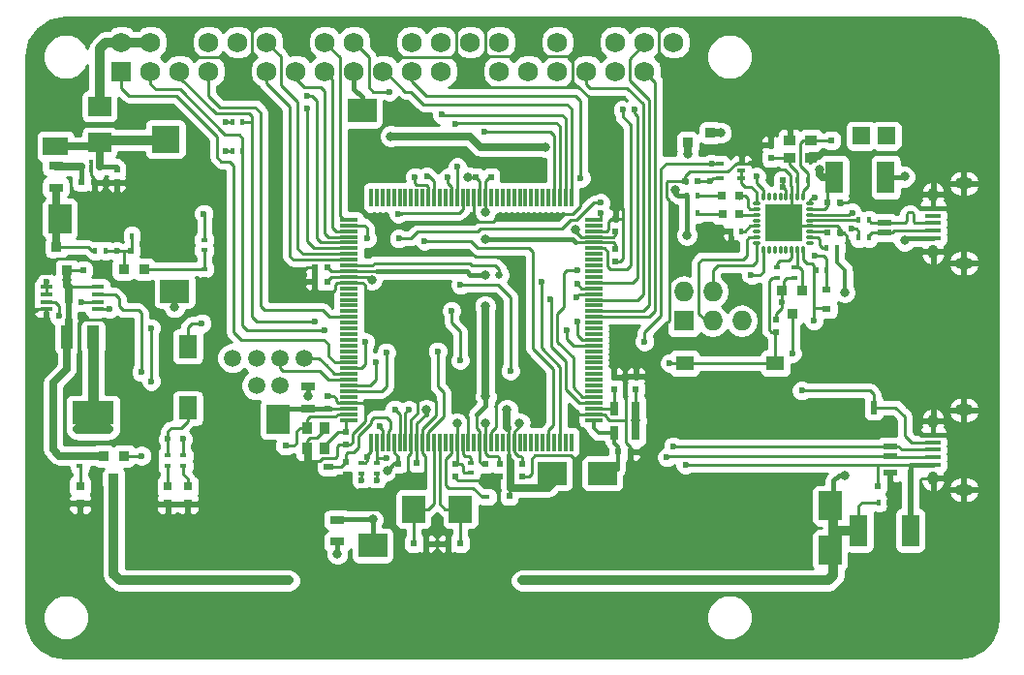
<source format=gtl>
G04 #@! TF.GenerationSoftware,KiCad,Pcbnew,no-vcs-found-7592~57~ubuntu16.04.1*
G04 #@! TF.CreationDate,2017-02-07T06:20:48+01:00*
G04 #@! TF.ProjectId,DuePi,44756550692E6B696361645F70636200,rev?*
G04 #@! TF.FileFunction,Copper,L1,Top,Signal*
G04 #@! TF.FilePolarity,Positive*
%FSLAX46Y46*%
G04 Gerber Fmt 4.6, Leading zero omitted, Abs format (unit mm)*
G04 Created by KiCad (PCBNEW no-vcs-found-7592~57~ubuntu16.04.1) date Tue Feb  7 06:20:48 2017*
%MOMM*%
%LPD*%
G01*
G04 APERTURE LIST*
%ADD10C,0.100000*%
%ADD11R,0.800000X0.600000*%
%ADD12R,1.099820X0.398780*%
%ADD13O,0.299720X0.698500*%
%ADD14O,0.698500X0.299720*%
%ADD15R,3.197860X3.197860*%
%ADD16C,1.750000*%
%ADD17R,1.750000X1.750000*%
%ADD18R,1.000000X0.900000*%
%ADD19R,0.600000X0.400000*%
%ADD20R,1.550000X0.300000*%
%ADD21R,0.300000X1.550000*%
%ADD22R,0.500000X0.600000*%
%ADD23R,0.600000X0.500000*%
%ADD24R,0.797560X0.797560*%
%ADD25R,1.501140X2.799080*%
%ADD26R,0.700000X1.300000*%
%ADD27R,1.300000X0.700000*%
%ADD28R,0.914400X0.914400*%
%ADD29R,0.400000X0.600000*%
%ADD30R,1.198880X0.599440*%
%ADD31R,0.599440X1.198880*%
%ADD32R,2.000000X2.400000*%
%ADD33R,3.657600X2.032000*%
%ADD34R,1.016000X2.032000*%
%ADD35R,2.430000X2.370000*%
%ADD36R,2.029460X1.651000*%
%ADD37R,0.400000X0.400000*%
%ADD38R,0.600000X0.600000*%
%ADD39R,2.179320X1.620520*%
%ADD40R,0.900000X1.000000*%
%ADD41C,1.500000*%
%ADD42O,1.727200X1.727200*%
%ADD43R,1.727200X1.727200*%
%ADD44R,1.550000X1.300000*%
%ADD45R,1.600000X2.000000*%
%ADD46R,1.500000X1.500000*%
%ADD47R,0.900000X0.500000*%
%ADD48R,1.350000X0.400000*%
%ADD49O,0.950000X1.250000*%
%ADD50O,1.550000X1.000000*%
%ADD51R,2.500000X2.000000*%
%ADD52R,2.000000X2.500000*%
%ADD53R,0.700000X0.400000*%
%ADD54C,0.800000*%
%ADD55C,0.600000*%
%ADD56C,0.630000*%
%ADD57C,0.250000*%
%ADD58C,0.450000*%
%ADD59C,0.400000*%
%ADD60C,0.350000*%
%ADD61C,0.850000*%
%ADD62C,0.950000*%
%ADD63C,0.650000*%
%ADD64C,0.550000*%
%ADD65C,0.254000*%
G04 APERTURE END LIST*
D10*
D11*
X179650000Y-91900000D03*
X179650000Y-93600000D03*
D12*
X115947900Y-91697180D03*
X115947900Y-92347420D03*
X115947900Y-92992580D03*
X115947900Y-93642820D03*
X111452100Y-93642820D03*
X111452100Y-92992580D03*
X111452100Y-92347420D03*
X111452100Y-91697180D03*
D13*
X177598020Y-83756500D03*
X177100180Y-83756500D03*
X176599800Y-83756500D03*
X176099420Y-83756500D03*
X175601580Y-83756500D03*
X175101200Y-83756500D03*
X174600820Y-83756500D03*
X174102980Y-83756500D03*
D14*
X173501000Y-84358480D03*
X173501000Y-84856320D03*
X173501000Y-85356700D03*
X173501000Y-85857080D03*
X173501000Y-86354920D03*
X173501000Y-86855300D03*
X173501000Y-87355680D03*
X173501000Y-87853520D03*
D13*
X174102980Y-88455500D03*
X174600820Y-88455500D03*
X175101200Y-88455500D03*
X175601580Y-88455500D03*
X176099420Y-88455500D03*
X176599800Y-88455500D03*
X177100180Y-88455500D03*
X177598020Y-88455500D03*
D14*
X178200000Y-87853520D03*
X178200000Y-87355680D03*
X178200000Y-86855300D03*
X178200000Y-86354920D03*
X178200000Y-85857080D03*
X178200000Y-85356700D03*
X178200000Y-84856320D03*
X178200000Y-84358480D03*
D15*
X175850500Y-86106000D03*
D16*
X151040000Y-72820000D03*
X151040000Y-70280000D03*
X153580000Y-72820000D03*
X153580000Y-70280000D03*
X145960000Y-70280000D03*
X145960000Y-72820000D03*
D17*
X118020000Y-72820000D03*
D16*
X118020000Y-70280000D03*
X120560000Y-72820000D03*
X120560000Y-70280000D03*
X123100000Y-72820000D03*
X123100000Y-70280000D03*
X125640000Y-72820000D03*
X125640000Y-70280000D03*
X128180000Y-72820000D03*
X128180000Y-70280000D03*
X130720000Y-72820000D03*
X130720000Y-70280000D03*
X133260000Y-72820000D03*
X133260000Y-70280000D03*
X135800000Y-72820000D03*
X135800000Y-70280000D03*
X138340000Y-72820000D03*
X138340000Y-70280000D03*
X140880000Y-72820000D03*
X140880000Y-70280000D03*
X143420000Y-72820000D03*
X143420000Y-70280000D03*
X148500000Y-72820000D03*
X148500000Y-70280000D03*
X156120000Y-72820000D03*
X156120000Y-70280000D03*
X158660000Y-72820000D03*
X158660000Y-70280000D03*
X161200000Y-72820000D03*
X161200000Y-70280000D03*
X163740000Y-72820000D03*
X163740000Y-70280000D03*
X166280000Y-72820000D03*
X166280000Y-70280000D03*
D18*
X178255000Y-80395000D03*
X176405000Y-80395000D03*
X176405000Y-78845000D03*
X178255000Y-78845000D03*
D19*
X125230000Y-87560000D03*
X125230000Y-88460000D03*
D20*
X137875000Y-85800000D03*
X137875000Y-86300000D03*
X137875000Y-86800000D03*
X137875000Y-87300000D03*
X137875000Y-87800000D03*
X137875000Y-88300000D03*
X137875000Y-88800000D03*
X137875000Y-89300000D03*
X137875000Y-89800000D03*
X137875000Y-90300000D03*
X137875000Y-90800000D03*
X137875000Y-91300000D03*
X137875000Y-91800000D03*
X137875000Y-92300000D03*
X137875000Y-92800000D03*
X137875000Y-93300000D03*
X137875000Y-93800000D03*
X137875000Y-94300000D03*
X137875000Y-94800000D03*
X137875000Y-95300000D03*
X137875000Y-95800000D03*
X137875000Y-96300000D03*
X137875000Y-96800000D03*
X137875000Y-97300000D03*
X137875000Y-97800000D03*
X137875000Y-98300000D03*
X137875000Y-98800000D03*
X137875000Y-99300000D03*
X137875000Y-99800000D03*
X137875000Y-100300000D03*
X137875000Y-100800000D03*
X137875000Y-101300000D03*
X137875000Y-101800000D03*
X137875000Y-102300000D03*
X137875000Y-102800000D03*
X137875000Y-103300000D03*
D21*
X139825000Y-105250000D03*
X140325000Y-105250000D03*
X140825000Y-105250000D03*
X141325000Y-105250000D03*
X141825000Y-105250000D03*
X142325000Y-105250000D03*
X142825000Y-105250000D03*
X143325000Y-105250000D03*
X143825000Y-105250000D03*
X144325000Y-105250000D03*
X144825000Y-105250000D03*
X145325000Y-105250000D03*
X145825000Y-105250000D03*
X146325000Y-105250000D03*
X146825000Y-105250000D03*
X147325000Y-105250000D03*
X147825000Y-105250000D03*
X148325000Y-105250000D03*
X148825000Y-105250000D03*
X149325000Y-105250000D03*
X149825000Y-105250000D03*
X150325000Y-105250000D03*
X150825000Y-105250000D03*
X151325000Y-105250000D03*
X151825000Y-105250000D03*
X152325000Y-105250000D03*
X152825000Y-105250000D03*
X153325000Y-105250000D03*
X153825000Y-105250000D03*
X154325000Y-105250000D03*
X154825000Y-105250000D03*
X155325000Y-105250000D03*
X155825000Y-105250000D03*
X156325000Y-105250000D03*
X156825000Y-105250000D03*
X157325000Y-105250000D03*
D20*
X159275000Y-103300000D03*
X159275000Y-102800000D03*
X159275000Y-102300000D03*
X159275000Y-101800000D03*
X159275000Y-101300000D03*
X159275000Y-100800000D03*
X159275000Y-100300000D03*
X159275000Y-99800000D03*
X159275000Y-99300000D03*
X159275000Y-98800000D03*
X159275000Y-98300000D03*
X159275000Y-97800000D03*
X159275000Y-97300000D03*
X159275000Y-96800000D03*
X159275000Y-96300000D03*
X159275000Y-95800000D03*
X159275000Y-95300000D03*
X159275000Y-94800000D03*
X159275000Y-94300000D03*
X159275000Y-93800000D03*
X159275000Y-93300000D03*
X159275000Y-92800000D03*
X159275000Y-92300000D03*
X159275000Y-91800000D03*
X159275000Y-91300000D03*
X159275000Y-90800000D03*
X159275000Y-90300000D03*
X159275000Y-89800000D03*
X159275000Y-89300000D03*
X159275000Y-88800000D03*
X159275000Y-88300000D03*
X159275000Y-87800000D03*
X159275000Y-87300000D03*
X159275000Y-86800000D03*
X159275000Y-86300000D03*
X159275000Y-85800000D03*
D21*
X157325000Y-83850000D03*
X156825000Y-83850000D03*
X156325000Y-83850000D03*
X155825000Y-83850000D03*
X155325000Y-83850000D03*
X154825000Y-83850000D03*
X154325000Y-83850000D03*
X153825000Y-83850000D03*
X153325000Y-83850000D03*
X152825000Y-83850000D03*
X152325000Y-83850000D03*
X151825000Y-83850000D03*
X151325000Y-83850000D03*
X150825000Y-83850000D03*
X150325000Y-83850000D03*
X149825000Y-83850000D03*
X149325000Y-83850000D03*
X148825000Y-83850000D03*
X148325000Y-83850000D03*
X147825000Y-83850000D03*
X147325000Y-83850000D03*
X146825000Y-83850000D03*
X146325000Y-83850000D03*
X145825000Y-83850000D03*
X145325000Y-83850000D03*
X144825000Y-83850000D03*
X144325000Y-83850000D03*
X143825000Y-83850000D03*
X143325000Y-83850000D03*
X142825000Y-83850000D03*
X142325000Y-83850000D03*
X141825000Y-83850000D03*
X141325000Y-83850000D03*
X140825000Y-83850000D03*
X140325000Y-83850000D03*
X139825000Y-83850000D03*
D22*
X136050000Y-101200000D03*
X136050000Y-102300000D03*
X150290000Y-80990000D03*
X150290000Y-82090000D03*
X161170000Y-88340000D03*
X161170000Y-89440000D03*
X149825000Y-107175000D03*
X149825000Y-108275000D03*
X143820000Y-107090000D03*
X143820000Y-108190000D03*
D23*
X134890000Y-89960000D03*
X135990000Y-89960000D03*
D22*
X151910000Y-111060000D03*
X151910000Y-109960000D03*
D23*
X162500000Y-106080000D03*
X161400000Y-106080000D03*
D22*
X142210000Y-107120000D03*
X142210000Y-108220000D03*
X149000000Y-82090000D03*
X149000000Y-80990000D03*
X161180000Y-86850000D03*
X161180000Y-85750000D03*
X147230000Y-108220000D03*
X147230000Y-107120000D03*
D23*
X135990000Y-91220000D03*
X134890000Y-91220000D03*
D22*
X151050000Y-107175000D03*
X151050000Y-108275000D03*
X153050000Y-108275000D03*
X153050000Y-107175000D03*
X162975000Y-99525000D03*
X162975000Y-100625000D03*
X161050000Y-100650000D03*
X161050000Y-99550000D03*
D23*
X131240000Y-105540000D03*
X132340000Y-105540000D03*
D22*
X137620000Y-105480000D03*
X137620000Y-104380000D03*
D23*
X147625000Y-114100000D03*
X146525000Y-114100000D03*
X143525000Y-114100000D03*
X144625000Y-114100000D03*
D22*
X137625000Y-108100000D03*
X137625000Y-107000000D03*
D23*
X180810000Y-84320000D03*
X179710000Y-84320000D03*
X174720000Y-82340000D03*
X175820000Y-82340000D03*
X185175000Y-109075000D03*
X184075000Y-109075000D03*
X168360000Y-82410000D03*
X167260000Y-82410000D03*
X119890000Y-88530000D03*
X118790000Y-88530000D03*
D24*
X170510700Y-83730000D03*
X172009300Y-83730000D03*
X172019300Y-85290000D03*
X170520700Y-85290000D03*
D25*
X180309560Y-82090000D03*
X184810440Y-82090000D03*
X182449560Y-112950000D03*
X186950440Y-112950000D03*
D26*
X161075000Y-104425000D03*
X162975000Y-104425000D03*
D27*
X136870000Y-112040000D03*
X136870000Y-113940000D03*
X134300000Y-100400000D03*
X134300000Y-102300000D03*
D26*
X162975000Y-102325000D03*
X161075000Y-102325000D03*
D27*
X112268000Y-82992000D03*
X112268000Y-81092000D03*
D28*
X169490760Y-78190000D03*
X167474000Y-79079000D03*
X167474000Y-77301000D03*
X176650000Y-94000760D03*
X175761000Y-91984000D03*
X177539000Y-91984000D03*
X118219000Y-106443240D03*
X116441000Y-106443240D03*
X117330000Y-108460000D03*
D19*
X148525000Y-107050000D03*
X148525000Y-107950000D03*
X149930000Y-110050000D03*
X149930000Y-110950000D03*
X140325000Y-107975000D03*
X140325000Y-107075000D03*
X138950000Y-107075000D03*
X138950000Y-107975000D03*
D29*
X177990000Y-82360000D03*
X177090000Y-82360000D03*
X182430000Y-85852000D03*
X183330000Y-85852000D03*
X182430000Y-87376000D03*
X183330000Y-87376000D03*
X185075000Y-110500000D03*
X184175000Y-110500000D03*
X172180000Y-86800000D03*
X171280000Y-86800000D03*
X180510000Y-88270000D03*
X179610000Y-88270000D03*
D19*
X175260000Y-89974000D03*
X175260000Y-90874000D03*
D29*
X179630000Y-90180000D03*
X178730000Y-90180000D03*
X168320000Y-83720000D03*
X167420000Y-83720000D03*
X168320000Y-85250000D03*
X167420000Y-85250000D03*
D19*
X176784000Y-90874000D03*
X176784000Y-89974000D03*
X125230000Y-90990000D03*
X125230000Y-90090000D03*
D29*
X116620000Y-88510000D03*
X115720000Y-88510000D03*
X118910000Y-87210000D03*
X119810000Y-87210000D03*
D30*
X184658000Y-86045040D03*
X184658000Y-84642960D03*
D31*
X183751040Y-102200000D03*
X182348960Y-102200000D03*
D30*
X184658000Y-88331040D03*
X184658000Y-86928960D03*
X185166000Y-104200960D03*
X185166000Y-105603040D03*
X185166000Y-106486960D03*
X185166000Y-107889040D03*
D32*
X147625000Y-111100000D03*
X143525000Y-111100000D03*
D22*
X180040000Y-77750000D03*
X180040000Y-78850000D03*
X174760000Y-79290000D03*
X174760000Y-80390000D03*
D33*
X115520000Y-102702000D03*
D34*
X115520000Y-96098000D03*
X113234000Y-96098000D03*
X117806000Y-96098000D03*
D28*
X119080000Y-92130000D03*
X118191000Y-90113240D03*
X119969000Y-90113240D03*
D22*
X117602000Y-81450000D03*
X117602000Y-82550000D03*
D35*
X121840000Y-85000000D03*
X121840000Y-78760000D03*
D23*
X115620000Y-82530000D03*
X114520000Y-82530000D03*
D36*
X116078000Y-79054960D03*
X116078000Y-75885040D03*
D37*
X115316000Y-81134000D03*
X115316000Y-80734000D03*
X115316000Y-81534000D03*
D38*
X116116000Y-81134000D03*
X114516000Y-81134000D03*
D39*
X112250000Y-75164260D03*
X112250000Y-79385740D03*
D23*
X179700000Y-86950000D03*
X180800000Y-86950000D03*
D40*
X134225000Y-103975000D03*
X134225000Y-105825000D03*
X135775000Y-105825000D03*
X135775000Y-103975000D03*
D41*
X127700000Y-97900000D03*
X129800000Y-97950000D03*
X131900000Y-97950000D03*
X134000000Y-97950000D03*
X129800000Y-100300000D03*
X127700000Y-100300000D03*
D22*
X175210000Y-94530000D03*
X175210000Y-95630000D03*
D24*
X114390000Y-110599300D03*
X114390000Y-109100700D03*
X122050000Y-109125700D03*
X122050000Y-110624300D03*
D19*
X114370000Y-106430000D03*
X114370000Y-107330000D03*
X122050000Y-107300000D03*
X122050000Y-106400000D03*
D42*
X172212000Y-92110000D03*
X172212000Y-94650000D03*
X169672000Y-92110000D03*
X169672000Y-94650000D03*
X167132000Y-92110000D03*
D43*
X167132000Y-94650000D03*
D41*
X131900000Y-100330000D03*
D44*
X167215000Y-98340000D03*
X175165000Y-98340000D03*
X167215000Y-102840000D03*
X175165000Y-102840000D03*
D45*
X123800000Y-96875000D03*
X123800000Y-102275000D03*
D46*
X184880000Y-78460000D03*
X182640000Y-78460000D03*
X187390000Y-78450000D03*
D47*
X136120000Y-107420000D03*
X136120000Y-108920000D03*
D28*
X112330000Y-88180000D03*
X113219000Y-90196760D03*
X111441000Y-90196760D03*
D23*
X115760000Y-90210000D03*
X114660000Y-90210000D03*
D24*
X123800000Y-109125700D03*
X123800000Y-110624300D03*
D19*
X123425000Y-107325000D03*
X123425000Y-106425000D03*
D48*
X188937460Y-87406900D03*
X188937460Y-86756900D03*
X188937460Y-86106900D03*
X188937460Y-85456900D03*
X188937460Y-84806900D03*
D49*
X188937460Y-88606900D03*
X188937460Y-83606900D03*
D50*
X191637460Y-89606900D03*
X191637460Y-82606900D03*
X191637460Y-102418900D03*
X191637460Y-109418900D03*
D49*
X188937460Y-103418900D03*
X188937460Y-108418900D03*
D48*
X188937460Y-104618900D03*
X188937460Y-105268900D03*
X188937460Y-105918900D03*
X188937460Y-106568900D03*
X188937460Y-107218900D03*
D51*
X160040000Y-107990000D03*
X160040000Y-111990000D03*
X139954000Y-110268000D03*
X139954000Y-114268000D03*
X139030000Y-80260000D03*
X139030000Y-76260000D03*
D52*
X131660000Y-103250000D03*
X127660000Y-103250000D03*
X179950000Y-114675000D03*
X175950000Y-114675000D03*
X175950000Y-110800000D03*
X179950000Y-110800000D03*
X116630000Y-85720000D03*
X112630000Y-85720000D03*
D51*
X122660000Y-92040000D03*
X122660000Y-88040000D03*
X155640000Y-111960000D03*
X155640000Y-107960000D03*
D53*
X170280000Y-82170000D03*
X170280000Y-80870000D03*
X172180000Y-80870000D03*
X172180000Y-81520000D03*
X172180000Y-82170000D03*
D29*
X128590000Y-77300000D03*
X127690000Y-77300000D03*
X128590000Y-79780000D03*
X127690000Y-79780000D03*
D54*
X165862000Y-78486000D03*
X161290000Y-78486000D03*
X125900000Y-82100000D03*
X154200000Y-102800000D03*
X131450000Y-82100000D03*
X138375000Y-82100000D03*
X157500000Y-102800000D03*
X136880000Y-115030000D03*
D55*
X127140000Y-79780000D03*
X127130000Y-77300000D03*
X114532580Y-92992580D03*
D54*
X122660000Y-93450000D03*
D55*
X175730000Y-93040000D03*
X169430000Y-82410000D03*
D54*
X148325000Y-82075000D03*
D55*
X122050000Y-104975000D03*
D54*
X114140000Y-104120000D03*
X116910000Y-104120000D03*
X115530000Y-104120000D03*
X115520000Y-99930000D03*
X115519996Y-101190000D03*
X115519998Y-98680000D03*
X115520000Y-97540008D03*
X157700000Y-86650000D03*
X152800000Y-103600000D03*
X162975000Y-103350000D03*
X139900000Y-91050000D03*
X149850000Y-103625000D03*
X147325000Y-103625000D03*
D55*
X165890000Y-98330000D03*
X145630000Y-97290000D03*
X178520000Y-94650000D03*
D54*
X170410000Y-78200000D03*
X179020000Y-81440000D03*
X186436000Y-87630000D03*
X186436000Y-82042000D03*
X181220000Y-92160000D03*
X132650000Y-117350000D03*
X153000000Y-117350000D03*
X181200000Y-108200000D03*
D55*
X134225000Y-74975000D03*
X134225000Y-76100000D03*
D56*
X151030000Y-90620000D03*
D55*
X166225000Y-105600000D03*
X139525000Y-106525000D03*
X165675000Y-106575000D03*
X141200000Y-106650000D03*
X138950000Y-108600000D03*
X141900000Y-102375000D03*
X140325000Y-108600000D03*
X143125000Y-102400000D03*
X154700000Y-91200000D03*
X155525000Y-92750000D03*
X156925000Y-95475000D03*
X135725000Y-95450000D03*
X157850000Y-94675000D03*
X134925000Y-94700000D03*
X159900000Y-85225000D03*
X158150000Y-82150000D03*
X146000000Y-76625000D03*
X147225000Y-77400000D03*
X177460000Y-100740000D03*
X147350000Y-81150000D03*
X147650000Y-91500000D03*
X152000000Y-99025000D03*
X176640000Y-97490000D03*
X125030000Y-94860000D03*
X146500000Y-82100000D03*
X147600000Y-98075000D03*
X146850000Y-93750000D03*
X173050000Y-90675000D03*
X167300000Y-107230000D03*
X140600000Y-103875000D03*
X169590000Y-80880000D03*
X163720000Y-96440000D03*
X139330000Y-96470000D03*
X159890000Y-84300000D03*
X173500000Y-82010000D03*
X139450000Y-87450000D03*
X142240000Y-87450000D03*
D54*
X167420000Y-87150000D03*
X167480000Y-80060000D03*
D55*
X175830000Y-82940000D03*
X178620000Y-88950000D03*
D54*
X166450000Y-83150000D03*
D55*
X178640000Y-83900000D03*
D54*
X113230000Y-91050000D03*
X155050000Y-79450000D03*
X141550000Y-78500000D03*
D55*
X157850000Y-90200000D03*
X157825000Y-91400000D03*
X157800000Y-92550000D03*
D54*
X134310000Y-101180000D03*
X149825000Y-87500000D03*
X149825000Y-90625000D03*
X151700000Y-102400000D03*
X149800000Y-93375000D03*
X149825000Y-85125000D03*
X149850000Y-101250000D03*
X144650000Y-102400000D03*
X139954000Y-112014000D03*
X141225000Y-107700000D03*
D55*
X140210000Y-98230000D03*
X141150000Y-97400000D03*
X162814000Y-76200000D03*
X149750000Y-78150000D03*
X125210000Y-85270000D03*
X142200000Y-85290000D03*
X181850000Y-86600000D03*
X181860000Y-85180000D03*
X112522000Y-94234000D03*
X144480000Y-87660000D03*
X111470000Y-91190000D03*
X120600000Y-99925000D03*
X123400000Y-104975000D03*
X120610000Y-95260000D03*
X144698346Y-82024989D03*
X141425000Y-74600000D03*
X143670000Y-82050000D03*
X117620000Y-88550000D03*
X116940000Y-93630000D03*
X119725000Y-99125000D03*
X119770000Y-106430000D03*
X161798000Y-76200000D03*
D57*
X157425000Y-71625000D02*
X157425000Y-74175000D01*
X157425000Y-74175000D02*
X157425000Y-74200000D01*
X157425000Y-74200000D02*
X149790000Y-74200000D01*
X158660000Y-70280000D02*
X158400000Y-70280000D01*
X157150000Y-71530000D02*
X154830000Y-71530000D01*
X158400000Y-70280000D02*
X157150000Y-71530000D01*
X187850000Y-108530000D02*
X187850000Y-108920000D01*
X187961100Y-108418900D02*
X187850000Y-108530000D01*
X188937460Y-108418900D02*
X187961100Y-108418900D01*
D58*
X187558680Y-84505800D02*
X187126880Y-84074000D01*
X186426000Y-84074000D02*
X185994200Y-84505800D01*
X187126880Y-84074000D02*
X186426000Y-84074000D01*
D57*
X172180000Y-80870000D02*
X173140000Y-80870000D01*
X153050000Y-108275000D02*
X153595000Y-108275000D01*
X153595000Y-108275000D02*
X153880000Y-107990000D01*
X153880000Y-107990000D02*
X153880000Y-106700000D01*
X153880000Y-106700000D02*
X154154000Y-106426000D01*
X154154000Y-106426000D02*
X157226000Y-106426000D01*
X157226000Y-106426000D02*
X157480000Y-106680000D01*
X178200000Y-86354920D02*
X180588920Y-86354920D01*
X180588920Y-86354920D02*
X180800000Y-86566000D01*
X182540000Y-84070000D02*
X183112960Y-84642960D01*
X183112960Y-84642960D02*
X184658000Y-84642960D01*
X181720000Y-84070000D02*
X182540000Y-84070000D01*
X181470000Y-84320000D02*
X181720000Y-84070000D01*
X180810000Y-84320000D02*
X181470000Y-84320000D01*
X117806000Y-96098000D02*
X117806000Y-95256000D01*
X117806000Y-95256000D02*
X117070000Y-94520000D01*
X117070000Y-94520000D02*
X114730000Y-94520000D01*
X114730000Y-94520000D02*
X114380000Y-94870000D01*
X110497180Y-93642820D02*
X110410000Y-93730000D01*
X111452100Y-93642820D02*
X110497180Y-93642820D01*
X167260000Y-82410000D02*
X165770000Y-82410000D01*
X165770000Y-82410000D02*
X165640000Y-82540000D01*
X165640000Y-82540000D02*
X165640000Y-83870000D01*
X165640000Y-83870000D02*
X165890000Y-84120000D01*
X165890000Y-84120000D02*
X165890000Y-88820000D01*
X172180000Y-80870000D02*
X171700000Y-80870000D01*
X171700000Y-80870000D02*
X171000000Y-81570000D01*
X171000000Y-81570000D02*
X167670000Y-81570000D01*
X167670000Y-81570000D02*
X167260000Y-81980000D01*
X167260000Y-81980000D02*
X167260000Y-82410000D01*
X184658000Y-88331040D02*
X181861040Y-88331040D01*
X181861040Y-88331040D02*
X181400000Y-87870000D01*
X181400000Y-87870000D02*
X181400000Y-87250000D01*
X181400000Y-87250000D02*
X181100000Y-86950000D01*
X181100000Y-86950000D02*
X180800000Y-86950000D01*
X176599800Y-83756500D02*
X176599800Y-82919800D01*
X176480000Y-82800000D02*
X176480000Y-81950000D01*
X176599800Y-82919800D02*
X176480000Y-82800000D01*
X176480000Y-81950000D02*
X175970000Y-81440000D01*
X175970000Y-81440000D02*
X174850000Y-81440000D01*
X174850000Y-81440000D02*
X174720000Y-81570000D01*
X174720000Y-81570000D02*
X174720000Y-82340000D01*
X171280000Y-86800000D02*
X171280000Y-87980000D01*
X171280000Y-87980000D02*
X170830000Y-88430000D01*
X170830000Y-88430000D02*
X166280000Y-88430000D01*
X166280000Y-88430000D02*
X165890000Y-88820000D01*
X165890000Y-88820000D02*
X165890000Y-94580000D01*
X165890000Y-94580000D02*
X164900000Y-95570000D01*
X164900000Y-95570000D02*
X164900000Y-96750000D01*
X164900000Y-96750000D02*
X162975000Y-98675000D01*
X162975000Y-98675000D02*
X162975000Y-99525000D01*
X180800000Y-86950000D02*
X180800000Y-86566000D01*
X184597040Y-88392000D02*
X184658000Y-88331040D01*
X176599800Y-83756500D02*
X176599800Y-85356700D01*
X176599800Y-85356700D02*
X175850500Y-86106000D01*
X178200000Y-86354920D02*
X176099420Y-86354920D01*
X176099420Y-86354920D02*
X175850500Y-86106000D01*
X178201080Y-86356000D02*
X178200000Y-86354920D01*
X172212000Y-91582000D02*
X172212000Y-92110000D01*
X191037100Y-84806900D02*
X191637460Y-84206540D01*
X191637460Y-84206540D02*
X191637460Y-82606900D01*
D59*
X188937460Y-84806900D02*
X191037100Y-84806900D01*
X188937460Y-84806900D02*
X187859780Y-84806900D01*
X187859780Y-84806900D02*
X187558680Y-84505800D01*
X188937460Y-83606900D02*
X188937460Y-84806900D01*
D57*
X191291100Y-104618900D02*
X191637460Y-104272540D01*
X191637460Y-104272540D02*
X191637460Y-102418900D01*
D59*
X188937460Y-104618900D02*
X191291100Y-104618900D01*
X187930900Y-104618900D02*
X187706000Y-104394000D01*
X188937460Y-104618900D02*
X187930900Y-104618900D01*
X188937460Y-104618900D02*
X188937460Y-103418900D01*
D57*
X147230000Y-108220000D02*
X147230000Y-108440000D01*
X147420000Y-108630000D02*
X149270000Y-108630000D01*
X147230000Y-108440000D02*
X147420000Y-108630000D01*
X149270000Y-108630000D02*
X149625000Y-108275000D01*
X149625000Y-108275000D02*
X149825000Y-108275000D01*
D60*
X114380000Y-94870000D02*
X114380000Y-97340000D01*
D57*
X111441000Y-90196760D02*
X111441000Y-90129000D01*
X111441000Y-90129000D02*
X112360000Y-89210000D01*
X112360000Y-89210000D02*
X114380000Y-89210000D01*
X147250000Y-71600000D02*
X147200000Y-71550000D01*
X147200000Y-71550000D02*
X141975000Y-71550000D01*
X141975000Y-71550000D02*
X140860000Y-70435000D01*
X161180000Y-85750000D02*
X161180000Y-83005000D01*
X161180000Y-83005000D02*
X160979000Y-82804000D01*
X158110000Y-83952000D02*
X158110000Y-84640000D01*
X160979000Y-82804000D02*
X159258000Y-82804000D01*
X159258000Y-82804000D02*
X158110000Y-83952000D01*
X158110000Y-84640000D02*
X157450000Y-85300000D01*
X157450000Y-85300000D02*
X156725000Y-85300000D01*
X147250000Y-71425000D02*
X147250000Y-69250000D01*
X148500000Y-72675000D02*
X147250000Y-71425000D01*
X148500000Y-72820000D02*
X148500000Y-72675000D01*
X148480000Y-72830000D02*
X147475000Y-71825000D01*
X147475000Y-71825000D02*
X147250000Y-71600000D01*
X148500000Y-72820000D02*
X148470000Y-72820000D01*
X148470000Y-72820000D02*
X147475000Y-71825000D01*
X149775000Y-71500000D02*
X149775000Y-69225000D01*
X148500000Y-72775000D02*
X149775000Y-71500000D01*
X148500000Y-72820000D02*
X148500000Y-72775000D01*
X165000000Y-71400000D02*
X165000000Y-69225000D01*
X166280000Y-72680000D02*
X165000000Y-71400000D01*
X166280000Y-72820000D02*
X166280000Y-72680000D01*
X157975000Y-74200000D02*
X157425000Y-74200000D01*
X161290000Y-78486000D02*
X161290000Y-78290000D01*
X161290000Y-78290000D02*
X158875000Y-75875000D01*
X158875000Y-75875000D02*
X158875000Y-75100000D01*
X158875000Y-75100000D02*
X157975000Y-74200000D01*
X152150000Y-71540000D02*
X150035000Y-71540000D01*
X150035000Y-71540000D02*
X149775000Y-71800000D01*
X153410000Y-70280000D02*
X152150000Y-71540000D01*
X153580000Y-70280000D02*
X153410000Y-70280000D01*
X129400000Y-71550000D02*
X129400000Y-69300000D01*
X128180000Y-72770000D02*
X129400000Y-71550000D01*
X124400000Y-71550000D02*
X126910000Y-71550000D01*
X126910000Y-71550000D02*
X128180000Y-72820000D01*
X123130000Y-70280000D02*
X124400000Y-71550000D01*
X123100000Y-70280000D02*
X123130000Y-70280000D01*
X149790000Y-74200000D02*
X148480000Y-72890000D01*
X166260000Y-72890000D02*
X166085000Y-72890000D01*
X166260000Y-72890000D02*
X166190000Y-72890000D01*
X147250000Y-71900000D02*
X147250000Y-71600000D01*
X148480000Y-72890000D02*
X148480000Y-72830000D01*
X153560000Y-70350000D02*
X153560000Y-70360000D01*
X153560000Y-70350000D02*
X153550000Y-70350000D01*
X148480000Y-72890000D02*
X148485000Y-72890000D01*
X148240000Y-72890000D02*
X147250000Y-71900000D01*
X148480000Y-72890000D02*
X148240000Y-72890000D01*
X148685000Y-72890000D02*
X149775000Y-71800000D01*
X117806000Y-96098000D02*
X117806000Y-95656000D01*
X161825000Y-89195000D02*
X161825000Y-85780000D01*
X161825000Y-85780000D02*
X161825000Y-84825000D01*
X161180000Y-85750000D02*
X161795000Y-85750000D01*
X161795000Y-85750000D02*
X161825000Y-85780000D01*
X162050000Y-101400000D02*
X161925000Y-101275000D01*
X162050000Y-103350000D02*
X162050000Y-101400000D01*
X143325000Y-105250000D02*
X143325000Y-106205000D01*
X143325000Y-106205000D02*
X143020000Y-106510000D01*
X142875000Y-108125000D02*
X142125000Y-108125000D01*
X143020000Y-106510000D02*
X143020000Y-107980000D01*
X142125000Y-108125000D02*
X142125000Y-109335000D01*
X143020000Y-107980000D02*
X142875000Y-108125000D01*
X133890000Y-91010000D02*
X134100000Y-91220000D01*
X134100000Y-91220000D02*
X134890000Y-91220000D01*
X133890000Y-90300000D02*
X133890000Y-91010000D01*
X134230000Y-89960000D02*
X133890000Y-90300000D01*
X134890000Y-89960000D02*
X134230000Y-89960000D01*
X137875000Y-91300000D02*
X136880000Y-91300000D01*
X136880000Y-91300000D02*
X136680000Y-91500000D01*
X136680000Y-91500000D02*
X136680000Y-91930000D01*
X136680000Y-91930000D02*
X136410000Y-92200000D01*
X150325000Y-105250000D02*
X150325000Y-104350000D01*
X150325000Y-104350000D02*
X150710000Y-103965000D01*
X150710000Y-103965000D02*
X150710000Y-101915000D01*
X150710000Y-101915000D02*
X150775000Y-101850000D01*
X151050000Y-108275000D02*
X149825000Y-108275000D01*
X161170000Y-89440000D02*
X161580000Y-89440000D01*
X161580000Y-89440000D02*
X161825000Y-89195000D01*
X161825000Y-84825000D02*
X161650000Y-84650000D01*
X161650000Y-84650000D02*
X161250000Y-84650000D01*
X115620000Y-82530000D02*
X115620000Y-82180000D01*
X115620000Y-82180000D02*
X115316000Y-81876000D01*
X115316000Y-81534000D02*
X115316000Y-81876000D01*
X115866000Y-82426000D02*
X115866000Y-82550000D01*
X172212000Y-92110000D02*
X173610000Y-92110000D01*
X134450000Y-104900000D02*
X134225000Y-105125000D01*
X134225000Y-105125000D02*
X134225000Y-105825000D01*
X135050000Y-104900000D02*
X134450000Y-104900000D01*
X135775000Y-104175000D02*
X135050000Y-104900000D01*
X135775000Y-103975000D02*
X135775000Y-104175000D01*
X150524000Y-85950000D02*
X149200000Y-85950000D01*
X150876000Y-85598000D02*
X150524000Y-85950000D01*
X148825000Y-83850000D02*
X148825000Y-85500000D01*
X148825000Y-85500000D02*
X148950000Y-85625000D01*
X149200000Y-85950000D02*
X148950000Y-85700000D01*
X148950000Y-85700000D02*
X148950000Y-85625000D01*
X144570000Y-106480000D02*
X144570000Y-107800000D01*
X144325000Y-106235000D02*
X144570000Y-106480000D01*
X144325000Y-105250000D02*
X144325000Y-106235000D01*
X185175000Y-109075000D02*
X185175000Y-107898040D01*
X185175000Y-107898040D02*
X185166000Y-107889040D01*
X147200000Y-108375000D02*
X147200000Y-108075000D01*
X144325000Y-105250000D02*
X144325000Y-104100000D01*
X144325000Y-104100000D02*
X145475000Y-102950000D01*
X145475000Y-101650000D02*
X145375000Y-101550000D01*
X145475000Y-102950000D02*
X145475000Y-101650000D01*
X145375000Y-101550000D02*
X145375000Y-101450000D01*
X185166000Y-104200960D02*
X184699040Y-104200960D01*
X185994200Y-84505800D02*
X185857040Y-84642960D01*
X185857040Y-84642960D02*
X184658000Y-84642960D01*
X185175000Y-103525000D02*
X185175000Y-103375000D01*
D58*
X185166000Y-104200960D02*
X185166000Y-103534000D01*
D57*
X148950000Y-85625000D02*
X148925000Y-85625000D01*
X138375000Y-81000000D02*
X138375000Y-82100000D01*
X138875000Y-80500000D02*
X138375000Y-81000000D01*
X148325000Y-105250000D02*
X148325000Y-103200000D01*
X148050000Y-102625000D02*
X148200000Y-102475000D01*
X148325000Y-103200000D02*
X148050000Y-102925000D01*
X148050000Y-102925000D02*
X148050000Y-102625000D01*
X143325000Y-105250000D02*
X143325000Y-103275000D01*
X143325000Y-103275000D02*
X143875000Y-102725000D01*
X143875000Y-102725000D02*
X143875000Y-101475000D01*
X138220000Y-105260000D02*
X138220000Y-104510000D01*
X138220000Y-104510000D02*
X139320000Y-103410000D01*
X138000000Y-105480000D02*
X138220000Y-105260000D01*
X137620000Y-105480000D02*
X138000000Y-105480000D01*
X139320000Y-103410000D02*
X139320000Y-102230000D01*
X139300000Y-91500000D02*
X139300000Y-91850000D01*
X139100000Y-91300000D02*
X139300000Y-91500000D01*
X137875000Y-91300000D02*
X139100000Y-91300000D01*
X185303160Y-104063800D02*
X185166000Y-104200960D01*
X115316000Y-81534000D02*
X115316000Y-81134000D01*
X139954000Y-109714000D02*
X139954000Y-110744000D01*
X137625000Y-109939000D02*
X137625000Y-108100000D01*
X137620000Y-105480000D02*
X137000000Y-105480000D01*
X137000000Y-105480000D02*
X136860000Y-105620000D01*
X136860000Y-105620000D02*
X136860000Y-106480000D01*
X136860000Y-106480000D02*
X136670000Y-106670000D01*
X136670000Y-106670000D02*
X136670000Y-106680000D01*
X135360000Y-106890000D02*
X134550000Y-106890000D01*
X136670000Y-106680000D02*
X135570000Y-106680000D01*
X135570000Y-106680000D02*
X135360000Y-106890000D01*
X134550000Y-106890000D02*
X134455000Y-106795000D01*
X134455000Y-106795000D02*
X134455000Y-105845000D01*
X139320000Y-102230000D02*
X139750000Y-101800000D01*
X139750000Y-101800000D02*
X137875000Y-101800000D01*
X137875000Y-101800000D02*
X136930000Y-101800000D01*
X157950000Y-102800000D02*
X157500000Y-102800000D01*
X160575000Y-86000000D02*
X160825000Y-85750000D01*
X160825000Y-85750000D02*
X161180000Y-85750000D01*
X160575000Y-86625000D02*
X160575000Y-86000000D01*
X160400000Y-86800000D02*
X160575000Y-86625000D01*
X159275000Y-86800000D02*
X160400000Y-86800000D01*
X156675000Y-111975000D02*
X154550000Y-111975000D01*
X158800000Y-111975000D02*
X156675000Y-111975000D01*
X161180000Y-85130000D02*
X160980000Y-84930000D01*
X161180000Y-85750000D02*
X161180000Y-85130000D01*
X185569200Y-84505800D02*
X185432040Y-84642960D01*
X185432040Y-84642960D02*
X184658000Y-84642960D01*
X161925000Y-103350000D02*
X162025000Y-103350000D01*
X162025000Y-103350000D02*
X162050000Y-103375000D01*
X162050000Y-103375000D02*
X162050000Y-105275000D01*
X162050000Y-105275000D02*
X162475000Y-105700000D01*
X162475000Y-105700000D02*
X162475000Y-106200000D01*
X161925000Y-103350000D02*
X162050000Y-103350000D01*
X160625000Y-103350000D02*
X161925000Y-103350000D01*
X160400000Y-103125000D02*
X160625000Y-103350000D01*
X160400000Y-103000000D02*
X160400000Y-103125000D01*
X160200000Y-102800000D02*
X160400000Y-103000000D01*
X159275000Y-102800000D02*
X160200000Y-102800000D01*
X159275000Y-102800000D02*
X157950000Y-102800000D01*
X115316000Y-80734000D02*
X115316000Y-81534000D01*
X136740000Y-101610000D02*
X136740000Y-101430000D01*
X136930000Y-101800000D02*
X136740000Y-101610000D01*
X136740000Y-101430000D02*
X136510000Y-101200000D01*
X136510000Y-101200000D02*
X136280000Y-101200000D01*
D58*
X136870000Y-113940000D02*
X136870000Y-115020000D01*
D57*
X136870000Y-115020000D02*
X136880000Y-115030000D01*
D58*
X136906000Y-115026000D02*
X136902000Y-115030000D01*
X136902000Y-115030000D02*
X136880000Y-115030000D01*
X139030000Y-75090000D02*
X138330096Y-74390096D01*
X138330096Y-74390096D02*
X138330096Y-74040096D01*
X139030000Y-76260000D02*
X139030000Y-75090000D01*
D57*
X127690000Y-79780000D02*
X127140000Y-79780000D01*
X127690000Y-77300000D02*
X127130000Y-77300000D01*
X115947900Y-92992580D02*
X114532580Y-92992580D01*
X170280000Y-82170000D02*
X169670000Y-82170000D01*
X169670000Y-82170000D02*
X169430000Y-82410000D01*
X122660000Y-93450000D02*
X122660000Y-92340000D01*
X175895000Y-91165000D02*
X175895000Y-91850000D01*
X175895000Y-91850000D02*
X175761000Y-91984000D01*
X175730000Y-93040000D02*
X175730000Y-92015000D01*
X175730000Y-92015000D02*
X175761000Y-91984000D01*
X175730000Y-93530000D02*
X175210000Y-94050000D01*
X175210000Y-94050000D02*
X175210000Y-94530000D01*
X175730000Y-93040000D02*
X175730000Y-93530000D01*
X176186000Y-90874000D02*
X175895000Y-91165000D01*
X176784000Y-90874000D02*
X176186000Y-90874000D01*
X169430000Y-82410000D02*
X168360000Y-82410000D01*
X147325000Y-105250000D02*
X147325000Y-107025000D01*
X147325000Y-107025000D02*
X147230000Y-107120000D01*
X147230000Y-107120000D02*
X147680000Y-107120000D01*
X147680000Y-107120000D02*
X147840000Y-107280000D01*
X148525000Y-107950000D02*
X147975000Y-107950000D01*
X147975000Y-107950000D02*
X147840000Y-107815000D01*
X147840000Y-107815000D02*
X147840000Y-107280000D01*
X151025000Y-107150000D02*
X151050000Y-107175000D01*
X150875000Y-106450000D02*
X151025000Y-106600000D01*
X150030000Y-106450000D02*
X150875000Y-106450000D01*
X149825000Y-106245000D02*
X150030000Y-106450000D01*
X149825000Y-105250000D02*
X149825000Y-106245000D01*
X151025000Y-106600000D02*
X151025000Y-107150000D01*
X153050000Y-106625000D02*
X153050000Y-107175000D01*
X152675000Y-106500000D02*
X152925000Y-106500000D01*
X152925000Y-106500000D02*
X153050000Y-106625000D01*
X152325000Y-106150000D02*
X152675000Y-106500000D01*
X152325000Y-105250000D02*
X152325000Y-106150000D01*
X161180000Y-86850000D02*
X161180000Y-87070000D01*
X161180000Y-87070000D02*
X160950000Y-87300000D01*
X160950000Y-87300000D02*
X159275000Y-87300000D01*
X148340000Y-82090000D02*
X148325000Y-82075000D01*
X149000000Y-82090000D02*
X148340000Y-82090000D01*
X122350000Y-104000000D02*
X122050000Y-104300000D01*
X122050000Y-104300000D02*
X122050000Y-104975000D01*
X123200000Y-104000000D02*
X122350000Y-104000000D01*
X123800000Y-103400000D02*
X123200000Y-104000000D01*
X123800000Y-102275000D02*
X123800000Y-103400000D01*
X122050000Y-104975000D02*
X122050000Y-106400000D01*
D61*
X114964315Y-104120000D02*
X114140000Y-104120000D01*
X115530000Y-104120000D02*
X114964315Y-104120000D01*
X116095685Y-104120000D02*
X116910000Y-104120000D01*
X115530000Y-104120000D02*
X116095685Y-104120000D01*
D57*
X115520000Y-103968000D02*
X115520000Y-104110000D01*
X115520000Y-104110000D02*
X115530000Y-104120000D01*
D61*
X115520000Y-102702000D02*
X115520000Y-103968000D01*
D62*
X115519998Y-99929998D02*
X115520000Y-99930000D01*
X115519998Y-98680000D02*
X115519998Y-99929998D01*
X115519996Y-99930004D02*
X115520000Y-99930000D01*
X115519996Y-101190000D02*
X115519996Y-99930004D01*
X115519996Y-101941996D02*
X115519996Y-101755685D01*
X115520000Y-101942000D02*
X115519996Y-101941996D01*
X115519996Y-101755685D02*
X115519996Y-101190000D01*
X115520000Y-98679998D02*
X115519998Y-98680000D01*
X115520000Y-98490000D02*
X115520000Y-98679998D01*
X115520000Y-97540008D02*
X115520000Y-98490000D01*
X115520000Y-96098000D02*
X115520000Y-97540008D01*
D57*
X137875000Y-90800000D02*
X136330000Y-90800000D01*
X136330000Y-90800000D02*
X135990000Y-91140000D01*
X135990000Y-91140000D02*
X135990000Y-91220000D01*
D58*
X138330096Y-74040096D02*
X138330096Y-72835461D01*
D57*
X149325000Y-83850000D02*
X149325000Y-82415000D01*
X149325000Y-82415000D02*
X149000000Y-82090000D01*
X157700000Y-86650000D02*
X157700000Y-86800000D01*
X157700000Y-86800000D02*
X158200000Y-87300000D01*
X158200000Y-87300000D02*
X159275000Y-87300000D01*
X152800000Y-103600000D02*
X152800000Y-103850000D01*
X152800000Y-103850000D02*
X152325000Y-104325000D01*
X152325000Y-104325000D02*
X152325000Y-105250000D01*
X139900000Y-91050000D02*
X139650000Y-90800000D01*
X139650000Y-90800000D02*
X137875000Y-90800000D01*
X149850000Y-103625000D02*
X149825000Y-103650000D01*
X149825000Y-103650000D02*
X149825000Y-105250000D01*
X147325000Y-103625000D02*
X147325000Y-105250000D01*
X162975000Y-101275000D02*
X162975000Y-100625000D01*
X162975000Y-102325000D02*
X162975000Y-101275000D01*
D63*
X162975000Y-103350000D02*
X162975000Y-104425000D01*
X162975000Y-102325000D02*
X162975000Y-103350000D01*
D57*
X175260000Y-90874000D02*
X174866000Y-90874000D01*
X174866000Y-90874000D02*
X174590000Y-91150000D01*
X174590000Y-91150000D02*
X174590000Y-95410000D01*
X174590000Y-95410000D02*
X174810000Y-95630000D01*
X174810000Y-95630000D02*
X175210000Y-95630000D01*
X175165000Y-98340000D02*
X175165000Y-95675000D01*
X175165000Y-95675000D02*
X175210000Y-95630000D01*
X166158000Y-98340000D02*
X167215000Y-98340000D01*
X165890000Y-98330000D02*
X166148000Y-98330000D01*
X166148000Y-98330000D02*
X166158000Y-98340000D01*
X167215000Y-98340000D02*
X175165000Y-98340000D01*
X145625000Y-100350000D02*
X146150000Y-100875000D01*
X144825000Y-104325000D02*
X144825000Y-105250000D01*
X145625000Y-97295000D02*
X145625000Y-100350000D01*
X146150000Y-100875000D02*
X146150000Y-103000000D01*
X145630000Y-97290000D02*
X145625000Y-97295000D01*
X146150000Y-103000000D02*
X144825000Y-104325000D01*
X133090000Y-105540000D02*
X133300000Y-105330000D01*
X133300000Y-105330000D02*
X133300000Y-104300000D01*
X132340000Y-105540000D02*
X133090000Y-105540000D01*
X134470000Y-103030000D02*
X134225000Y-103275000D01*
X134225000Y-103275000D02*
X134225000Y-103975000D01*
X136700000Y-103030000D02*
X134470000Y-103030000D01*
X136930000Y-102800000D02*
X136700000Y-103030000D01*
X137875000Y-102800000D02*
X136930000Y-102800000D01*
X133625000Y-103975000D02*
X133300000Y-104300000D01*
X134225000Y-103975000D02*
X133625000Y-103975000D01*
X135775000Y-105575000D02*
X136970000Y-104380000D01*
X136970000Y-104380000D02*
X137160000Y-104380000D01*
X135775000Y-105825000D02*
X135775000Y-105575000D01*
X137620000Y-104380000D02*
X137160000Y-104380000D01*
X137620000Y-104380000D02*
X137620000Y-103300000D01*
X137620000Y-103300000D02*
X137875000Y-103300000D01*
X145825000Y-105250000D02*
X145825000Y-110650000D01*
X145825000Y-110650000D02*
X146275000Y-111100000D01*
X146275000Y-111100000D02*
X147625000Y-111100000D01*
X147625000Y-111100000D02*
X147625000Y-114100000D01*
X143525000Y-111100000D02*
X143525000Y-114100000D01*
X145325000Y-110625000D02*
X144850000Y-111100000D01*
X144850000Y-111100000D02*
X143525000Y-111100000D01*
X145325000Y-105250000D02*
X145325000Y-110625000D01*
X136120000Y-107420000D02*
X137205000Y-107420000D01*
X137205000Y-107420000D02*
X137275000Y-107350000D01*
X137275000Y-107350000D02*
X137625000Y-107000000D01*
X141325000Y-105250000D02*
X141325000Y-104275000D01*
X141150000Y-103100000D02*
X140100000Y-103100000D01*
X141325000Y-104275000D02*
X141475000Y-104125000D01*
X141475000Y-104125000D02*
X141475000Y-103425000D01*
X141475000Y-103425000D02*
X141150000Y-103100000D01*
X140100000Y-103100000D02*
X139860000Y-103340000D01*
X138740000Y-105740000D02*
X138330000Y-106150000D01*
X139860000Y-103340000D02*
X139860000Y-103560000D01*
X139860000Y-103560000D02*
X138740000Y-104680000D01*
X138740000Y-104680000D02*
X138740000Y-105740000D01*
X138330000Y-106150000D02*
X137780000Y-106150000D01*
X137780000Y-106150000D02*
X137625000Y-106305000D01*
X137625000Y-106305000D02*
X137625000Y-107000000D01*
X137650000Y-106975000D02*
X137625000Y-107000000D01*
X137400000Y-107225000D02*
X137625000Y-107000000D01*
X170510700Y-83730000D02*
X168330000Y-83730000D01*
X168330000Y-83730000D02*
X168320000Y-83720000D01*
X172009300Y-83730000D02*
X172530000Y-83730000D01*
X172530000Y-83730000D02*
X172760000Y-83960000D01*
X172760000Y-83960000D02*
X172760000Y-84660000D01*
X172760000Y-84660000D02*
X172956320Y-84856320D01*
X172956320Y-84856320D02*
X173501000Y-84856320D01*
X172009300Y-83909300D02*
X172009300Y-83730000D01*
X173501000Y-85356700D02*
X172086000Y-85356700D01*
X172086000Y-85356700D02*
X172019300Y-85290000D01*
X170520700Y-85290000D02*
X168360000Y-85290000D01*
X168360000Y-85290000D02*
X168320000Y-85250000D01*
X179650000Y-93600000D02*
X179600000Y-93550000D01*
X179600000Y-93550000D02*
X178500000Y-93550000D01*
X178500000Y-93550000D02*
X178500000Y-93370000D01*
X177598020Y-88455500D02*
X177598020Y-89318020D01*
X177598020Y-89318020D02*
X177940000Y-89660000D01*
X177940000Y-89660000D02*
X178330000Y-89660000D01*
X178330000Y-89660000D02*
X178500000Y-89830000D01*
X178500000Y-89830000D02*
X178500000Y-90170000D01*
X178520000Y-94650000D02*
X178500000Y-94630000D01*
X178500000Y-94630000D02*
X178500000Y-93370000D01*
X178500000Y-90170000D02*
X178500000Y-93370000D01*
X177580000Y-88455500D02*
X177598020Y-88455500D01*
X178730000Y-90180000D02*
X178510000Y-90180000D01*
X178510000Y-90180000D02*
X178500000Y-90170000D01*
X179710000Y-84320000D02*
X179710000Y-82689560D01*
X179710000Y-82689560D02*
X180309560Y-82090000D01*
X179483680Y-84856320D02*
X179710000Y-84630000D01*
X179710000Y-84630000D02*
X179710000Y-84320000D01*
X178200000Y-84856320D02*
X179483680Y-84856320D01*
D63*
X169490760Y-78190000D02*
X170400000Y-78190000D01*
D57*
X170400000Y-78190000D02*
X170410000Y-78200000D01*
D63*
X179020000Y-81850000D02*
X179260000Y-82090000D01*
X179260000Y-82090000D02*
X180309560Y-82090000D01*
X179020000Y-81440000D02*
X179020000Y-81850000D01*
D59*
X186436000Y-87630000D02*
X186659100Y-87406900D01*
X186659100Y-87406900D02*
X188937460Y-87406900D01*
X184810440Y-82090000D02*
X186388000Y-82090000D01*
D57*
X186388000Y-82090000D02*
X186436000Y-82042000D01*
X184175000Y-110500000D02*
X182775000Y-110500000D01*
X182775000Y-110500000D02*
X182449560Y-110825440D01*
X182449560Y-110825440D02*
X182449560Y-112950000D01*
D61*
X182449560Y-112950000D02*
X180425000Y-112950000D01*
D57*
X180425000Y-112950000D02*
X180250000Y-113125000D01*
X180170000Y-113590000D02*
X179950000Y-113810000D01*
X179950000Y-113810000D02*
X179950000Y-114675000D01*
D61*
X153000000Y-117350000D02*
X179810000Y-117350000D01*
X179810000Y-117350000D02*
X180250000Y-116910000D01*
X180250000Y-116910000D02*
X180250000Y-114675000D01*
D60*
X181220000Y-92160000D02*
X181220000Y-90220000D01*
X181220000Y-90220000D02*
X180510000Y-89510000D01*
X180510000Y-89510000D02*
X180510000Y-88270000D01*
D61*
X132650000Y-117350000D02*
X117880000Y-117350000D01*
X117880000Y-117350000D02*
X117330000Y-116800000D01*
X117330000Y-116800000D02*
X117330000Y-108460000D01*
D57*
X180275000Y-113425000D02*
X180250000Y-113400000D01*
D61*
X180250000Y-113400000D02*
X180250000Y-113125000D01*
D64*
X180250000Y-114675000D02*
X180250000Y-113125000D01*
D61*
X180250000Y-113125000D02*
X180250000Y-110800000D01*
D58*
X180250000Y-108625000D02*
X180675000Y-108200000D01*
X180675000Y-108200000D02*
X181200000Y-108200000D01*
X180250000Y-110800000D02*
X180250000Y-108625000D01*
D57*
X134225000Y-74975000D02*
X134685000Y-74975000D01*
X134685000Y-74975000D02*
X135075000Y-75365000D01*
X135075000Y-75365000D02*
X135075000Y-87425000D01*
X135075000Y-87425000D02*
X135450000Y-87800000D01*
X135450000Y-87800000D02*
X137875000Y-87800000D01*
X134225000Y-76100000D02*
X134225000Y-87700000D01*
X134225000Y-87700000D02*
X134825000Y-88300000D01*
X134825000Y-88300000D02*
X137875000Y-88300000D01*
X137875000Y-88800000D02*
X133875000Y-88800000D01*
X133875000Y-88800000D02*
X133400000Y-88325000D01*
X133400000Y-88325000D02*
X133400000Y-75480000D01*
X133400000Y-75480000D02*
X131950000Y-74030000D01*
X131950000Y-74030000D02*
X131950000Y-71535365D01*
X131950000Y-71535365D02*
X130710096Y-70295461D01*
X133050000Y-89300000D02*
X132750000Y-89000000D01*
X132750000Y-89000000D02*
X132750000Y-75940000D01*
X137875000Y-89300000D02*
X133050000Y-89300000D01*
X130710096Y-73900096D02*
X130710096Y-72835461D01*
X132750000Y-75940000D02*
X130710096Y-73900096D01*
X151030000Y-90620000D02*
X151030000Y-90130000D01*
X148625000Y-89800000D02*
X148425000Y-89600000D01*
X151030000Y-90130000D02*
X150700000Y-89800000D01*
X148425000Y-89600000D02*
X140125000Y-89600000D01*
X150700000Y-89800000D02*
X148625000Y-89800000D01*
X140125000Y-89600000D02*
X139925000Y-89800000D01*
X139925000Y-89800000D02*
X137875000Y-89800000D01*
X185162960Y-105600000D02*
X185166000Y-105603040D01*
X166225000Y-105600000D02*
X185162960Y-105600000D01*
X185167040Y-105603040D02*
X185166000Y-105603040D01*
X185867040Y-105603040D02*
X185167040Y-105603040D01*
X186182900Y-105918900D02*
X185867040Y-105603040D01*
X188937460Y-105918900D02*
X186182900Y-105918900D01*
X139525000Y-106525000D02*
X139525000Y-106845000D01*
X139525000Y-106845000D02*
X139295000Y-107075000D01*
X139295000Y-107075000D02*
X138950000Y-107075000D01*
X139525000Y-106525000D02*
X139525000Y-106375000D01*
X139525000Y-106375000D02*
X139825000Y-106075000D01*
X139825000Y-106075000D02*
X139825000Y-105877379D01*
X139825000Y-105877379D02*
X139825000Y-105250000D01*
X139450000Y-106600000D02*
X139525000Y-106525000D01*
X185226960Y-105664000D02*
X185166000Y-105603040D01*
X140325000Y-106600420D02*
X140325000Y-106625000D01*
X140325000Y-105250000D02*
X140325000Y-106600420D01*
X165763040Y-106486960D02*
X175036960Y-106486960D01*
X165675000Y-106575000D02*
X165763040Y-106486960D01*
X175036960Y-106486960D02*
X185166000Y-106486960D01*
X188937460Y-106568900D02*
X185247940Y-106568900D01*
X185247940Y-106568900D02*
X185166000Y-106486960D01*
X141200000Y-106650000D02*
X140350000Y-106650000D01*
X140350000Y-106650000D02*
X140325000Y-106625000D01*
X140325000Y-106625000D02*
X140325000Y-107075000D01*
X185202960Y-106450000D02*
X185166000Y-106486960D01*
X141900000Y-102375000D02*
X142325000Y-102800000D01*
X142325000Y-102800000D02*
X142325000Y-105250000D01*
X138950000Y-107975000D02*
X138950000Y-108600000D01*
X140325000Y-107975000D02*
X140325000Y-108600000D01*
X143125000Y-102400000D02*
X142825000Y-102700000D01*
X142825000Y-102700000D02*
X142825000Y-105250000D01*
X149930000Y-110050000D02*
X149525000Y-110050000D01*
X146575000Y-109225000D02*
X146325000Y-108975000D01*
X146325000Y-106700000D02*
X146825000Y-106200000D01*
X149525000Y-110050000D02*
X148700000Y-109225000D01*
X148700000Y-109225000D02*
X146575000Y-109225000D01*
X146325000Y-108975000D02*
X146325000Y-106700000D01*
X146825000Y-106200000D02*
X146825000Y-105250000D01*
X148375000Y-106500000D02*
X148025000Y-106500000D01*
X148025000Y-106500000D02*
X147825000Y-106300000D01*
X148525000Y-106650000D02*
X148375000Y-106500000D01*
X148525000Y-107050000D02*
X148525000Y-106650000D01*
X147825000Y-105250000D02*
X147825000Y-106300000D01*
X156325000Y-105250000D02*
X156325000Y-98650000D01*
X156325000Y-98650000D02*
X154700000Y-97025000D01*
X154700000Y-97025000D02*
X154700000Y-91200000D01*
X155550000Y-92775000D02*
X155550000Y-96875000D01*
X158050000Y-101800000D02*
X159275000Y-101800000D01*
X156875000Y-100625000D02*
X158050000Y-101800000D01*
X156875000Y-98200000D02*
X156875000Y-100625000D01*
X155525000Y-92750000D02*
X155550000Y-92775000D01*
X155550000Y-96875000D02*
X156875000Y-98200000D01*
X128590000Y-79780000D02*
X128590000Y-78660000D01*
X128590000Y-78660000D02*
X128300000Y-78370000D01*
X128300000Y-78370000D02*
X127070000Y-78370000D01*
X127070000Y-78370000D02*
X123125000Y-74425000D01*
X123125000Y-74425000D02*
X121025000Y-74425000D01*
X120540000Y-73940000D02*
X120540000Y-72890000D01*
X121025000Y-74425000D02*
X120540000Y-73940000D01*
X135725000Y-95450000D02*
X129025000Y-95450000D01*
X129025000Y-95450000D02*
X128600000Y-95025000D01*
X128600000Y-95025000D02*
X128600000Y-79790000D01*
X128600000Y-79790000D02*
X128590000Y-79780000D01*
X156925000Y-96225000D02*
X156925000Y-95475000D01*
X157500000Y-96800000D02*
X156925000Y-96225000D01*
X159275000Y-96800000D02*
X157500000Y-96800000D01*
X120550096Y-72835461D02*
X120550096Y-72880096D01*
X128590000Y-77300000D02*
X129360000Y-77300000D01*
X129360000Y-77300000D02*
X129375000Y-77285000D01*
X123100000Y-72820000D02*
X123100000Y-73350000D01*
X129380000Y-76740000D02*
X129380000Y-77280000D01*
X123100000Y-73350000D02*
X126250000Y-76500000D01*
X126250000Y-76500000D02*
X129140000Y-76500000D01*
X129140000Y-76500000D02*
X129380000Y-76740000D01*
X134925000Y-94700000D02*
X129800000Y-94700000D01*
X129375000Y-94275000D02*
X129375000Y-77285000D01*
X129800000Y-94700000D02*
X129375000Y-94275000D01*
X129375000Y-77285000D02*
X129380000Y-77280000D01*
X157850000Y-94675000D02*
X157850000Y-95875000D01*
X157850000Y-95875000D02*
X158275000Y-96300000D01*
X158275000Y-96300000D02*
X159275000Y-96300000D01*
X158150000Y-82150000D02*
X158150000Y-75425000D01*
X158150000Y-75425000D02*
X157675000Y-74950000D01*
X157675000Y-74950000D02*
X144625000Y-74950000D01*
X144625000Y-74950000D02*
X143410096Y-73735096D01*
X143410096Y-73735096D02*
X143410096Y-72835461D01*
X159275000Y-85800000D02*
X159900000Y-85800000D01*
X159900000Y-85800000D02*
X159900000Y-85225000D01*
X140870096Y-72835461D02*
X141060461Y-72835461D01*
X141060461Y-72835461D02*
X142825000Y-74600000D01*
X142825000Y-74600000D02*
X143275000Y-74600000D01*
X143275000Y-74600000D02*
X144400000Y-75725000D01*
X156950000Y-75725000D02*
X157325000Y-76100000D01*
X144400000Y-75725000D02*
X156950000Y-75725000D01*
X157325000Y-76100000D02*
X157325000Y-83850000D01*
X156825000Y-83850000D02*
X156825000Y-76950000D01*
X156825000Y-76950000D02*
X156525000Y-76650000D01*
X156525000Y-76650000D02*
X146025000Y-76650000D01*
X146025000Y-76650000D02*
X146000000Y-76625000D01*
X156325000Y-83850000D02*
X156325000Y-77625000D01*
X156325000Y-77625000D02*
X156025000Y-77325000D01*
X156025000Y-77325000D02*
X147300000Y-77325000D01*
X147300000Y-77325000D02*
X147225000Y-77400000D01*
X188937460Y-105268900D02*
X187056900Y-105268900D01*
X187056900Y-105268900D02*
X186490000Y-104702000D01*
X186490000Y-104702000D02*
X186490000Y-103040000D01*
X186490000Y-103040000D02*
X185650000Y-102200000D01*
X185650000Y-102200000D02*
X183751040Y-102200000D01*
X177460000Y-100740000D02*
X177470000Y-100750000D01*
X177470000Y-100750000D02*
X183450000Y-100750000D01*
X183450000Y-100750000D02*
X183751040Y-101051040D01*
X183751040Y-101051040D02*
X183751040Y-102200000D01*
X147325000Y-81175000D02*
X147325000Y-83850000D01*
X147350000Y-81150000D02*
X147325000Y-81175000D01*
X147650000Y-91500000D02*
X150950000Y-91500000D01*
X150950000Y-91500000D02*
X152000000Y-92550000D01*
X152000000Y-92550000D02*
X152000000Y-99025000D01*
X152000000Y-99025000D02*
X152050000Y-99075000D01*
X176650000Y-94000760D02*
X176650000Y-97480000D01*
X176650000Y-97480000D02*
X176640000Y-97490000D01*
X176790000Y-93970760D02*
X176784000Y-93964760D01*
X124140000Y-94860000D02*
X123800000Y-95200000D01*
X123800000Y-95200000D02*
X123800000Y-96875000D01*
X125030000Y-94860000D02*
X124140000Y-94860000D01*
X146850000Y-93750000D02*
X146850000Y-94810000D01*
X146850000Y-94810000D02*
X147600000Y-95560000D01*
X147600000Y-95560000D02*
X147600000Y-98075000D01*
X146500000Y-82100000D02*
X146500000Y-82600000D01*
X146500000Y-82600000D02*
X146825000Y-82925000D01*
X146825000Y-82925000D02*
X146825000Y-83850000D01*
X172180000Y-82170000D02*
X172180000Y-82610000D01*
X172180000Y-82610000D02*
X172500000Y-82930000D01*
X172180000Y-81520000D02*
X172180000Y-82170000D01*
X173501000Y-84358480D02*
X173501000Y-83391000D01*
X173501000Y-83391000D02*
X173040000Y-82930000D01*
X173040000Y-82930000D02*
X172500000Y-82930000D01*
X172180000Y-86800000D02*
X172510000Y-86800000D01*
X172510000Y-86800000D02*
X172955080Y-86354920D01*
X172955080Y-86354920D02*
X173501000Y-86354920D01*
X173501000Y-87355680D02*
X172864320Y-87355680D01*
X172864320Y-87355680D02*
X172640000Y-87580000D01*
X172640000Y-87580000D02*
X172640000Y-88940000D01*
X172640000Y-88940000D02*
X172330000Y-89250000D01*
X172330000Y-89250000D02*
X168750000Y-89250000D01*
X168750000Y-89250000D02*
X168450000Y-89550000D01*
X168450000Y-89550000D02*
X168450000Y-94000000D01*
X168450000Y-94000000D02*
X169100000Y-94650000D01*
X169100000Y-94650000D02*
X169672000Y-94650000D01*
X169672000Y-94650000D02*
X169200000Y-94650000D01*
X173501000Y-87853520D02*
X173501000Y-89459000D01*
X173501000Y-89459000D02*
X173196000Y-89764000D01*
X173196000Y-89764000D02*
X170140000Y-89764000D01*
X170140000Y-89764000D02*
X169672000Y-90232000D01*
X169672000Y-90232000D02*
X169672000Y-92110000D01*
X174102980Y-90357020D02*
X173785000Y-90675000D01*
X173785000Y-90675000D02*
X173050000Y-90675000D01*
X174102980Y-88455500D02*
X174102980Y-90357020D01*
X173050000Y-90675000D02*
X173054000Y-90671000D01*
X176599800Y-88455500D02*
X176599800Y-89084200D01*
X176599800Y-89084200D02*
X176276000Y-89408000D01*
X176276000Y-89408000D02*
X175514000Y-89408000D01*
X175514000Y-89408000D02*
X175260000Y-89662000D01*
X175260000Y-89662000D02*
X175260000Y-89974000D01*
X177539000Y-91984000D02*
X177539000Y-90229000D01*
X177539000Y-90229000D02*
X177284000Y-89974000D01*
X177284000Y-89974000D02*
X177100180Y-89974000D01*
X177096000Y-89974000D02*
X176784000Y-89974000D01*
X177100180Y-88455500D02*
X177100180Y-89974000D01*
X177100180Y-89974000D02*
X176784000Y-89974000D01*
X179610000Y-88270000D02*
X179290000Y-88270000D01*
X179290000Y-88270000D02*
X179050000Y-88030000D01*
X179050000Y-88030000D02*
X179050000Y-87520000D01*
X179050000Y-87520000D02*
X178886000Y-87356000D01*
X178886000Y-87356000D02*
X178200320Y-87356000D01*
X178200320Y-87356000D02*
X178200000Y-87355680D01*
X125230000Y-90090000D02*
X119992240Y-90090000D01*
X119992240Y-90090000D02*
X119969000Y-90113240D01*
X125230000Y-88460000D02*
X125230000Y-90090000D01*
X177598020Y-83756500D02*
X177598020Y-83231980D01*
X177598020Y-83231980D02*
X177990000Y-82840000D01*
X177990000Y-82840000D02*
X177990000Y-82360000D01*
X178255000Y-78845000D02*
X177605000Y-78845000D01*
X177605000Y-78845000D02*
X177320000Y-79130000D01*
X177320000Y-79130000D02*
X177320000Y-81060000D01*
X177320000Y-81060000D02*
X177990000Y-81730000D01*
X177990000Y-81730000D02*
X177990000Y-82360000D01*
X180040000Y-78850000D02*
X178260000Y-78850000D01*
X178260000Y-78850000D02*
X178255000Y-78845000D01*
X176405000Y-80395000D02*
X176405000Y-80945000D01*
X176405000Y-80945000D02*
X177090000Y-81630000D01*
X177090000Y-81630000D02*
X177090000Y-82360000D01*
X176405000Y-80395000D02*
X174765000Y-80395000D01*
X174765000Y-80395000D02*
X174760000Y-80390000D01*
X177090000Y-82360000D02*
X177090000Y-83746320D01*
X177090000Y-83746320D02*
X177100180Y-83756500D01*
X179700000Y-86950000D02*
X179606000Y-86856000D01*
X179606000Y-86856000D02*
X178200700Y-86856000D01*
X178200700Y-86856000D02*
X178200000Y-86855300D01*
X179778000Y-86856000D02*
X179790000Y-86868000D01*
X186944000Y-107696000D02*
X186950440Y-107702440D01*
D64*
X186950440Y-107702440D02*
X186950440Y-112950000D01*
D59*
X186944000Y-107696000D02*
X186944000Y-107218900D01*
D57*
X167300000Y-107230000D02*
X167820000Y-107230000D01*
X167820000Y-107230000D02*
X167824800Y-107225200D01*
X167824800Y-107225200D02*
X184050000Y-107225200D01*
X184050000Y-107225200D02*
X184075000Y-107250200D01*
D59*
X188937460Y-107218900D02*
X186944000Y-107218900D01*
D57*
X186944000Y-107218900D02*
X184106300Y-107218900D01*
X184106300Y-107218900D02*
X184075000Y-107250200D01*
X184075000Y-109075000D02*
X184075000Y-107250200D01*
X140600000Y-103925000D02*
X140825000Y-104150000D01*
X140825000Y-104150000D02*
X140825000Y-105250000D01*
X170280000Y-80870000D02*
X169600000Y-80870000D01*
X169600000Y-80870000D02*
X169590000Y-80880000D01*
X165150000Y-81350000D02*
X165150000Y-94225000D01*
X165150000Y-94225000D02*
X163720000Y-95655000D01*
X169590000Y-80880000D02*
X165620000Y-80880000D01*
X163720000Y-95655000D02*
X163720000Y-96440000D01*
X165620000Y-80880000D02*
X165150000Y-81350000D01*
X139330000Y-98470000D02*
X139000000Y-98800000D01*
X139330000Y-96470000D02*
X139330000Y-98470000D01*
X139000000Y-98800000D02*
X137875000Y-98800000D01*
X143890000Y-86870000D02*
X143310000Y-87450000D01*
X143310000Y-87450000D02*
X142240000Y-87450000D01*
X149130000Y-86870000D02*
X143890000Y-86870000D01*
X149425000Y-86575000D02*
X149130000Y-86870000D01*
X156503000Y-86575000D02*
X149425000Y-86575000D01*
X157226000Y-85852000D02*
X156503000Y-86575000D01*
X157748000Y-85852000D02*
X157226000Y-85852000D01*
X159300000Y-84300000D02*
X157748000Y-85852000D01*
X159890000Y-84300000D02*
X159300000Y-84300000D01*
X174102980Y-83756500D02*
X174102980Y-83162980D01*
X174102980Y-83162980D02*
X173500000Y-82560000D01*
X173500000Y-82560000D02*
X173500000Y-82010000D01*
X139450000Y-86520000D02*
X139230000Y-86300000D01*
X139230000Y-86300000D02*
X139050000Y-86300000D01*
X139450000Y-87450000D02*
X139450000Y-86520000D01*
X139050000Y-86300000D02*
X137875000Y-86300000D01*
X179630000Y-90180000D02*
X179630000Y-91880000D01*
X179630000Y-91880000D02*
X179650000Y-91900000D01*
D63*
X113230000Y-91050000D02*
X113230000Y-91530000D01*
X113230000Y-91530000D02*
X113397180Y-91697180D01*
X113219000Y-90196760D02*
X113219000Y-91039000D01*
D57*
X113219000Y-91039000D02*
X113230000Y-91050000D01*
X115947900Y-91697180D02*
X113397180Y-91697180D01*
X113397180Y-91697180D02*
X113370000Y-91724360D01*
D63*
X113370000Y-91724360D02*
X113370000Y-92940000D01*
D64*
X113370000Y-92940000D02*
X113370000Y-94610000D01*
D63*
X113370000Y-94610000D02*
X113370000Y-95962000D01*
D57*
X113370000Y-95962000D02*
X113234000Y-96098000D01*
X114660000Y-90210000D02*
X113232240Y-90210000D01*
X113232240Y-90210000D02*
X113219000Y-90196760D01*
D58*
X167420000Y-86620000D02*
X167420000Y-87150000D01*
D57*
X167480000Y-80060000D02*
X167474000Y-80054000D01*
D63*
X167474000Y-80054000D02*
X167474000Y-79079000D01*
D57*
X167480000Y-80060000D02*
X167480000Y-80022000D01*
X167480000Y-80022000D02*
X167464000Y-80006000D01*
X175820000Y-82340000D02*
X175820000Y-82930000D01*
X175820000Y-82930000D02*
X175830000Y-82940000D01*
X176099420Y-83756500D02*
X176099420Y-83209420D01*
X176099420Y-83209420D02*
X175830000Y-82940000D01*
D58*
X166450000Y-83150000D02*
X166450000Y-83490000D01*
X166450000Y-83490000D02*
X166680000Y-83720000D01*
X166680000Y-83720000D02*
X167420000Y-83720000D01*
D57*
X178620000Y-88950000D02*
X179374000Y-88950000D01*
X179374000Y-88950000D02*
X179630000Y-89206000D01*
X179630000Y-89206000D02*
X179630000Y-90180000D01*
D58*
X167420000Y-86620000D02*
X167420000Y-85250000D01*
X167420000Y-83720000D02*
X167420000Y-85250000D01*
D57*
X178640000Y-83900000D02*
X178620000Y-83920000D01*
X178620000Y-83920000D02*
X178330000Y-83920000D01*
X178330000Y-83920000D02*
X178200000Y-84050000D01*
X178200000Y-84050000D02*
X178200000Y-84358480D01*
D63*
X113234000Y-96098000D02*
X113284000Y-96048000D01*
D57*
X113250000Y-96082000D02*
X113234000Y-96098000D01*
X113250000Y-90227760D02*
X113219000Y-90196760D01*
D63*
X113234000Y-96098000D02*
X113234000Y-98841000D01*
X113234000Y-98841000D02*
X112020000Y-100055000D01*
X112020000Y-100055000D02*
X112020000Y-104510000D01*
X114370000Y-106430000D02*
X116427760Y-106430000D01*
D57*
X116427760Y-106430000D02*
X116441000Y-106443240D01*
X112020000Y-104510000D02*
X112020000Y-104650000D01*
D63*
X112600000Y-106430000D02*
X112020000Y-105850000D01*
X112020000Y-105850000D02*
X112020000Y-104510000D01*
X114370000Y-106430000D02*
X112600000Y-106430000D01*
D57*
X114383240Y-106443240D02*
X114370000Y-106430000D01*
X113234000Y-90211760D02*
X113219000Y-90196760D01*
X113244000Y-90221760D02*
X113219000Y-90196760D01*
D63*
X141550000Y-78500000D02*
X148475000Y-78500000D01*
X148475000Y-78500000D02*
X149425000Y-79450000D01*
X149425000Y-79450000D02*
X155050000Y-79450000D01*
X112250000Y-79385740D02*
X115747220Y-79385740D01*
D57*
X115747220Y-79385740D02*
X116078000Y-79054960D01*
D61*
X121810000Y-78850000D02*
X116282960Y-78850000D01*
D57*
X116282960Y-78850000D02*
X116078000Y-79054960D01*
D58*
X117602000Y-81202000D02*
X117534000Y-81134000D01*
X117534000Y-81134000D02*
X117286000Y-81134000D01*
X117602000Y-81450000D02*
X117602000Y-81202000D01*
X116116000Y-81134000D02*
X117286000Y-81134000D01*
D63*
X116116000Y-81134000D02*
X116116000Y-79092960D01*
D58*
X116116000Y-79092960D02*
X116078000Y-79054960D01*
D63*
X116078000Y-79054960D02*
X116078000Y-79248000D01*
X116078000Y-79248000D02*
X115745260Y-79580740D01*
D58*
X114516000Y-81134000D02*
X114516000Y-82300000D01*
D63*
X114516000Y-81134000D02*
X112310000Y-81134000D01*
D58*
X112310000Y-81134000D02*
X112268000Y-81092000D01*
D61*
X116648539Y-70295461D02*
X116078000Y-70866000D01*
X116078000Y-70866000D02*
X116078000Y-75885040D01*
X118010096Y-70295461D02*
X116648539Y-70295461D01*
X120550096Y-70295461D02*
X118010096Y-70295461D01*
D57*
X163730096Y-72835461D02*
X164650000Y-73755365D01*
X164650000Y-73755365D02*
X164650000Y-93800000D01*
X164650000Y-93800000D02*
X164150000Y-94300000D01*
X164150000Y-94300000D02*
X159275000Y-94300000D01*
X159275000Y-101300000D02*
X158300000Y-101300000D01*
X158300000Y-101300000D02*
X157500000Y-100500000D01*
X157500000Y-100500000D02*
X157500000Y-97875000D01*
X157500000Y-97875000D02*
X156075000Y-96450000D01*
X156075000Y-96450000D02*
X156075000Y-94050000D01*
X156075000Y-94050000D02*
X156650000Y-93475000D01*
X156650000Y-93475000D02*
X156650000Y-90500000D01*
X156650000Y-90500000D02*
X156950000Y-90200000D01*
X156950000Y-90200000D02*
X157850000Y-90200000D01*
X158640000Y-72890000D02*
X158640000Y-73940000D01*
X158640000Y-73940000D02*
X158975000Y-74275000D01*
X158975000Y-74275000D02*
X162200000Y-74275000D01*
X163125000Y-92800000D02*
X159275000Y-92800000D01*
X162200000Y-74275000D02*
X163600000Y-75675000D01*
X163600000Y-75675000D02*
X163600000Y-92325000D01*
X163600000Y-92325000D02*
X163125000Y-92800000D01*
X157825000Y-91400000D02*
X158225000Y-91800000D01*
X158225000Y-91800000D02*
X159275000Y-91800000D01*
X157800000Y-92550000D02*
X157800000Y-92500000D01*
X157800000Y-92500000D02*
X158000000Y-92300000D01*
X158000000Y-92300000D02*
X159275000Y-92300000D01*
X137875000Y-85800000D02*
X137425000Y-85800000D01*
X137425000Y-85800000D02*
X137100000Y-85475000D01*
X137100000Y-85475000D02*
X137100000Y-71605365D01*
X137100000Y-71605365D02*
X135790096Y-70295461D01*
X137875000Y-86800000D02*
X136800000Y-86800000D01*
X136800000Y-86800000D02*
X136450000Y-86450000D01*
X136450000Y-86450000D02*
X136450000Y-73495365D01*
X136450000Y-73495365D02*
X135790096Y-72835461D01*
X133250096Y-72835461D02*
X133250096Y-73475096D01*
X133250096Y-73475096D02*
X133950000Y-74175000D01*
X133950000Y-74175000D02*
X135400000Y-74175000D01*
X135400000Y-74175000D02*
X135775000Y-74550000D01*
X135775000Y-74550000D02*
X135775000Y-87000000D01*
X135775000Y-87000000D02*
X136075000Y-87300000D01*
X136075000Y-87300000D02*
X137875000Y-87300000D01*
X125630096Y-72835461D02*
X125630096Y-74980096D01*
X130525000Y-93725000D02*
X135625000Y-93725000D01*
X125630096Y-74980096D02*
X126600000Y-75950000D01*
X126600000Y-75950000D02*
X129680000Y-75950000D01*
X129680000Y-75950000D02*
X130150000Y-76420000D01*
X130150000Y-76420000D02*
X130150000Y-93350000D01*
X130150000Y-93350000D02*
X130525000Y-93725000D01*
X136200000Y-94300000D02*
X137875000Y-94300000D01*
X135625000Y-93725000D02*
X136200000Y-94300000D01*
X137875000Y-98300000D02*
X136675000Y-98300000D01*
X136675000Y-98300000D02*
X136100000Y-97725000D01*
X136100000Y-96675000D02*
X135695000Y-96270000D01*
X136100000Y-97725000D02*
X136100000Y-96675000D01*
X135695000Y-96270000D02*
X128445000Y-96270000D01*
X128445000Y-96270000D02*
X127840000Y-95665000D01*
X127840000Y-95665000D02*
X127840000Y-81110000D01*
X122775000Y-74950000D02*
X118650000Y-74950000D01*
X127840000Y-81110000D02*
X127430000Y-80700000D01*
X126710000Y-80700000D02*
X126360000Y-80350000D01*
X127430000Y-80700000D02*
X126710000Y-80700000D01*
X126360000Y-80350000D02*
X126360000Y-78535000D01*
X126360000Y-78535000D02*
X122775000Y-74950000D01*
X118650000Y-74950000D02*
X118010096Y-74310096D01*
X118010096Y-74310096D02*
X118010096Y-72835461D01*
X151810000Y-106710000D02*
X151810000Y-106835000D01*
D58*
X151810000Y-106835000D02*
X151990000Y-107015000D01*
D57*
X151825000Y-105250000D02*
X151825000Y-106850000D01*
X151825000Y-106850000D02*
X151990000Y-107015000D01*
D63*
X151990000Y-107015000D02*
X151990000Y-109230000D01*
D58*
X134310000Y-101180000D02*
X134310000Y-100410000D01*
D57*
X134310000Y-100410000D02*
X134300000Y-100400000D01*
D58*
X151810000Y-106400000D02*
X151810000Y-106710000D01*
D63*
X155640000Y-107960000D02*
X155640000Y-108900000D01*
X155640000Y-108900000D02*
X155310000Y-109230000D01*
X155310000Y-109230000D02*
X151990000Y-109230000D01*
D57*
X151910000Y-109960000D02*
X151910000Y-109310000D01*
X151910000Y-109310000D02*
X151990000Y-109230000D01*
X143825000Y-105250000D02*
X143825000Y-107085000D01*
X143825000Y-107085000D02*
X143820000Y-107090000D01*
X149525000Y-107175000D02*
X149325000Y-106975000D01*
X149825000Y-107175000D02*
X149525000Y-107175000D01*
X149325000Y-106975000D02*
X149325000Y-106495000D01*
D63*
X155640000Y-108550000D02*
X155640000Y-107660000D01*
D57*
X137875000Y-90300000D02*
X136330000Y-90300000D01*
X136330000Y-90300000D02*
X135990000Y-89960000D01*
X150170000Y-82090000D02*
X149825000Y-82435000D01*
X149825000Y-82435000D02*
X149825000Y-83850000D01*
X150290000Y-82090000D02*
X150170000Y-82090000D01*
D58*
X149825000Y-87500000D02*
X157425000Y-87500000D01*
X157425000Y-87500000D02*
X157700000Y-87775000D01*
D57*
X143825000Y-103625000D02*
X144650000Y-102800000D01*
D58*
X149825000Y-90625000D02*
X148500000Y-90625000D01*
X148500000Y-90625000D02*
X148175000Y-90300000D01*
X148175000Y-90300000D02*
X140300000Y-90300000D01*
D57*
X159275000Y-87800000D02*
X157725000Y-87800000D01*
X157725000Y-87800000D02*
X157700000Y-87775000D01*
X151825000Y-105250000D02*
X151825000Y-104075000D01*
X151825000Y-104075000D02*
X151750000Y-104000000D01*
D63*
X151750000Y-104000000D02*
X151700000Y-103950000D01*
X151700000Y-103950000D02*
X151700000Y-102400000D01*
D57*
X137875000Y-90300000D02*
X140300000Y-90300000D01*
D58*
X149800000Y-93375000D02*
X149825000Y-93400000D01*
D63*
X149825000Y-93400000D02*
X149825000Y-101225000D01*
D58*
X149825000Y-101225000D02*
X149850000Y-101250000D01*
D57*
X149825000Y-83850000D02*
X149825000Y-85125000D01*
X161170000Y-88340000D02*
X161170000Y-87970000D01*
X161170000Y-87970000D02*
X161000000Y-87800000D01*
X161000000Y-87800000D02*
X159275000Y-87800000D01*
X149325000Y-106495000D02*
X149325000Y-105250000D01*
X149325000Y-104275000D02*
X149050000Y-104000000D01*
X149325000Y-105250000D02*
X149325000Y-104275000D01*
X149050000Y-104000000D02*
X149050000Y-102850000D01*
D58*
X149050000Y-102850000D02*
X149850000Y-102050000D01*
X149850000Y-102050000D02*
X149850000Y-101250000D01*
X144650000Y-102400000D02*
X144650000Y-102800000D01*
D57*
X143825000Y-103625000D02*
X143825000Y-105250000D01*
X159275000Y-103475000D02*
X159275000Y-103300000D01*
D60*
X159275000Y-104000000D02*
X159275000Y-103475000D01*
X160040000Y-107690000D02*
X161375000Y-107690000D01*
X161375000Y-107690000D02*
X161375000Y-106200000D01*
X161075000Y-105345000D02*
X161375000Y-105645000D01*
X161375000Y-105645000D02*
X161375000Y-106200000D01*
X161075000Y-104425000D02*
X161075000Y-105345000D01*
X159275000Y-104000000D02*
X159700000Y-104425000D01*
X159700000Y-104425000D02*
X161075000Y-104425000D01*
D58*
X138704000Y-112014000D02*
X136896000Y-112014000D01*
D57*
X136896000Y-112014000D02*
X136870000Y-112040000D01*
D58*
X139954000Y-112014000D02*
X138704000Y-112014000D01*
D60*
X141225000Y-107700000D02*
X141310000Y-107700000D01*
X141310000Y-107700000D02*
X141890000Y-107120000D01*
X141890000Y-107120000D02*
X142210000Y-107120000D01*
X142210000Y-107120000D02*
X142210000Y-106560000D01*
D57*
X142210000Y-106560000D02*
X141825000Y-106175000D01*
X141825000Y-105250000D02*
X141825000Y-106175000D01*
X141410000Y-107700000D02*
X141225000Y-107700000D01*
D58*
X139954000Y-112014000D02*
X139954000Y-114314000D01*
X131890000Y-103250000D02*
X131890000Y-102660000D01*
X131890000Y-102660000D02*
X132250000Y-102300000D01*
X132250000Y-102300000D02*
X134570000Y-102300000D01*
X134570000Y-102300000D02*
X136280000Y-102300000D01*
X131660000Y-103250000D02*
X131890000Y-103250000D01*
D57*
X137875000Y-102300000D02*
X136280000Y-102300000D01*
X114390000Y-109100700D02*
X114390000Y-107350000D01*
X114390000Y-107350000D02*
X114370000Y-107330000D01*
X122050000Y-107300000D02*
X122050000Y-109125700D01*
X134000000Y-97950000D02*
X135288000Y-97950000D01*
X135288000Y-97950000D02*
X135890000Y-98552000D01*
X136638000Y-99300000D02*
X135890000Y-98552000D01*
X137875000Y-99300000D02*
X136638000Y-99300000D01*
X137875000Y-99800000D02*
X136122000Y-99800000D01*
X136122000Y-99800000D02*
X135372000Y-99050000D01*
X135372000Y-99050000D02*
X132150000Y-99050000D01*
X132150000Y-99050000D02*
X131900000Y-98800000D01*
X131900000Y-98800000D02*
X131900000Y-97950000D01*
X140210000Y-98230000D02*
X140210000Y-99820000D01*
X140210000Y-99820000D02*
X139730000Y-100300000D01*
X139730000Y-100300000D02*
X137875000Y-100300000D01*
X141150000Y-97400000D02*
X141150000Y-100404000D01*
X141150000Y-100404000D02*
X140754000Y-100800000D01*
X140754000Y-100800000D02*
X137875000Y-100800000D01*
X163730096Y-70295461D02*
X163730096Y-70444904D01*
X163730096Y-70444904D02*
X162450000Y-71725000D01*
X162450000Y-71725000D02*
X162450000Y-73650000D01*
X162450000Y-73650000D02*
X164150000Y-75350000D01*
X164150000Y-93275000D02*
X163625000Y-93800000D01*
X164150000Y-75350000D02*
X164150000Y-93275000D01*
X163625000Y-93800000D02*
X161975000Y-93800000D01*
X161975000Y-93800000D02*
X159275000Y-93800000D01*
X162814000Y-76200000D02*
X162814000Y-76514000D01*
X162814000Y-76514000D02*
X163075000Y-76775000D01*
X163075000Y-76775000D02*
X163075000Y-90900000D01*
X163075000Y-90900000D02*
X162675000Y-91300000D01*
X162675000Y-91300000D02*
X159275000Y-91300000D01*
X155825000Y-83850000D02*
X155825000Y-78475000D01*
X155825000Y-78475000D02*
X155500000Y-78150000D01*
X155500000Y-78150000D02*
X149750000Y-78150000D01*
X125230000Y-87560000D02*
X125230000Y-85290000D01*
X125230000Y-85290000D02*
X125210000Y-85270000D01*
X142200000Y-85290000D02*
X142410000Y-85290000D01*
X142410000Y-85290000D02*
X142510000Y-85190000D01*
X147825000Y-83850000D02*
X147825000Y-84895000D01*
X147825000Y-84895000D02*
X147530000Y-85190000D01*
X147530000Y-85190000D02*
X142510000Y-85190000D01*
X142210000Y-85290000D02*
X142200000Y-85290000D01*
X161075000Y-102325000D02*
X161075000Y-100675000D01*
X161075000Y-100675000D02*
X161050000Y-100650000D01*
X159275000Y-102300000D02*
X161050000Y-102300000D01*
X161050000Y-102300000D02*
X161075000Y-102325000D01*
X187579199Y-86756900D02*
X188937460Y-86756900D01*
X185531100Y-86756900D02*
X187579199Y-86756900D01*
X185368000Y-86920000D02*
X185531100Y-86756900D01*
X184666960Y-86920000D02*
X185368000Y-86920000D01*
X184658000Y-86928960D02*
X184666960Y-86920000D01*
X183581040Y-86928960D02*
X183330000Y-87180000D01*
X183330000Y-87180000D02*
X183330000Y-87376000D01*
X184658000Y-86928960D02*
X183581040Y-86928960D01*
X186514960Y-86045040D02*
X184658000Y-86045040D01*
X186628000Y-85932000D02*
X186514960Y-86045040D01*
X186628000Y-85406900D02*
X186628000Y-85932000D01*
X186635521Y-85340144D02*
X186628000Y-85406900D01*
X186657709Y-85276735D02*
X186635521Y-85340144D01*
X186740953Y-85172351D02*
X186693450Y-85219854D01*
X186861243Y-85114422D02*
X186797834Y-85136610D01*
X186928000Y-85106900D02*
X186861243Y-85114422D01*
X187115046Y-85172351D02*
X187058165Y-85136610D01*
X187198290Y-85276735D02*
X187162549Y-85219854D01*
X186797834Y-85136610D02*
X186740953Y-85172351D01*
X187220478Y-85340144D02*
X187198290Y-85276735D01*
X187228000Y-85406900D02*
X187220478Y-85340144D01*
X187162549Y-85219854D02*
X187115046Y-85172351D01*
X187058165Y-85136610D02*
X186994756Y-85114422D01*
X186994756Y-85114422D02*
X186928000Y-85106900D01*
X187228000Y-85978000D02*
X187228000Y-85406900D01*
X187356900Y-86106900D02*
X187228000Y-85978000D01*
X186693450Y-85219854D02*
X186657709Y-85276735D01*
X188937460Y-86106900D02*
X187356900Y-86106900D01*
X186635521Y-85340144D02*
X186630000Y-85345665D01*
X184662960Y-86050000D02*
X184658000Y-86045040D01*
X184658000Y-86045040D02*
X184718960Y-86106000D01*
X184658000Y-86045040D02*
X183523040Y-86045040D01*
X183523040Y-86045040D02*
X183330000Y-85852000D01*
X182430000Y-85852000D02*
X178205080Y-85852000D01*
X178205080Y-85852000D02*
X178200000Y-85857080D01*
X178200700Y-85356000D02*
X178200000Y-85356700D01*
X181598000Y-85356000D02*
X178200700Y-85356000D01*
X181860000Y-85180000D02*
X181774000Y-85180000D01*
X181774000Y-85180000D02*
X181598000Y-85356000D01*
X182430000Y-87376000D02*
X182430000Y-86800000D01*
X182430000Y-86800000D02*
X182230000Y-86600000D01*
X182230000Y-86600000D02*
X181850000Y-86600000D01*
X112330000Y-88180000D02*
X115100000Y-88180000D01*
X115100000Y-88180000D02*
X115430000Y-88510000D01*
X115430000Y-88510000D02*
X115720000Y-88510000D01*
D63*
X112330000Y-85720000D02*
X112330000Y-88180000D01*
X112268000Y-82992000D02*
X112268000Y-85658000D01*
D57*
X112321000Y-85729000D02*
X112330000Y-85720000D01*
X112268000Y-85658000D02*
X112330000Y-85720000D01*
X123800000Y-108450000D02*
X123425000Y-108075000D01*
X123425000Y-108075000D02*
X123425000Y-107325000D01*
X123800000Y-109125700D02*
X123800000Y-108450000D01*
X112202580Y-92992580D02*
X111452100Y-92992580D01*
X112522000Y-94234000D02*
X112522000Y-93312000D01*
X112522000Y-93312000D02*
X112202580Y-92992580D01*
X155325000Y-105250000D02*
X155325000Y-104225000D01*
X155325000Y-104225000D02*
X155760000Y-103790000D01*
X149160000Y-88250000D02*
X148570000Y-87660000D01*
X155760000Y-103790000D02*
X155760000Y-98870000D01*
X155760000Y-98870000D02*
X153950000Y-97060000D01*
X153950000Y-97060000D02*
X153950000Y-88575000D01*
X153950000Y-88575000D02*
X153625000Y-88250000D01*
X153625000Y-88250000D02*
X149160000Y-88250000D01*
X148570000Y-87660000D02*
X144480000Y-87660000D01*
X111452100Y-91697180D02*
X111452100Y-92347420D01*
X111470000Y-91190000D02*
X111470000Y-91679280D01*
X111470000Y-91679280D02*
X111452100Y-91697180D01*
X120610000Y-99915000D02*
X120610000Y-95260000D01*
X120600000Y-99925000D02*
X120610000Y-99915000D01*
X123400000Y-104975000D02*
X123400000Y-106400000D01*
X123400000Y-106400000D02*
X123425000Y-106425000D01*
X145325000Y-83850000D02*
X145325000Y-82405000D01*
X145325000Y-82405000D02*
X144944989Y-82024989D01*
X144944989Y-82024989D02*
X144698346Y-82024989D01*
X141425000Y-74600000D02*
X139975000Y-74600000D01*
X139975000Y-74600000D02*
X139625000Y-74250000D01*
X139625000Y-74250000D02*
X139625000Y-71550000D01*
X139625000Y-71550000D02*
X138370461Y-70295461D01*
X138370461Y-70295461D02*
X138330096Y-70295461D01*
X144825000Y-83850000D02*
X144825000Y-82935000D01*
X144825000Y-82935000D02*
X144639999Y-82749999D01*
X144639999Y-82749999D02*
X143804314Y-82749999D01*
X143804314Y-82749999D02*
X143670000Y-82615685D01*
X143670000Y-82615685D02*
X143670000Y-82050000D01*
X118790000Y-88530000D02*
X118210000Y-88530000D01*
X118210000Y-88530000D02*
X117640000Y-88530000D01*
X118191000Y-90113240D02*
X118191000Y-88549000D01*
X118191000Y-88549000D02*
X118210000Y-88530000D01*
X118910000Y-87210000D02*
X118910000Y-88410000D01*
X118910000Y-88410000D02*
X118790000Y-88530000D01*
X117640000Y-88530000D02*
X117620000Y-88550000D01*
X116620000Y-88510000D02*
X117580000Y-88510000D01*
X117580000Y-88510000D02*
X117620000Y-88550000D01*
X117620000Y-88550000D02*
X117530000Y-88550000D01*
X115947900Y-93642820D02*
X116927180Y-93642820D01*
X116927180Y-93642820D02*
X116940000Y-93630000D01*
X116670000Y-88450000D02*
X116640000Y-88420000D01*
X119725000Y-99125000D02*
X119740000Y-99110000D01*
X119740000Y-99110000D02*
X119740000Y-93940000D01*
X119740000Y-93940000D02*
X119510000Y-93710000D01*
X118160000Y-93710000D02*
X117810000Y-93360000D01*
X117810000Y-93360000D02*
X117810000Y-92710000D01*
X119510000Y-93710000D02*
X118160000Y-93710000D01*
X117810000Y-92710000D02*
X117447420Y-92347420D01*
X117447420Y-92347420D02*
X115947900Y-92347420D01*
X119770000Y-106430000D02*
X119756760Y-106443240D01*
X119756760Y-106443240D02*
X118219000Y-106443240D01*
X161798000Y-76200000D02*
X161798000Y-76773000D01*
X160700000Y-90100000D02*
X160475000Y-89875000D01*
X161798000Y-76773000D02*
X162550000Y-77525000D01*
X162550000Y-77525000D02*
X162550000Y-89750000D01*
X160475000Y-88575000D02*
X160200000Y-88300000D01*
X162550000Y-89750000D02*
X162200000Y-90100000D01*
X162200000Y-90100000D02*
X160700000Y-90100000D01*
X160200000Y-88300000D02*
X159275000Y-88300000D01*
X160475000Y-89875000D02*
X160475000Y-88575000D01*
D65*
G36*
X191191603Y-68125970D02*
X192492945Y-68385020D01*
X193585717Y-69114949D01*
X194316296Y-70207283D01*
X194576121Y-71508470D01*
X194619874Y-120687000D01*
X194454032Y-121739541D01*
X193975474Y-122680213D01*
X193229523Y-123426827D01*
X192289281Y-123906220D01*
X191236882Y-124073000D01*
X113036558Y-124073000D01*
X111984445Y-123906314D01*
X111044405Y-123427182D01*
X110298495Y-122680940D01*
X109819778Y-121740682D01*
X109694565Y-120948060D01*
X111139652Y-120948060D01*
X111445012Y-121687086D01*
X112009940Y-122253001D01*
X112748432Y-122559650D01*
X113548060Y-122560348D01*
X114287086Y-122254988D01*
X114853001Y-121690060D01*
X115159650Y-120951568D01*
X115159653Y-120948060D01*
X169139652Y-120948060D01*
X169445012Y-121687086D01*
X170009940Y-122253001D01*
X170748432Y-122559650D01*
X171548060Y-122560348D01*
X172287086Y-122254988D01*
X172853001Y-121690060D01*
X173159650Y-120951568D01*
X173160348Y-120151940D01*
X172854988Y-119412914D01*
X172290060Y-118846999D01*
X171551568Y-118540350D01*
X170751940Y-118539652D01*
X170012914Y-118845012D01*
X169446999Y-119409940D01*
X169140350Y-120148432D01*
X169139652Y-120948060D01*
X115159653Y-120948060D01*
X115160348Y-120151940D01*
X114854988Y-119412914D01*
X114290060Y-118846999D01*
X113551568Y-118540350D01*
X112751940Y-118539652D01*
X112012914Y-118845012D01*
X111446999Y-119409940D01*
X111140350Y-120148432D01*
X111139652Y-120948060D01*
X109694565Y-120948060D01*
X109653561Y-120688505D01*
X109657919Y-110885050D01*
X113356220Y-110885050D01*
X113356220Y-111124389D01*
X113452893Y-111357778D01*
X113631521Y-111536407D01*
X113864910Y-111633080D01*
X114104250Y-111633080D01*
X114263000Y-111474330D01*
X114263000Y-110726300D01*
X114517000Y-110726300D01*
X114517000Y-111474330D01*
X114675750Y-111633080D01*
X114915090Y-111633080D01*
X115148479Y-111536407D01*
X115327107Y-111357778D01*
X115423780Y-111124389D01*
X115423780Y-110885050D01*
X115265030Y-110726300D01*
X114517000Y-110726300D01*
X114263000Y-110726300D01*
X113514970Y-110726300D01*
X113356220Y-110885050D01*
X109657919Y-110885050D01*
X109666540Y-91497790D01*
X110254750Y-91497790D01*
X110254750Y-91896570D01*
X110279759Y-92022300D01*
X110254750Y-92148030D01*
X110254750Y-92546810D01*
X110279254Y-92670000D01*
X110254750Y-92793190D01*
X110254750Y-93191970D01*
X110275604Y-93296809D01*
X110267190Y-93317121D01*
X110267190Y-93384375D01*
X110299435Y-93416620D01*
X110304033Y-93439735D01*
X110444381Y-93649779D01*
X110583169Y-93742515D01*
X110425940Y-93742515D01*
X110267190Y-93901265D01*
X110267190Y-93968519D01*
X110363863Y-94201908D01*
X110542491Y-94380537D01*
X110775880Y-94477210D01*
X111166350Y-94477210D01*
X111325100Y-94318460D01*
X111325100Y-93839410D01*
X111579100Y-93839410D01*
X111579100Y-94318460D01*
X111586919Y-94326279D01*
X111586838Y-94419167D01*
X111728883Y-94762943D01*
X111991673Y-95026192D01*
X112082185Y-95063776D01*
X112078560Y-95082000D01*
X112078560Y-97114000D01*
X112127843Y-97361765D01*
X112268191Y-97571809D01*
X112274000Y-97575690D01*
X112274000Y-98443355D01*
X111341177Y-99376177D01*
X111133076Y-99687624D01*
X111059999Y-100055000D01*
X111060000Y-100055005D01*
X111060000Y-105849995D01*
X111059999Y-105850000D01*
X111133076Y-106217376D01*
X111341177Y-106528823D01*
X111921175Y-107108820D01*
X111921177Y-107108823D01*
X112166049Y-107272440D01*
X112232624Y-107316924D01*
X112600000Y-107390001D01*
X112600005Y-107390000D01*
X113422560Y-107390000D01*
X113422560Y-107530000D01*
X113471843Y-107777765D01*
X113612191Y-107987809D01*
X113630000Y-107999709D01*
X113630000Y-108179572D01*
X113533411Y-108244111D01*
X113393063Y-108454155D01*
X113343780Y-108701920D01*
X113343780Y-109499480D01*
X113393063Y-109747245D01*
X113454510Y-109839205D01*
X113452893Y-109840822D01*
X113356220Y-110074211D01*
X113356220Y-110313550D01*
X113514970Y-110472300D01*
X114263000Y-110472300D01*
X114263000Y-110452300D01*
X114517000Y-110452300D01*
X114517000Y-110472300D01*
X115265030Y-110472300D01*
X115423780Y-110313550D01*
X115423780Y-110074211D01*
X115327107Y-109840822D01*
X115325490Y-109839205D01*
X115386937Y-109747245D01*
X115436220Y-109499480D01*
X115436220Y-108701920D01*
X115386937Y-108454155D01*
X115246589Y-108244111D01*
X115150000Y-108179572D01*
X115150000Y-107954598D01*
X115268157Y-107777765D01*
X115317440Y-107530000D01*
X115317440Y-107390000D01*
X115573509Y-107390000D01*
X115736035Y-107498597D01*
X115983800Y-107547880D01*
X116413061Y-107547880D01*
X116274643Y-107755035D01*
X116225360Y-108002800D01*
X116225360Y-108917200D01*
X116270000Y-109141623D01*
X116270000Y-116800000D01*
X116350688Y-117205645D01*
X116580467Y-117549533D01*
X117130466Y-118099533D01*
X117321114Y-118226919D01*
X117474356Y-118329312D01*
X117880000Y-118410000D01*
X132650000Y-118410000D01*
X132775133Y-118385109D01*
X132854971Y-118385179D01*
X132929410Y-118354422D01*
X133055644Y-118329312D01*
X133161724Y-118258432D01*
X133235515Y-118227942D01*
X133292519Y-118171037D01*
X133399533Y-118099533D01*
X133470413Y-117993454D01*
X133526919Y-117937046D01*
X133557807Y-117862658D01*
X133629312Y-117755644D01*
X133654202Y-117630513D01*
X133684820Y-117556777D01*
X133684890Y-117476235D01*
X133710000Y-117350000D01*
X151940000Y-117350000D01*
X151964891Y-117475133D01*
X151964821Y-117554971D01*
X151995578Y-117629410D01*
X152020688Y-117755644D01*
X152091568Y-117861724D01*
X152122058Y-117935515D01*
X152178963Y-117992519D01*
X152250467Y-118099533D01*
X152356546Y-118170413D01*
X152412954Y-118226919D01*
X152487342Y-118257807D01*
X152594356Y-118329312D01*
X152719487Y-118354202D01*
X152793223Y-118384820D01*
X152873765Y-118384890D01*
X153000000Y-118410000D01*
X179810000Y-118410000D01*
X180215645Y-118329312D01*
X180559533Y-118099533D01*
X180999533Y-117659533D01*
X181229312Y-117315645D01*
X181310000Y-116910000D01*
X181310000Y-116448163D01*
X181407809Y-116382809D01*
X181548157Y-116172765D01*
X181597440Y-115925000D01*
X181597440Y-114976781D01*
X181698990Y-114996980D01*
X183200130Y-114996980D01*
X183447895Y-114947697D01*
X183657939Y-114807349D01*
X183798287Y-114597305D01*
X183847570Y-114349540D01*
X183847570Y-111550460D01*
X183820985Y-111416805D01*
X183975000Y-111447440D01*
X184375000Y-111447440D01*
X184622765Y-111398157D01*
X184832809Y-111257809D01*
X184973157Y-111047765D01*
X185022440Y-110800000D01*
X185022440Y-110200000D01*
X184973157Y-109952235D01*
X184846379Y-109762500D01*
X184973157Y-109572765D01*
X185022440Y-109325000D01*
X185022440Y-108825000D01*
X184998644Y-108705366D01*
X185039000Y-108665010D01*
X185039000Y-108016040D01*
X185019000Y-108016040D01*
X185019000Y-107978900D01*
X185313000Y-107978900D01*
X185313000Y-108016040D01*
X185293000Y-108016040D01*
X185293000Y-108665010D01*
X185451750Y-108823760D01*
X185891750Y-108823760D01*
X186040440Y-108762171D01*
X186040440Y-110934732D01*
X185952105Y-110952303D01*
X185742061Y-111092651D01*
X185601713Y-111302695D01*
X185552430Y-111550460D01*
X185552430Y-114349540D01*
X185601713Y-114597305D01*
X185742061Y-114807349D01*
X185952105Y-114947697D01*
X186199870Y-114996980D01*
X187701010Y-114996980D01*
X187948775Y-114947697D01*
X188158819Y-114807349D01*
X188299167Y-114597305D01*
X188348450Y-114349540D01*
X188348450Y-111550460D01*
X188299167Y-111302695D01*
X188158819Y-111092651D01*
X187948775Y-110952303D01*
X187860440Y-110934732D01*
X187860440Y-109720774D01*
X190268341Y-109720774D01*
X190470092Y-110131663D01*
X190810782Y-110418902D01*
X191235460Y-110553900D01*
X191510460Y-110553900D01*
X191510460Y-109545900D01*
X191764460Y-109545900D01*
X191764460Y-110553900D01*
X192039460Y-110553900D01*
X192464138Y-110418902D01*
X192804828Y-110131663D01*
X193006579Y-109720774D01*
X192880414Y-109545900D01*
X191764460Y-109545900D01*
X191510460Y-109545900D01*
X190394506Y-109545900D01*
X190268341Y-109720774D01*
X187860440Y-109720774D01*
X187860440Y-108790083D01*
X187977892Y-109129949D01*
X188265639Y-109454452D01*
X188639522Y-109638168D01*
X188810460Y-109511634D01*
X188810460Y-108545900D01*
X189064460Y-108545900D01*
X189064460Y-109511634D01*
X189235398Y-109638168D01*
X189609281Y-109454452D01*
X189897028Y-109129949D01*
X189901493Y-109117026D01*
X190268341Y-109117026D01*
X190394506Y-109291900D01*
X191510460Y-109291900D01*
X191510460Y-108283900D01*
X191764460Y-108283900D01*
X191764460Y-109291900D01*
X192880414Y-109291900D01*
X193006579Y-109117026D01*
X192804828Y-108706137D01*
X192464138Y-108418898D01*
X192039460Y-108283900D01*
X191764460Y-108283900D01*
X191510460Y-108283900D01*
X191235460Y-108283900D01*
X190810782Y-108418898D01*
X190470092Y-108706137D01*
X190268341Y-109117026D01*
X189901493Y-109117026D01*
X190038689Y-108720031D01*
X189890023Y-108545900D01*
X189064460Y-108545900D01*
X188810460Y-108545900D01*
X188790460Y-108545900D01*
X188790460Y-108291900D01*
X188810460Y-108291900D01*
X188810460Y-108271900D01*
X189064460Y-108271900D01*
X189064460Y-108291900D01*
X189890023Y-108291900D01*
X190038689Y-108117769D01*
X189976935Y-107939073D01*
X190070269Y-107876709D01*
X190210617Y-107666665D01*
X190259900Y-107418900D01*
X190259900Y-107018900D01*
X190235036Y-106893900D01*
X190259900Y-106768900D01*
X190259900Y-106368900D01*
X190235036Y-106243900D01*
X190259900Y-106118900D01*
X190259900Y-105718900D01*
X190235036Y-105593900D01*
X190259900Y-105468900D01*
X190259900Y-105068900D01*
X190239243Y-104965048D01*
X190247460Y-104945210D01*
X190247460Y-104877650D01*
X190215502Y-104845692D01*
X190210617Y-104821135D01*
X190070269Y-104611091D01*
X189932296Y-104518900D01*
X190088710Y-104518900D01*
X190247460Y-104360150D01*
X190247460Y-104292590D01*
X190150787Y-104059201D01*
X189980370Y-103888785D01*
X190038689Y-103720031D01*
X189890023Y-103545900D01*
X189064460Y-103545900D01*
X189064460Y-103565900D01*
X188810460Y-103565900D01*
X188810460Y-103545900D01*
X187984897Y-103545900D01*
X187836231Y-103720031D01*
X187894550Y-103888785D01*
X187724133Y-104059201D01*
X187627460Y-104292590D01*
X187627460Y-104360150D01*
X187759208Y-104491898D01*
X187627460Y-104491898D01*
X187627460Y-104508900D01*
X187371702Y-104508900D01*
X187250000Y-104387198D01*
X187250000Y-103117769D01*
X187836231Y-103117769D01*
X187984897Y-103291900D01*
X188810460Y-103291900D01*
X188810460Y-102326166D01*
X189064460Y-102326166D01*
X189064460Y-103291900D01*
X189890023Y-103291900D01*
X190038689Y-103117769D01*
X189901494Y-102720774D01*
X190268341Y-102720774D01*
X190470092Y-103131663D01*
X190810782Y-103418902D01*
X191235460Y-103553900D01*
X191510460Y-103553900D01*
X191510460Y-102545900D01*
X191764460Y-102545900D01*
X191764460Y-103553900D01*
X192039460Y-103553900D01*
X192464138Y-103418902D01*
X192804828Y-103131663D01*
X193006579Y-102720774D01*
X192880414Y-102545900D01*
X191764460Y-102545900D01*
X191510460Y-102545900D01*
X190394506Y-102545900D01*
X190268341Y-102720774D01*
X189901494Y-102720774D01*
X189897028Y-102707851D01*
X189609281Y-102383348D01*
X189235398Y-102199632D01*
X189064460Y-102326166D01*
X188810460Y-102326166D01*
X188639522Y-102199632D01*
X188265639Y-102383348D01*
X187977892Y-102707851D01*
X187836231Y-103117769D01*
X187250000Y-103117769D01*
X187250000Y-103040000D01*
X187232098Y-102950000D01*
X187192148Y-102749160D01*
X187027401Y-102502599D01*
X186641828Y-102117026D01*
X190268341Y-102117026D01*
X190394506Y-102291900D01*
X191510460Y-102291900D01*
X191510460Y-101283900D01*
X191764460Y-101283900D01*
X191764460Y-102291900D01*
X192880414Y-102291900D01*
X193006579Y-102117026D01*
X192804828Y-101706137D01*
X192464138Y-101418898D01*
X192039460Y-101283900D01*
X191764460Y-101283900D01*
X191510460Y-101283900D01*
X191235460Y-101283900D01*
X190810782Y-101418898D01*
X190470092Y-101706137D01*
X190268341Y-102117026D01*
X186641828Y-102117026D01*
X186187401Y-101662599D01*
X185940839Y-101497852D01*
X185650000Y-101440000D01*
X184666263Y-101440000D01*
X184648917Y-101352795D01*
X184511040Y-101146449D01*
X184511040Y-101051040D01*
X184453188Y-100760201D01*
X184288441Y-100513639D01*
X183987401Y-100212599D01*
X183740839Y-100047852D01*
X183450000Y-99990000D01*
X178032445Y-99990000D01*
X177990327Y-99947808D01*
X177646799Y-99805162D01*
X177274833Y-99804838D01*
X176931057Y-99946883D01*
X176667808Y-100209673D01*
X176525162Y-100553201D01*
X176524838Y-100925167D01*
X176666883Y-101268943D01*
X176929673Y-101532192D01*
X177273201Y-101674838D01*
X177645167Y-101675162D01*
X177988943Y-101533117D01*
X178012100Y-101510000D01*
X182821893Y-101510000D01*
X182803880Y-101600560D01*
X182803880Y-102799440D01*
X182853163Y-103047205D01*
X182993511Y-103257249D01*
X183203555Y-103397597D01*
X183451320Y-103446880D01*
X184050760Y-103446880D01*
X184298525Y-103397597D01*
X184508569Y-103257249D01*
X184648917Y-103047205D01*
X184666263Y-102960000D01*
X185335198Y-102960000D01*
X185730000Y-103354802D01*
X185730000Y-104655880D01*
X184566560Y-104655880D01*
X184318795Y-104705163D01*
X184116999Y-104840000D01*
X166787463Y-104840000D01*
X166755327Y-104807808D01*
X166411799Y-104665162D01*
X166039833Y-104664838D01*
X165696057Y-104806883D01*
X165432808Y-105069673D01*
X165290162Y-105413201D01*
X165289893Y-105722451D01*
X165146057Y-105781883D01*
X164882808Y-106044673D01*
X164740162Y-106388201D01*
X164739838Y-106760167D01*
X164881883Y-107103943D01*
X165144673Y-107367192D01*
X165488201Y-107509838D01*
X165860167Y-107510162D01*
X166203943Y-107368117D01*
X166325312Y-107246960D01*
X166364985Y-107246960D01*
X166364838Y-107415167D01*
X166506883Y-107758943D01*
X166769673Y-108022192D01*
X167113201Y-108164838D01*
X167485167Y-108165162D01*
X167828943Y-108023117D01*
X167866926Y-107985200D01*
X179673576Y-107985200D01*
X179641888Y-108016888D01*
X179455464Y-108295892D01*
X179390000Y-108625000D01*
X179390000Y-108902560D01*
X178950000Y-108902560D01*
X178702235Y-108951843D01*
X178492191Y-109092191D01*
X178351843Y-109302235D01*
X178302560Y-109550000D01*
X178302560Y-112050000D01*
X178351843Y-112297765D01*
X178492191Y-112507809D01*
X178702235Y-112648157D01*
X178950000Y-112697440D01*
X179190000Y-112697440D01*
X179190000Y-112777560D01*
X178950000Y-112777560D01*
X178702235Y-112826843D01*
X178492191Y-112967191D01*
X178351843Y-113177235D01*
X178302560Y-113425000D01*
X178302560Y-115925000D01*
X178351843Y-116172765D01*
X178430178Y-116290000D01*
X153000000Y-116290000D01*
X152874867Y-116314891D01*
X152795029Y-116314821D01*
X152720590Y-116345578D01*
X152594356Y-116370688D01*
X152488276Y-116441568D01*
X152414485Y-116472058D01*
X152357481Y-116528963D01*
X152250467Y-116600467D01*
X152179587Y-116706546D01*
X152123081Y-116762954D01*
X152092193Y-116837342D01*
X152020688Y-116944356D01*
X151995798Y-117069487D01*
X151965180Y-117143223D01*
X151965110Y-117223765D01*
X151940000Y-117350000D01*
X133710000Y-117350000D01*
X133685109Y-117224867D01*
X133685179Y-117145029D01*
X133654422Y-117070590D01*
X133629312Y-116944356D01*
X133558432Y-116838276D01*
X133527942Y-116764485D01*
X133471037Y-116707481D01*
X133399533Y-116600467D01*
X133293454Y-116529587D01*
X133237046Y-116473081D01*
X133162658Y-116442193D01*
X133055644Y-116370688D01*
X132930513Y-116345798D01*
X132856777Y-116315180D01*
X132776235Y-116315110D01*
X132650000Y-116290000D01*
X118390000Y-116290000D01*
X118390000Y-111690000D01*
X135572560Y-111690000D01*
X135572560Y-112390000D01*
X135621843Y-112637765D01*
X135762191Y-112847809D01*
X135972235Y-112988157D01*
X135981500Y-112990000D01*
X135972235Y-112991843D01*
X135762191Y-113132191D01*
X135621843Y-113342235D01*
X135572560Y-113590000D01*
X135572560Y-114290000D01*
X135621843Y-114537765D01*
X135762191Y-114747809D01*
X135851669Y-114807597D01*
X135845180Y-114823223D01*
X135844821Y-115234971D01*
X136002058Y-115615515D01*
X136292954Y-115906919D01*
X136673223Y-116064820D01*
X137084971Y-116065179D01*
X137465515Y-115907942D01*
X137756919Y-115617046D01*
X137914820Y-115236777D01*
X137915179Y-114825029D01*
X137903726Y-114797310D01*
X137977809Y-114747809D01*
X138056560Y-114629951D01*
X138056560Y-115268000D01*
X138105843Y-115515765D01*
X138246191Y-115725809D01*
X138456235Y-115866157D01*
X138704000Y-115915440D01*
X141204000Y-115915440D01*
X141451765Y-115866157D01*
X141661809Y-115725809D01*
X141802157Y-115515765D01*
X141851440Y-115268000D01*
X141851440Y-113268000D01*
X141802157Y-113020235D01*
X141661809Y-112810191D01*
X141451765Y-112669843D01*
X141204000Y-112620560D01*
X140814000Y-112620560D01*
X140814000Y-112617936D01*
X140830919Y-112601046D01*
X140988820Y-112220777D01*
X140989179Y-111809029D01*
X140831942Y-111428485D01*
X140541046Y-111137081D01*
X140160777Y-110979180D01*
X139749029Y-110978821D01*
X139368485Y-111136058D01*
X139350512Y-111154000D01*
X137860789Y-111154000D01*
X137767765Y-111091843D01*
X137520000Y-111042560D01*
X136220000Y-111042560D01*
X135972235Y-111091843D01*
X135762191Y-111232191D01*
X135621843Y-111442235D01*
X135572560Y-111690000D01*
X118390000Y-111690000D01*
X118390000Y-110910050D01*
X121016220Y-110910050D01*
X121016220Y-111149389D01*
X121112893Y-111382778D01*
X121291521Y-111561407D01*
X121524910Y-111658080D01*
X121764250Y-111658080D01*
X121923000Y-111499330D01*
X121923000Y-110751300D01*
X122177000Y-110751300D01*
X122177000Y-111499330D01*
X122335750Y-111658080D01*
X122575090Y-111658080D01*
X122808479Y-111561407D01*
X122925000Y-111444885D01*
X123041521Y-111561407D01*
X123274910Y-111658080D01*
X123514250Y-111658080D01*
X123673000Y-111499330D01*
X123673000Y-110751300D01*
X123927000Y-110751300D01*
X123927000Y-111499330D01*
X124085750Y-111658080D01*
X124325090Y-111658080D01*
X124558479Y-111561407D01*
X124737107Y-111382778D01*
X124833780Y-111149389D01*
X124833780Y-110910050D01*
X124675030Y-110751300D01*
X123927000Y-110751300D01*
X123673000Y-110751300D01*
X122177000Y-110751300D01*
X121923000Y-110751300D01*
X121174970Y-110751300D01*
X121016220Y-110910050D01*
X118390000Y-110910050D01*
X118390000Y-109141623D01*
X118434640Y-108917200D01*
X118434640Y-108726920D01*
X121003780Y-108726920D01*
X121003780Y-109524480D01*
X121053063Y-109772245D01*
X121114510Y-109864205D01*
X121112893Y-109865822D01*
X121016220Y-110099211D01*
X121016220Y-110338550D01*
X121174970Y-110497300D01*
X121923000Y-110497300D01*
X121923000Y-110477300D01*
X122177000Y-110477300D01*
X122177000Y-110497300D01*
X123673000Y-110497300D01*
X123673000Y-110477300D01*
X123927000Y-110477300D01*
X123927000Y-110497300D01*
X124675030Y-110497300D01*
X124833780Y-110338550D01*
X124833780Y-110099211D01*
X124737107Y-109865822D01*
X124735490Y-109864205D01*
X124796937Y-109772245D01*
X124846220Y-109524480D01*
X124846220Y-108726920D01*
X124796937Y-108479155D01*
X124656589Y-108269111D01*
X124503698Y-108166951D01*
X124502148Y-108159161D01*
X124337401Y-107912599D01*
X124272852Y-107848050D01*
X124323157Y-107772765D01*
X124372440Y-107525000D01*
X124372440Y-107125000D01*
X124323157Y-106877235D01*
X124321664Y-106875000D01*
X124323157Y-106872765D01*
X124372440Y-106625000D01*
X124372440Y-106225000D01*
X124323157Y-105977235D01*
X124182809Y-105767191D01*
X124160000Y-105751950D01*
X124160000Y-105537463D01*
X124192192Y-105505327D01*
X124334838Y-105161799D01*
X124335162Y-104789833D01*
X124193117Y-104446057D01*
X124011090Y-104263712D01*
X124337401Y-103937401D01*
X124347398Y-103922440D01*
X124600000Y-103922440D01*
X124847765Y-103873157D01*
X125057809Y-103732809D01*
X125198157Y-103522765D01*
X125247440Y-103275000D01*
X125247440Y-101275000D01*
X125198157Y-101027235D01*
X125057809Y-100817191D01*
X124847765Y-100676843D01*
X124600000Y-100627560D01*
X123000000Y-100627560D01*
X122752235Y-100676843D01*
X122542191Y-100817191D01*
X122401843Y-101027235D01*
X122352560Y-101275000D01*
X122352560Y-103240000D01*
X122350000Y-103240000D01*
X122059161Y-103297852D01*
X121812599Y-103462599D01*
X121512599Y-103762599D01*
X121347852Y-104009161D01*
X121290000Y-104300000D01*
X121290000Y-104412537D01*
X121257808Y-104444673D01*
X121115162Y-104788201D01*
X121114838Y-105160167D01*
X121256883Y-105503943D01*
X121290000Y-105537118D01*
X121290000Y-105745470D01*
X121151843Y-105952235D01*
X121102560Y-106200000D01*
X121102560Y-106600000D01*
X121151843Y-106847765D01*
X121153336Y-106850000D01*
X121151843Y-106852235D01*
X121102560Y-107100000D01*
X121102560Y-107500000D01*
X121151843Y-107747765D01*
X121290000Y-107954530D01*
X121290000Y-108204572D01*
X121193411Y-108269111D01*
X121053063Y-108479155D01*
X121003780Y-108726920D01*
X118434640Y-108726920D01*
X118434640Y-108002800D01*
X118385357Y-107755035D01*
X118246939Y-107547880D01*
X118676200Y-107547880D01*
X118923965Y-107498597D01*
X119134009Y-107358249D01*
X119230835Y-107213339D01*
X119239673Y-107222192D01*
X119583201Y-107364838D01*
X119955167Y-107365162D01*
X120298943Y-107223117D01*
X120562192Y-106960327D01*
X120704838Y-106616799D01*
X120705162Y-106244833D01*
X120563117Y-105901057D01*
X120300327Y-105637808D01*
X119956799Y-105495162D01*
X119584833Y-105494838D01*
X119241057Y-105636883D01*
X119220392Y-105657512D01*
X119134009Y-105528231D01*
X118923965Y-105387883D01*
X118676200Y-105338600D01*
X117761800Y-105338600D01*
X117514035Y-105387883D01*
X117330000Y-105510852D01*
X117145965Y-105387883D01*
X116898200Y-105338600D01*
X115983800Y-105338600D01*
X115736035Y-105387883D01*
X115613139Y-105470000D01*
X112997645Y-105470000D01*
X112980000Y-105452354D01*
X112980000Y-100452646D01*
X113912820Y-99519825D01*
X113912823Y-99519823D01*
X114120924Y-99208376D01*
X114132536Y-99150000D01*
X114194001Y-98841000D01*
X114194000Y-98840995D01*
X114194000Y-97575690D01*
X114199809Y-97571809D01*
X114340157Y-97361765D01*
X114377000Y-97176541D01*
X114410000Y-97342445D01*
X114410000Y-98679985D01*
X114409997Y-98680000D01*
X114409998Y-98680005D01*
X114409998Y-99929989D01*
X114409995Y-99930004D01*
X114409996Y-99930009D01*
X114409996Y-101038560D01*
X113691200Y-101038560D01*
X113443435Y-101087843D01*
X113233391Y-101228191D01*
X113093043Y-101438235D01*
X113043760Y-101686000D01*
X113043760Y-103718000D01*
X113093043Y-103965765D01*
X113105118Y-103983837D01*
X113105110Y-103993765D01*
X113080000Y-104120000D01*
X113104891Y-104245133D01*
X113104821Y-104324971D01*
X113135578Y-104399410D01*
X113160688Y-104525644D01*
X113231568Y-104631724D01*
X113262058Y-104705515D01*
X113318963Y-104762519D01*
X113390467Y-104869533D01*
X113496546Y-104940413D01*
X113552954Y-104996919D01*
X113627342Y-105027807D01*
X113734356Y-105099312D01*
X113859487Y-105124202D01*
X113933223Y-105154820D01*
X114013765Y-105154890D01*
X114140000Y-105180000D01*
X116910000Y-105180000D01*
X117035133Y-105155109D01*
X117114971Y-105155179D01*
X117189410Y-105124422D01*
X117315644Y-105099312D01*
X117421724Y-105028432D01*
X117495515Y-104997942D01*
X117552519Y-104941037D01*
X117659533Y-104869533D01*
X117730413Y-104763454D01*
X117786919Y-104707046D01*
X117817807Y-104632658D01*
X117889312Y-104525644D01*
X117914202Y-104400513D01*
X117944820Y-104326777D01*
X117944890Y-104246235D01*
X117970000Y-104120000D01*
X117945109Y-103994867D01*
X117945132Y-103968496D01*
X117946957Y-103965765D01*
X117996240Y-103718000D01*
X117996240Y-101686000D01*
X117946957Y-101438235D01*
X117806609Y-101228191D01*
X117596565Y-101087843D01*
X117348800Y-101038560D01*
X116629996Y-101038560D01*
X116629996Y-99930025D01*
X116630001Y-99930000D01*
X116629998Y-99929985D01*
X116629998Y-98680013D01*
X116630001Y-98679998D01*
X116630000Y-98679993D01*
X116630000Y-97342445D01*
X116675440Y-97114000D01*
X116675440Y-95082000D01*
X116626157Y-94834235D01*
X116485809Y-94624191D01*
X116284456Y-94489650D01*
X116497810Y-94489650D01*
X116548059Y-94479655D01*
X116753201Y-94564838D01*
X117125167Y-94565162D01*
X117468943Y-94423117D01*
X117635998Y-94256354D01*
X117869161Y-94412148D01*
X118160000Y-94470000D01*
X118980000Y-94470000D01*
X118980000Y-98547563D01*
X118932808Y-98594673D01*
X118790162Y-98938201D01*
X118789838Y-99310167D01*
X118931883Y-99653943D01*
X119194673Y-99917192D01*
X119538201Y-100059838D01*
X119664882Y-100059948D01*
X119664838Y-100110167D01*
X119806883Y-100453943D01*
X120069673Y-100717192D01*
X120413201Y-100859838D01*
X120785167Y-100860162D01*
X121128943Y-100718117D01*
X121392192Y-100455327D01*
X121534838Y-100111799D01*
X121535162Y-99739833D01*
X121393117Y-99396057D01*
X121370000Y-99372900D01*
X121370000Y-95875000D01*
X122352560Y-95875000D01*
X122352560Y-97875000D01*
X122401843Y-98122765D01*
X122542191Y-98332809D01*
X122752235Y-98473157D01*
X123000000Y-98522440D01*
X124600000Y-98522440D01*
X124847765Y-98473157D01*
X125057809Y-98332809D01*
X125198157Y-98122765D01*
X125247440Y-97875000D01*
X125247440Y-95875000D01*
X125230314Y-95788903D01*
X125558943Y-95653117D01*
X125822192Y-95390327D01*
X125964838Y-95046799D01*
X125965162Y-94674833D01*
X125823117Y-94331057D01*
X125560327Y-94067808D01*
X125216799Y-93925162D01*
X124844833Y-93924838D01*
X124501057Y-94066883D01*
X124467882Y-94100000D01*
X124140000Y-94100000D01*
X123849161Y-94157852D01*
X123602599Y-94322599D01*
X123262599Y-94662599D01*
X123097852Y-94909161D01*
X123040000Y-95200000D01*
X123040000Y-95227560D01*
X123000000Y-95227560D01*
X122752235Y-95276843D01*
X122542191Y-95417191D01*
X122401843Y-95627235D01*
X122352560Y-95875000D01*
X121370000Y-95875000D01*
X121370000Y-95822463D01*
X121402192Y-95790327D01*
X121544838Y-95446799D01*
X121545162Y-95074833D01*
X121403117Y-94731057D01*
X121140327Y-94467808D01*
X120796799Y-94325162D01*
X120500000Y-94324903D01*
X120500000Y-93940000D01*
X120442148Y-93649161D01*
X120277401Y-93402599D01*
X120047401Y-93172599D01*
X119800839Y-93007852D01*
X119510000Y-92950000D01*
X118570000Y-92950000D01*
X118570000Y-92710000D01*
X118512148Y-92419161D01*
X118347401Y-92172599D01*
X117984821Y-91810019D01*
X117738259Y-91645272D01*
X117447420Y-91587420D01*
X117145250Y-91587420D01*
X117145250Y-91497790D01*
X117095967Y-91250025D01*
X116955619Y-91039981D01*
X116745575Y-90899633D01*
X116497810Y-90850350D01*
X115462884Y-90850350D01*
X115558157Y-90707765D01*
X115607440Y-90460000D01*
X115607440Y-89960000D01*
X115558157Y-89712235D01*
X115417809Y-89502191D01*
X115279131Y-89409529D01*
X115520000Y-89457440D01*
X115920000Y-89457440D01*
X116167765Y-89408157D01*
X116170000Y-89406664D01*
X116172235Y-89408157D01*
X116420000Y-89457440D01*
X116820000Y-89457440D01*
X117067765Y-89408157D01*
X117137047Y-89361864D01*
X117160224Y-89371487D01*
X117135643Y-89408275D01*
X117086360Y-89656040D01*
X117086360Y-90570440D01*
X117135643Y-90818205D01*
X117275991Y-91028249D01*
X117486035Y-91168597D01*
X117733800Y-91217880D01*
X118648200Y-91217880D01*
X118895965Y-91168597D01*
X119080000Y-91045628D01*
X119264035Y-91168597D01*
X119511800Y-91217880D01*
X120426200Y-91217880D01*
X120673965Y-91168597D01*
X120762560Y-91109399D01*
X120762560Y-93040000D01*
X120811843Y-93287765D01*
X120952191Y-93497809D01*
X121162235Y-93638157D01*
X121410000Y-93687440D01*
X121638237Y-93687440D01*
X121782058Y-94035515D01*
X122072954Y-94326919D01*
X122453223Y-94484820D01*
X122864971Y-94485179D01*
X123245515Y-94327942D01*
X123536919Y-94037046D01*
X123682088Y-93687440D01*
X123910000Y-93687440D01*
X124157765Y-93638157D01*
X124367809Y-93497809D01*
X124508157Y-93287765D01*
X124557440Y-93040000D01*
X124557440Y-91040000D01*
X124519647Y-90850000D01*
X124625129Y-90850000D01*
X124682235Y-90888157D01*
X124930000Y-90937440D01*
X125530000Y-90937440D01*
X125777765Y-90888157D01*
X125987809Y-90747809D01*
X126128157Y-90537765D01*
X126177440Y-90290000D01*
X126177440Y-89890000D01*
X126128157Y-89642235D01*
X125990000Y-89435470D01*
X125990000Y-89114530D01*
X126128157Y-88907765D01*
X126177440Y-88660000D01*
X126177440Y-88260000D01*
X126128157Y-88012235D01*
X126126664Y-88010000D01*
X126128157Y-88007765D01*
X126177440Y-87760000D01*
X126177440Y-87360000D01*
X126128157Y-87112235D01*
X125990000Y-86905470D01*
X125990000Y-85812498D01*
X126002192Y-85800327D01*
X126144838Y-85456799D01*
X126145162Y-85084833D01*
X126003117Y-84741057D01*
X125740327Y-84477808D01*
X125396799Y-84335162D01*
X125024833Y-84334838D01*
X124681057Y-84476883D01*
X124417808Y-84739673D01*
X124275162Y-85083201D01*
X124274838Y-85455167D01*
X124416883Y-85798943D01*
X124470000Y-85852153D01*
X124470000Y-86905470D01*
X124331843Y-87112235D01*
X124282560Y-87360000D01*
X124282560Y-87760000D01*
X124331843Y-88007765D01*
X124333336Y-88010000D01*
X124331843Y-88012235D01*
X124282560Y-88260000D01*
X124282560Y-88660000D01*
X124331843Y-88907765D01*
X124470000Y-89114530D01*
X124470000Y-89330000D01*
X120972055Y-89330000D01*
X120884009Y-89198231D01*
X120673965Y-89057883D01*
X120426200Y-89008600D01*
X119691969Y-89008600D01*
X119737440Y-88780000D01*
X119737440Y-88280000D01*
X119688157Y-88032235D01*
X119670000Y-88005061D01*
X119670000Y-87814871D01*
X119708157Y-87757765D01*
X119757440Y-87510000D01*
X119757440Y-86910000D01*
X119708157Y-86662235D01*
X119567809Y-86452191D01*
X119357765Y-86311843D01*
X119110000Y-86262560D01*
X118710000Y-86262560D01*
X118462235Y-86311843D01*
X118252191Y-86452191D01*
X118111843Y-86662235D01*
X118062560Y-86910000D01*
X118062560Y-87510000D01*
X118108388Y-87740393D01*
X117806799Y-87615162D01*
X117434833Y-87614838D01*
X117210790Y-87707410D01*
X117067765Y-87611843D01*
X116820000Y-87562560D01*
X116420000Y-87562560D01*
X116172235Y-87611843D01*
X116170000Y-87613336D01*
X116167765Y-87611843D01*
X115920000Y-87562560D01*
X115520000Y-87562560D01*
X115518161Y-87562926D01*
X115390839Y-87477852D01*
X115100000Y-87420000D01*
X114093027Y-87420000D01*
X114228157Y-87217765D01*
X114277440Y-86970000D01*
X114277440Y-84470000D01*
X114228157Y-84222235D01*
X114087809Y-84012191D01*
X113877765Y-83871843D01*
X113630000Y-83822560D01*
X113341760Y-83822560D01*
X113375809Y-83799809D01*
X113516157Y-83589765D01*
X113565440Y-83342000D01*
X113565440Y-82642000D01*
X113516157Y-82394235D01*
X113375809Y-82184191D01*
X113240830Y-82094000D01*
X113609557Y-82094000D01*
X113572560Y-82280000D01*
X113572560Y-82780000D01*
X113621843Y-83027765D01*
X113762191Y-83237809D01*
X113972235Y-83378157D01*
X114220000Y-83427440D01*
X114820000Y-83427440D01*
X115067765Y-83378157D01*
X115081916Y-83368701D01*
X115193691Y-83415000D01*
X115334250Y-83415000D01*
X115493000Y-83256250D01*
X115493000Y-82655000D01*
X115747000Y-82655000D01*
X115747000Y-83256250D01*
X115905750Y-83415000D01*
X116046309Y-83415000D01*
X116279698Y-83318327D01*
X116458327Y-83139699D01*
X116555000Y-82906310D01*
X116555000Y-82835750D01*
X116717000Y-82835750D01*
X116717000Y-82976309D01*
X116813673Y-83209698D01*
X116992301Y-83388327D01*
X117225690Y-83485000D01*
X117318250Y-83485000D01*
X117477000Y-83326250D01*
X117477000Y-82677000D01*
X117727000Y-82677000D01*
X117727000Y-83326250D01*
X117885750Y-83485000D01*
X117978310Y-83485000D01*
X118211699Y-83388327D01*
X118390327Y-83209698D01*
X118487000Y-82976309D01*
X118487000Y-82835750D01*
X118328250Y-82677000D01*
X117727000Y-82677000D01*
X117477000Y-82677000D01*
X116875750Y-82677000D01*
X116717000Y-82835750D01*
X116555000Y-82835750D01*
X116555000Y-82813750D01*
X116396250Y-82655000D01*
X115747000Y-82655000D01*
X115493000Y-82655000D01*
X115473000Y-82655000D01*
X115473000Y-82405000D01*
X115493000Y-82405000D01*
X115493000Y-82383000D01*
X115747000Y-82383000D01*
X115747000Y-82405000D01*
X116396250Y-82405000D01*
X116555000Y-82246250D01*
X116555000Y-82153690D01*
X116516770Y-82061396D01*
X116663765Y-82032157D01*
X116720871Y-81994000D01*
X116753094Y-81994000D01*
X116753843Y-81997765D01*
X116763299Y-82011916D01*
X116717000Y-82123691D01*
X116717000Y-82264250D01*
X116875750Y-82423000D01*
X117477000Y-82423000D01*
X117477000Y-82403000D01*
X117727000Y-82403000D01*
X117727000Y-82423000D01*
X118328250Y-82423000D01*
X118487000Y-82264250D01*
X118487000Y-82123691D01*
X118440701Y-82011916D01*
X118450157Y-81997765D01*
X118499440Y-81750000D01*
X118499440Y-81150000D01*
X118450157Y-80902235D01*
X118309809Y-80692191D01*
X118248362Y-80651133D01*
X118210112Y-80593888D01*
X118210109Y-80593886D01*
X118142112Y-80525888D01*
X118091616Y-80492148D01*
X117863108Y-80339464D01*
X117586504Y-80284444D01*
X117690887Y-80128225D01*
X117734294Y-79910000D01*
X119977560Y-79910000D01*
X119977560Y-79945000D01*
X120026843Y-80192765D01*
X120167191Y-80402809D01*
X120377235Y-80543157D01*
X120625000Y-80592440D01*
X123055000Y-80592440D01*
X123302765Y-80543157D01*
X123512809Y-80402809D01*
X123653157Y-80192765D01*
X123702440Y-79945000D01*
X123702440Y-77575000D01*
X123653157Y-77327235D01*
X123512809Y-77117191D01*
X123302765Y-76976843D01*
X123055000Y-76927560D01*
X120625000Y-76927560D01*
X120377235Y-76976843D01*
X120167191Y-77117191D01*
X120026843Y-77327235D01*
X119977560Y-77575000D01*
X119977560Y-77790000D01*
X117562800Y-77790000D01*
X117550539Y-77771651D01*
X117340495Y-77631303D01*
X117092730Y-77582020D01*
X115063270Y-77582020D01*
X114815505Y-77631303D01*
X114605461Y-77771651D01*
X114465113Y-77981695D01*
X114415830Y-78229460D01*
X114415830Y-78425740D01*
X113957315Y-78425740D01*
X113937817Y-78327715D01*
X113797469Y-78117671D01*
X113587425Y-77977323D01*
X113339660Y-77928040D01*
X111160340Y-77928040D01*
X110912575Y-77977323D01*
X110702531Y-78117671D01*
X110562183Y-78327715D01*
X110512900Y-78575480D01*
X110512900Y-80196000D01*
X110562183Y-80443765D01*
X110702531Y-80653809D01*
X110912575Y-80794157D01*
X110970560Y-80805691D01*
X110970560Y-81442000D01*
X111019843Y-81689765D01*
X111160191Y-81899809D01*
X111370235Y-82040157D01*
X111379500Y-82042000D01*
X111370235Y-82043843D01*
X111160191Y-82184191D01*
X111019843Y-82394235D01*
X110970560Y-82642000D01*
X110970560Y-83342000D01*
X111019843Y-83589765D01*
X111160191Y-83799809D01*
X111308000Y-83898573D01*
X111308000Y-83921446D01*
X111172191Y-84012191D01*
X111031843Y-84222235D01*
X110982560Y-84470000D01*
X110982560Y-86970000D01*
X111031843Y-87217765D01*
X111172191Y-87427809D01*
X111270915Y-87493775D01*
X111225360Y-87722800D01*
X111225360Y-88637200D01*
X111274643Y-88884965D01*
X111414991Y-89095009D01*
X111625035Y-89235357D01*
X111872800Y-89284640D01*
X112302061Y-89284640D01*
X112163643Y-89491795D01*
X112114360Y-89739560D01*
X112114360Y-90512040D01*
X112000327Y-90397808D01*
X111656799Y-90255162D01*
X111284833Y-90254838D01*
X110941057Y-90396883D01*
X110677808Y-90659673D01*
X110548885Y-90970153D01*
X110444381Y-91039981D01*
X110304033Y-91250025D01*
X110254750Y-91497790D01*
X109666540Y-91497790D01*
X109675232Y-71948060D01*
X111139652Y-71948060D01*
X111445012Y-72687086D01*
X112009940Y-73253001D01*
X112748432Y-73559650D01*
X113548060Y-73560348D01*
X114287086Y-73254988D01*
X114853001Y-72690060D01*
X115018000Y-72292699D01*
X115018000Y-74421105D01*
X114815505Y-74461383D01*
X114605461Y-74601731D01*
X114465113Y-74811775D01*
X114415830Y-75059540D01*
X114415830Y-76710540D01*
X114465113Y-76958305D01*
X114605461Y-77168349D01*
X114815505Y-77308697D01*
X115063270Y-77357980D01*
X117092730Y-77357980D01*
X117340495Y-77308697D01*
X117550539Y-77168349D01*
X117690887Y-76958305D01*
X117740170Y-76710540D01*
X117740170Y-75114972D01*
X118112599Y-75487401D01*
X118359161Y-75652148D01*
X118650000Y-75710000D01*
X122460198Y-75710000D01*
X125600000Y-78849802D01*
X125600000Y-80350000D01*
X125657852Y-80640839D01*
X125822599Y-80887401D01*
X126172599Y-81237401D01*
X126419161Y-81402148D01*
X126710000Y-81460000D01*
X127080000Y-81460000D01*
X127080000Y-95665000D01*
X127137852Y-95955839D01*
X127302599Y-96202401D01*
X127615123Y-96514925D01*
X127425715Y-96514760D01*
X126916485Y-96725169D01*
X126526539Y-97114436D01*
X126315241Y-97623298D01*
X126314760Y-98174285D01*
X126525169Y-98683515D01*
X126914436Y-99073461D01*
X127423298Y-99284759D01*
X127974285Y-99285240D01*
X128483515Y-99074831D01*
X128725123Y-98833644D01*
X129014436Y-99123461D01*
X129017520Y-99124741D01*
X129016485Y-99125169D01*
X128626539Y-99514436D01*
X128415241Y-100023298D01*
X128414760Y-100574285D01*
X128625169Y-101083515D01*
X129014436Y-101473461D01*
X129523298Y-101684759D01*
X130074285Y-101685240D01*
X130118935Y-101666791D01*
X130061843Y-101752235D01*
X130012560Y-102000000D01*
X130012560Y-104500000D01*
X130061843Y-104747765D01*
X130202191Y-104957809D01*
X130412235Y-105098157D01*
X130660000Y-105147440D01*
X131420917Y-105147440D01*
X131392560Y-105290000D01*
X131392560Y-105790000D01*
X131441843Y-106037765D01*
X131582191Y-106247809D01*
X131792235Y-106388157D01*
X132040000Y-106437440D01*
X132640000Y-106437440D01*
X132887765Y-106388157D01*
X133019700Y-106300000D01*
X133090000Y-106300000D01*
X133140000Y-106290054D01*
X133140000Y-106451309D01*
X133236673Y-106684698D01*
X133415301Y-106863327D01*
X133648690Y-106960000D01*
X133939250Y-106960000D01*
X134098000Y-106801250D01*
X134098000Y-105952000D01*
X134078000Y-105952000D01*
X134078000Y-105698000D01*
X134098000Y-105698000D01*
X134098000Y-105678000D01*
X134352000Y-105678000D01*
X134352000Y-105698000D01*
X134372000Y-105698000D01*
X134372000Y-105952000D01*
X134352000Y-105952000D01*
X134352000Y-106801250D01*
X134510750Y-106960000D01*
X134801310Y-106960000D01*
X135005682Y-106875346D01*
X135073081Y-106920382D01*
X135071843Y-106922235D01*
X135022560Y-107170000D01*
X135022560Y-107670000D01*
X135071843Y-107917765D01*
X135212191Y-108127809D01*
X135422235Y-108268157D01*
X135670000Y-108317440D01*
X136570000Y-108317440D01*
X136817765Y-108268157D01*
X136949700Y-108180000D01*
X137205000Y-108180000D01*
X137495839Y-108122148D01*
X137742401Y-107957401D01*
X137752362Y-107947440D01*
X137875000Y-107947440D01*
X138002560Y-107922067D01*
X138002560Y-108175000D01*
X138038677Y-108356572D01*
X138015162Y-108413201D01*
X138014838Y-108785167D01*
X138156883Y-109128943D01*
X138419673Y-109392192D01*
X138763201Y-109534838D01*
X139135167Y-109535162D01*
X139478943Y-109393117D01*
X139637546Y-109234791D01*
X139794673Y-109392192D01*
X140138201Y-109534838D01*
X140510167Y-109535162D01*
X140853943Y-109393117D01*
X141117192Y-109130327D01*
X141259838Y-108786799D01*
X141259883Y-108735031D01*
X141429971Y-108735179D01*
X141810515Y-108577942D01*
X142101919Y-108287046D01*
X142193107Y-108067440D01*
X142460000Y-108067440D01*
X142707765Y-108018157D01*
X142917809Y-107877809D01*
X143025023Y-107717354D01*
X143112191Y-107847809D01*
X143322235Y-107988157D01*
X143570000Y-108037440D01*
X144070000Y-108037440D01*
X144317765Y-107988157D01*
X144527809Y-107847809D01*
X144565000Y-107792149D01*
X144565000Y-109260516D01*
X144525000Y-109252560D01*
X142525000Y-109252560D01*
X142277235Y-109301843D01*
X142067191Y-109442191D01*
X141926843Y-109652235D01*
X141877560Y-109900000D01*
X141877560Y-112300000D01*
X141926843Y-112547765D01*
X142067191Y-112757809D01*
X142277235Y-112898157D01*
X142525000Y-112947440D01*
X142765000Y-112947440D01*
X142765000Y-113395470D01*
X142626843Y-113602235D01*
X142577560Y-113850000D01*
X142577560Y-114350000D01*
X142626843Y-114597765D01*
X142767191Y-114807809D01*
X142977235Y-114948157D01*
X143225000Y-114997440D01*
X143825000Y-114997440D01*
X144072765Y-114948157D01*
X144086916Y-114938701D01*
X144198691Y-114985000D01*
X144339250Y-114985000D01*
X144498000Y-114826250D01*
X144498000Y-114225000D01*
X144752000Y-114225000D01*
X144752000Y-114826250D01*
X144910750Y-114985000D01*
X145051309Y-114985000D01*
X145284698Y-114888327D01*
X145463327Y-114709699D01*
X145560000Y-114476310D01*
X145560000Y-114383750D01*
X145590000Y-114383750D01*
X145590000Y-114476310D01*
X145686673Y-114709699D01*
X145865302Y-114888327D01*
X146098691Y-114985000D01*
X146239250Y-114985000D01*
X146398000Y-114826250D01*
X146398000Y-114225000D01*
X145748750Y-114225000D01*
X145590000Y-114383750D01*
X145560000Y-114383750D01*
X145401250Y-114225000D01*
X144752000Y-114225000D01*
X144498000Y-114225000D01*
X144478000Y-114225000D01*
X144478000Y-113975000D01*
X144498000Y-113975000D01*
X144498000Y-113373750D01*
X144752000Y-113373750D01*
X144752000Y-113975000D01*
X145401250Y-113975000D01*
X145560000Y-113816250D01*
X145560000Y-113723690D01*
X145590000Y-113723690D01*
X145590000Y-113816250D01*
X145748750Y-113975000D01*
X146398000Y-113975000D01*
X146398000Y-113373750D01*
X146239250Y-113215000D01*
X146098691Y-113215000D01*
X145865302Y-113311673D01*
X145686673Y-113490301D01*
X145590000Y-113723690D01*
X145560000Y-113723690D01*
X145463327Y-113490301D01*
X145284698Y-113311673D01*
X145051309Y-113215000D01*
X144910750Y-113215000D01*
X144752000Y-113373750D01*
X144498000Y-113373750D01*
X144339250Y-113215000D01*
X144285000Y-113215000D01*
X144285000Y-112947440D01*
X144525000Y-112947440D01*
X144772765Y-112898157D01*
X144982809Y-112757809D01*
X145123157Y-112547765D01*
X145172440Y-112300000D01*
X145172440Y-111781033D01*
X145387401Y-111637401D01*
X145562500Y-111462302D01*
X145737599Y-111637401D01*
X145977560Y-111797737D01*
X145977560Y-112300000D01*
X146026843Y-112547765D01*
X146167191Y-112757809D01*
X146377235Y-112898157D01*
X146625000Y-112947440D01*
X146865000Y-112947440D01*
X146865000Y-113215000D01*
X146810750Y-113215000D01*
X146652000Y-113373750D01*
X146652000Y-113975000D01*
X146672000Y-113975000D01*
X146672000Y-114225000D01*
X146652000Y-114225000D01*
X146652000Y-114826250D01*
X146810750Y-114985000D01*
X146951309Y-114985000D01*
X147063084Y-114938701D01*
X147077235Y-114948157D01*
X147325000Y-114997440D01*
X147925000Y-114997440D01*
X148172765Y-114948157D01*
X148382809Y-114807809D01*
X148523157Y-114597765D01*
X148572440Y-114350000D01*
X148572440Y-113850000D01*
X148523157Y-113602235D01*
X148385000Y-113395470D01*
X148385000Y-112947440D01*
X148625000Y-112947440D01*
X148872765Y-112898157D01*
X149082809Y-112757809D01*
X149223157Y-112547765D01*
X149272440Y-112300000D01*
X149272440Y-110774794D01*
X149382235Y-110848157D01*
X149630000Y-110897440D01*
X150230000Y-110897440D01*
X150477765Y-110848157D01*
X150687809Y-110707809D01*
X150828157Y-110497765D01*
X150877440Y-110250000D01*
X150877440Y-109850000D01*
X150828157Y-109602235D01*
X150687809Y-109392191D01*
X150477765Y-109251843D01*
X150230000Y-109202560D01*
X149752362Y-109202560D01*
X149237401Y-108687599D01*
X149200398Y-108662875D01*
X149282809Y-108607809D01*
X149423157Y-108397765D01*
X149472440Y-108150000D01*
X149472440Y-108102040D01*
X149575000Y-108122440D01*
X150075000Y-108122440D01*
X150322765Y-108073157D01*
X150437500Y-107996493D01*
X150552235Y-108073157D01*
X150800000Y-108122440D01*
X151030000Y-108122440D01*
X151030000Y-109230000D01*
X151065238Y-109407154D01*
X151061843Y-109412235D01*
X151012560Y-109660000D01*
X151012560Y-110260000D01*
X151061843Y-110507765D01*
X151202191Y-110717809D01*
X151412235Y-110858157D01*
X151660000Y-110907440D01*
X152160000Y-110907440D01*
X152407765Y-110858157D01*
X152617809Y-110717809D01*
X152758157Y-110507765D01*
X152807440Y-110260000D01*
X152807440Y-110190000D01*
X155309995Y-110190000D01*
X155310000Y-110190001D01*
X155677376Y-110116924D01*
X155988823Y-109908823D01*
X156290205Y-109607440D01*
X156890000Y-109607440D01*
X157137765Y-109558157D01*
X157347809Y-109417809D01*
X157488157Y-109207765D01*
X157537440Y-108960000D01*
X157537440Y-106960000D01*
X157488157Y-106712235D01*
X157461567Y-106672440D01*
X157475000Y-106672440D01*
X157722765Y-106623157D01*
X157932809Y-106482809D01*
X158073157Y-106272765D01*
X158122440Y-106025000D01*
X158122440Y-104475000D01*
X158073157Y-104227235D01*
X157932809Y-104017191D01*
X157722765Y-103876843D01*
X157475000Y-103827560D01*
X157175000Y-103827560D01*
X157085000Y-103845462D01*
X157085000Y-101909802D01*
X157512599Y-102337401D01*
X157759161Y-102502148D01*
X157865187Y-102523238D01*
X157865000Y-102523690D01*
X157865000Y-102566250D01*
X157878336Y-102579586D01*
X157901843Y-102697765D01*
X157970155Y-102800000D01*
X157901843Y-102902235D01*
X157878336Y-103020414D01*
X157865000Y-103033750D01*
X157865000Y-103076310D01*
X157866498Y-103079927D01*
X157852560Y-103150000D01*
X157852560Y-103450000D01*
X157901843Y-103697765D01*
X158042191Y-103907809D01*
X158252235Y-104048157D01*
X158483739Y-104094205D01*
X158526658Y-104309974D01*
X158683698Y-104545000D01*
X158702244Y-104572756D01*
X159127244Y-104997757D01*
X159390027Y-105173343D01*
X159517463Y-105198691D01*
X159700000Y-105235000D01*
X160109386Y-105235000D01*
X160126843Y-105322765D01*
X160267191Y-105532809D01*
X160307748Y-105559909D01*
X160326658Y-105654974D01*
X160452560Y-105843399D01*
X160452560Y-106330000D01*
X160455058Y-106342560D01*
X158790000Y-106342560D01*
X158542235Y-106391843D01*
X158332191Y-106532191D01*
X158191843Y-106742235D01*
X158142560Y-106990000D01*
X158142560Y-108990000D01*
X158191843Y-109237765D01*
X158332191Y-109447809D01*
X158542235Y-109588157D01*
X158790000Y-109637440D01*
X161290000Y-109637440D01*
X161537765Y-109588157D01*
X161747809Y-109447809D01*
X161888157Y-109237765D01*
X161937440Y-108990000D01*
X161937440Y-108269649D01*
X161947756Y-108262756D01*
X162123342Y-107999974D01*
X162185000Y-107690000D01*
X162185000Y-106965000D01*
X162214250Y-106965000D01*
X162373000Y-106806250D01*
X162373000Y-106205000D01*
X162627000Y-106205000D01*
X162627000Y-106806250D01*
X162785750Y-106965000D01*
X162926309Y-106965000D01*
X163159698Y-106868327D01*
X163338327Y-106689699D01*
X163435000Y-106456310D01*
X163435000Y-106363750D01*
X163276250Y-106205000D01*
X162627000Y-106205000D01*
X162373000Y-106205000D01*
X162353000Y-106205000D01*
X162353000Y-105955000D01*
X162373000Y-105955000D01*
X162373000Y-105933000D01*
X162627000Y-105933000D01*
X162627000Y-105955000D01*
X163276250Y-105955000D01*
X163435000Y-105796250D01*
X163435000Y-105703690D01*
X163433802Y-105700798D01*
X163572765Y-105673157D01*
X163782809Y-105532809D01*
X163923157Y-105322765D01*
X163972440Y-105075000D01*
X163972440Y-103775000D01*
X163955199Y-103688320D01*
X164009820Y-103556777D01*
X164010179Y-103145029D01*
X163961874Y-103028121D01*
X163972440Y-102975000D01*
X163972440Y-101675000D01*
X163923157Y-101427235D01*
X163788141Y-101225170D01*
X163823157Y-101172765D01*
X163872440Y-100925000D01*
X163872440Y-100325000D01*
X163823157Y-100077235D01*
X163813701Y-100063084D01*
X163860000Y-99951309D01*
X163860000Y-99810750D01*
X163701250Y-99652000D01*
X163100000Y-99652000D01*
X163100000Y-99672000D01*
X162850000Y-99672000D01*
X162850000Y-99652000D01*
X162248750Y-99652000D01*
X162090000Y-99810750D01*
X162090000Y-99951309D01*
X162136299Y-100063084D01*
X162126843Y-100077235D01*
X162077560Y-100325000D01*
X162077560Y-100925000D01*
X162126843Y-101172765D01*
X162161859Y-101225170D01*
X162026843Y-101427235D01*
X162025000Y-101436500D01*
X162023157Y-101427235D01*
X161883993Y-101218963D01*
X161898157Y-101197765D01*
X161947440Y-100950000D01*
X161947440Y-100350000D01*
X161898157Y-100102235D01*
X161888701Y-100088084D01*
X161935000Y-99976309D01*
X161935000Y-99835750D01*
X161776250Y-99677000D01*
X161175000Y-99677000D01*
X161175000Y-99697000D01*
X160925000Y-99697000D01*
X160925000Y-99677000D01*
X160903000Y-99677000D01*
X160903000Y-99423000D01*
X160925000Y-99423000D01*
X160925000Y-98773750D01*
X161175000Y-98773750D01*
X161175000Y-99423000D01*
X161776250Y-99423000D01*
X161935000Y-99264250D01*
X161935000Y-99123691D01*
X161924645Y-99098691D01*
X162090000Y-99098691D01*
X162090000Y-99239250D01*
X162248750Y-99398000D01*
X162850000Y-99398000D01*
X162850000Y-98748750D01*
X163100000Y-98748750D01*
X163100000Y-99398000D01*
X163701250Y-99398000D01*
X163860000Y-99239250D01*
X163860000Y-99098691D01*
X163763327Y-98865302D01*
X163584699Y-98686673D01*
X163351310Y-98590000D01*
X163258750Y-98590000D01*
X163100000Y-98748750D01*
X162850000Y-98748750D01*
X162691250Y-98590000D01*
X162598690Y-98590000D01*
X162365301Y-98686673D01*
X162186673Y-98865302D01*
X162090000Y-99098691D01*
X161924645Y-99098691D01*
X161838327Y-98890302D01*
X161659699Y-98711673D01*
X161426310Y-98615000D01*
X161333750Y-98615000D01*
X161175000Y-98773750D01*
X160925000Y-98773750D01*
X160766250Y-98615000D01*
X160690478Y-98615000D01*
X160677549Y-98550000D01*
X160697440Y-98450000D01*
X160697440Y-98150000D01*
X160677549Y-98050000D01*
X160697440Y-97950000D01*
X160697440Y-97650000D01*
X160677549Y-97550000D01*
X160697440Y-97450000D01*
X160697440Y-97150000D01*
X160677549Y-97050000D01*
X160697440Y-96950000D01*
X160697440Y-96650000D01*
X160677549Y-96550000D01*
X160697440Y-96450000D01*
X160697440Y-96150000D01*
X160677549Y-96050000D01*
X160697440Y-95950000D01*
X160697440Y-95650000D01*
X160677549Y-95550000D01*
X160697440Y-95450000D01*
X160697440Y-95150000D01*
X160679538Y-95060000D01*
X163240198Y-95060000D01*
X163182599Y-95117599D01*
X163017852Y-95364161D01*
X162960000Y-95655000D01*
X162960000Y-95877537D01*
X162927808Y-95909673D01*
X162785162Y-96253201D01*
X162784838Y-96625167D01*
X162926883Y-96968943D01*
X163189673Y-97232192D01*
X163533201Y-97374838D01*
X163905167Y-97375162D01*
X164248943Y-97233117D01*
X164512192Y-96970327D01*
X164654838Y-96626799D01*
X164655162Y-96254833D01*
X164520610Y-95929192D01*
X165620960Y-94828842D01*
X165620960Y-95513600D01*
X165670243Y-95761365D01*
X165810591Y-95971409D01*
X166020635Y-96111757D01*
X166268400Y-96161040D01*
X167995600Y-96161040D01*
X168243365Y-96111757D01*
X168453409Y-95971409D01*
X168593757Y-95761365D01*
X168601441Y-95722733D01*
X168612330Y-95739029D01*
X169098511Y-96063885D01*
X169672000Y-96177959D01*
X170245489Y-96063885D01*
X170731670Y-95739029D01*
X170942000Y-95424248D01*
X171152330Y-95739029D01*
X171638511Y-96063885D01*
X172212000Y-96177959D01*
X172785489Y-96063885D01*
X173271670Y-95739029D01*
X173596526Y-95252848D01*
X173710600Y-94679359D01*
X173710600Y-94620641D01*
X173596526Y-94047152D01*
X173271670Y-93560971D01*
X172785489Y-93236115D01*
X172212000Y-93122041D01*
X171638511Y-93236115D01*
X171152330Y-93560971D01*
X170942000Y-93875752D01*
X170731670Y-93560971D01*
X170460828Y-93380000D01*
X170731670Y-93199029D01*
X171056526Y-92712848D01*
X171170600Y-92139359D01*
X171170600Y-92080641D01*
X171056526Y-91507152D01*
X170731670Y-91020971D01*
X170432000Y-90820738D01*
X170432000Y-90546802D01*
X170454802Y-90524000D01*
X172115131Y-90524000D01*
X172114838Y-90860167D01*
X172256883Y-91203943D01*
X172519673Y-91467192D01*
X172863201Y-91609838D01*
X173235167Y-91610162D01*
X173578943Y-91468117D01*
X173612118Y-91435000D01*
X173785000Y-91435000D01*
X173830000Y-91426049D01*
X173830000Y-95410000D01*
X173887852Y-95700839D01*
X174052599Y-95947401D01*
X174272599Y-96167401D01*
X174405000Y-96255868D01*
X174405000Y-97042560D01*
X174390000Y-97042560D01*
X174142235Y-97091843D01*
X173932191Y-97232191D01*
X173791843Y-97442235D01*
X173764440Y-97580000D01*
X168615560Y-97580000D01*
X168588157Y-97442235D01*
X168447809Y-97232191D01*
X168237765Y-97091843D01*
X167990000Y-97042560D01*
X166440000Y-97042560D01*
X166192235Y-97091843D01*
X165982191Y-97232191D01*
X165873415Y-97394985D01*
X165704833Y-97394838D01*
X165361057Y-97536883D01*
X165097808Y-97799673D01*
X164955162Y-98143201D01*
X164954838Y-98515167D01*
X165096883Y-98858943D01*
X165359673Y-99122192D01*
X165703201Y-99264838D01*
X165860024Y-99264975D01*
X165982191Y-99447809D01*
X166192235Y-99588157D01*
X166440000Y-99637440D01*
X167990000Y-99637440D01*
X168237765Y-99588157D01*
X168447809Y-99447809D01*
X168588157Y-99237765D01*
X168615560Y-99100000D01*
X173764440Y-99100000D01*
X173791843Y-99237765D01*
X173932191Y-99447809D01*
X174142235Y-99588157D01*
X174390000Y-99637440D01*
X175940000Y-99637440D01*
X176187765Y-99588157D01*
X176397809Y-99447809D01*
X176538157Y-99237765D01*
X176587440Y-98990000D01*
X176587440Y-98424955D01*
X176825167Y-98425162D01*
X177168943Y-98283117D01*
X177432192Y-98020327D01*
X177574838Y-97676799D01*
X177575162Y-97304833D01*
X177433117Y-96961057D01*
X177410000Y-96937900D01*
X177410000Y-95019344D01*
X177565009Y-94915769D01*
X177597840Y-94866634D01*
X177726883Y-95178943D01*
X177989673Y-95442192D01*
X178333201Y-95584838D01*
X178705167Y-95585162D01*
X179048943Y-95443117D01*
X179312192Y-95180327D01*
X179454838Y-94836799D01*
X179455090Y-94547440D01*
X180050000Y-94547440D01*
X180297765Y-94498157D01*
X180507809Y-94357809D01*
X180648157Y-94147765D01*
X180697440Y-93900000D01*
X180697440Y-93300000D01*
X180648157Y-93052235D01*
X180639831Y-93039775D01*
X181013223Y-93194820D01*
X181424971Y-93195179D01*
X181805515Y-93037942D01*
X182096919Y-92747046D01*
X182254820Y-92366777D01*
X182255179Y-91955029D01*
X182097942Y-91574485D01*
X182030000Y-91506424D01*
X182030000Y-90220000D01*
X182025903Y-90199401D01*
X181968343Y-89910027D01*
X181967506Y-89908774D01*
X190268341Y-89908774D01*
X190470092Y-90319663D01*
X190810782Y-90606902D01*
X191235460Y-90741900D01*
X191510460Y-90741900D01*
X191510460Y-89733900D01*
X191764460Y-89733900D01*
X191764460Y-90741900D01*
X192039460Y-90741900D01*
X192464138Y-90606902D01*
X192804828Y-90319663D01*
X193006579Y-89908774D01*
X192880414Y-89733900D01*
X191764460Y-89733900D01*
X191510460Y-89733900D01*
X190394506Y-89733900D01*
X190268341Y-89908774D01*
X181967506Y-89908774D01*
X181792757Y-89647244D01*
X181320000Y-89174488D01*
X181320000Y-88908031D01*
X187836231Y-88908031D01*
X187977892Y-89317949D01*
X188265639Y-89642452D01*
X188639522Y-89826168D01*
X188810460Y-89699634D01*
X188810460Y-88733900D01*
X189064460Y-88733900D01*
X189064460Y-89699634D01*
X189235398Y-89826168D01*
X189609281Y-89642452D01*
X189897028Y-89317949D01*
X189901493Y-89305026D01*
X190268341Y-89305026D01*
X190394506Y-89479900D01*
X191510460Y-89479900D01*
X191510460Y-88471900D01*
X191764460Y-88471900D01*
X191764460Y-89479900D01*
X192880414Y-89479900D01*
X193006579Y-89305026D01*
X192804828Y-88894137D01*
X192464138Y-88606898D01*
X192039460Y-88471900D01*
X191764460Y-88471900D01*
X191510460Y-88471900D01*
X191235460Y-88471900D01*
X190810782Y-88606898D01*
X190470092Y-88894137D01*
X190268341Y-89305026D01*
X189901493Y-89305026D01*
X190038689Y-88908031D01*
X189890023Y-88733900D01*
X189064460Y-88733900D01*
X188810460Y-88733900D01*
X187984897Y-88733900D01*
X187836231Y-88908031D01*
X181320000Y-88908031D01*
X181320000Y-88758226D01*
X181357440Y-88570000D01*
X181357440Y-87970000D01*
X181322649Y-87795094D01*
X181459698Y-87738327D01*
X181582560Y-87615466D01*
X181582560Y-87676000D01*
X181631843Y-87923765D01*
X181772191Y-88133809D01*
X181982235Y-88274157D01*
X182230000Y-88323440D01*
X182630000Y-88323440D01*
X182877765Y-88274157D01*
X182880000Y-88272664D01*
X182882235Y-88274157D01*
X183130000Y-88323440D01*
X183530000Y-88323440D01*
X183777765Y-88274157D01*
X183987809Y-88133809D01*
X184128157Y-87923765D01*
X184137634Y-87876120D01*
X185257440Y-87876120D01*
X185405643Y-87846641D01*
X185558058Y-88215515D01*
X185848954Y-88506919D01*
X186229223Y-88664820D01*
X186640971Y-88665179D01*
X187021515Y-88507942D01*
X187288022Y-88241900D01*
X187858303Y-88241900D01*
X187836231Y-88305769D01*
X187984897Y-88479900D01*
X188810460Y-88479900D01*
X188810460Y-88459900D01*
X189064460Y-88459900D01*
X189064460Y-88479900D01*
X189890023Y-88479900D01*
X190038689Y-88305769D01*
X189976935Y-88127073D01*
X190070269Y-88064709D01*
X190210617Y-87854665D01*
X190259900Y-87606900D01*
X190259900Y-87206900D01*
X190235036Y-87081900D01*
X190259900Y-86956900D01*
X190259900Y-86556900D01*
X190235036Y-86431900D01*
X190259900Y-86306900D01*
X190259900Y-85906900D01*
X190235036Y-85781900D01*
X190259900Y-85656900D01*
X190259900Y-85256900D01*
X190239243Y-85153048D01*
X190247460Y-85133210D01*
X190247460Y-85065650D01*
X190215502Y-85033692D01*
X190210617Y-85009135D01*
X190070269Y-84799091D01*
X189932296Y-84706900D01*
X190088710Y-84706900D01*
X190247460Y-84548150D01*
X190247460Y-84480590D01*
X190150787Y-84247201D01*
X189980370Y-84076785D01*
X190038689Y-83908031D01*
X189890023Y-83733900D01*
X189064460Y-83733900D01*
X189064460Y-83753900D01*
X188810460Y-83753900D01*
X188810460Y-83733900D01*
X187984897Y-83733900D01*
X187836231Y-83908031D01*
X187894550Y-84076785D01*
X187724133Y-84247201D01*
X187627460Y-84480590D01*
X187627460Y-84548150D01*
X187759208Y-84679898D01*
X187697395Y-84679898D01*
X187652447Y-84634950D01*
X187606035Y-84603939D01*
X187602337Y-84600027D01*
X187595809Y-84597106D01*
X187581446Y-84587509D01*
X187568890Y-84575638D01*
X187564590Y-84569924D01*
X187559953Y-84567189D01*
X187519393Y-84528842D01*
X187462512Y-84493101D01*
X187410361Y-84473194D01*
X187405885Y-84470203D01*
X187398871Y-84468808D01*
X187382728Y-84462646D01*
X187367848Y-84453868D01*
X187362385Y-84449255D01*
X187357256Y-84447620D01*
X187309179Y-84419260D01*
X187245770Y-84397071D01*
X187190501Y-84389268D01*
X187185473Y-84387349D01*
X187178326Y-84387549D01*
X187161212Y-84385133D01*
X187144746Y-84379885D01*
X187138391Y-84376602D01*
X187133027Y-84376150D01*
X187079853Y-84359201D01*
X187013098Y-84351679D01*
X186957475Y-84356371D01*
X186952145Y-84355618D01*
X186945221Y-84357404D01*
X186928001Y-84358857D01*
X186910777Y-84357404D01*
X186903854Y-84355618D01*
X186898524Y-84356370D01*
X186842903Y-84351679D01*
X186776147Y-84359201D01*
X186722972Y-84376150D01*
X186717610Y-84376602D01*
X186711258Y-84379883D01*
X186694786Y-84385134D01*
X186677673Y-84387549D01*
X186670526Y-84387349D01*
X186665498Y-84389268D01*
X186610229Y-84397071D01*
X186546820Y-84419259D01*
X186498743Y-84447619D01*
X186493614Y-84449254D01*
X186488150Y-84453868D01*
X186473268Y-84462647D01*
X186457129Y-84468807D01*
X186450113Y-84470203D01*
X186445636Y-84473195D01*
X186393487Y-84493101D01*
X186336606Y-84528842D01*
X186296046Y-84567189D01*
X186291409Y-84569924D01*
X186287109Y-84575638D01*
X186274553Y-84587508D01*
X186260189Y-84597106D01*
X186253662Y-84600027D01*
X186249964Y-84603938D01*
X186203552Y-84634950D01*
X186156049Y-84682453D01*
X186125038Y-84728865D01*
X186121126Y-84732563D01*
X186118205Y-84739091D01*
X186108608Y-84753454D01*
X186096737Y-84766010D01*
X186091023Y-84770310D01*
X186088288Y-84774947D01*
X186049941Y-84815507D01*
X186014200Y-84872388D01*
X185994293Y-84924539D01*
X185991302Y-84929015D01*
X185989907Y-84936029D01*
X185983745Y-84952172D01*
X185974964Y-84967058D01*
X185970348Y-84972524D01*
X185968713Y-84977655D01*
X185940359Y-85025721D01*
X185932728Y-85047529D01*
X185927852Y-85054826D01*
X185924793Y-85070202D01*
X185918170Y-85089130D01*
X185911181Y-85138638D01*
X185909673Y-85146219D01*
X185908448Y-85149427D01*
X185908520Y-85152011D01*
X185900847Y-85190586D01*
X185880299Y-85255058D01*
X185876921Y-85285040D01*
X185711551Y-85285040D01*
X185505205Y-85147163D01*
X185257440Y-85097880D01*
X184058560Y-85097880D01*
X183998285Y-85109869D01*
X183987809Y-85094191D01*
X183777765Y-84953843D01*
X183530000Y-84904560D01*
X183130000Y-84904560D01*
X182882235Y-84953843D01*
X182880000Y-84955336D01*
X182877765Y-84953843D01*
X182769312Y-84932271D01*
X182653117Y-84651057D01*
X182390327Y-84387808D01*
X182046799Y-84245162D01*
X181745000Y-84244899D01*
X181745000Y-84192998D01*
X181588252Y-84192998D01*
X181745000Y-84036250D01*
X181745000Y-83943690D01*
X181658685Y-83735306D01*
X181707570Y-83489540D01*
X181707570Y-80690460D01*
X183412430Y-80690460D01*
X183412430Y-83489540D01*
X183461713Y-83737305D01*
X183602061Y-83947349D01*
X183812105Y-84087697D01*
X184059870Y-84136980D01*
X185561010Y-84136980D01*
X185808775Y-84087697D01*
X186018819Y-83947349D01*
X186159167Y-83737305D01*
X186208450Y-83489540D01*
X186208450Y-83305769D01*
X187836231Y-83305769D01*
X187984897Y-83479900D01*
X188810460Y-83479900D01*
X188810460Y-82514166D01*
X189064460Y-82514166D01*
X189064460Y-83479900D01*
X189890023Y-83479900D01*
X190038689Y-83305769D01*
X189901494Y-82908774D01*
X190268341Y-82908774D01*
X190470092Y-83319663D01*
X190810782Y-83606902D01*
X191235460Y-83741900D01*
X191510460Y-83741900D01*
X191510460Y-82733900D01*
X191764460Y-82733900D01*
X191764460Y-83741900D01*
X192039460Y-83741900D01*
X192464138Y-83606902D01*
X192804828Y-83319663D01*
X193006579Y-82908774D01*
X192880414Y-82733900D01*
X191764460Y-82733900D01*
X191510460Y-82733900D01*
X190394506Y-82733900D01*
X190268341Y-82908774D01*
X189901494Y-82908774D01*
X189897028Y-82895851D01*
X189609281Y-82571348D01*
X189235398Y-82387632D01*
X189064460Y-82514166D01*
X188810460Y-82514166D01*
X188639522Y-82387632D01*
X188265639Y-82571348D01*
X187977892Y-82895851D01*
X187836231Y-83305769D01*
X186208450Y-83305769D01*
X186208450Y-83068194D01*
X186229223Y-83076820D01*
X186640971Y-83077179D01*
X187021515Y-82919942D01*
X187312919Y-82629046D01*
X187447463Y-82305026D01*
X190268341Y-82305026D01*
X190394506Y-82479900D01*
X191510460Y-82479900D01*
X191510460Y-81471900D01*
X191764460Y-81471900D01*
X191764460Y-82479900D01*
X192880414Y-82479900D01*
X193006579Y-82305026D01*
X192804828Y-81894137D01*
X192464138Y-81606898D01*
X192039460Y-81471900D01*
X191764460Y-81471900D01*
X191510460Y-81471900D01*
X191235460Y-81471900D01*
X190810782Y-81606898D01*
X190470092Y-81894137D01*
X190268341Y-82305026D01*
X187447463Y-82305026D01*
X187470820Y-82248777D01*
X187471179Y-81837029D01*
X187313942Y-81456485D01*
X187023046Y-81165081D01*
X186642777Y-81007180D01*
X186231029Y-81006821D01*
X186208450Y-81016150D01*
X186208450Y-80690460D01*
X186159167Y-80442695D01*
X186018819Y-80232651D01*
X185808775Y-80092303D01*
X185561010Y-80043020D01*
X184059870Y-80043020D01*
X183812105Y-80092303D01*
X183602061Y-80232651D01*
X183461713Y-80442695D01*
X183412430Y-80690460D01*
X181707570Y-80690460D01*
X181658287Y-80442695D01*
X181517939Y-80232651D01*
X181307895Y-80092303D01*
X181060130Y-80043020D01*
X179558990Y-80043020D01*
X179311225Y-80092303D01*
X179101181Y-80232651D01*
X178986040Y-80404970D01*
X178815029Y-80404821D01*
X178434485Y-80562058D01*
X178165438Y-80830636D01*
X178080000Y-80745198D01*
X178080000Y-79942440D01*
X178755000Y-79942440D01*
X179002765Y-79893157D01*
X179212809Y-79752809D01*
X179308232Y-79610000D01*
X179335470Y-79610000D01*
X179542235Y-79748157D01*
X179790000Y-79797440D01*
X180290000Y-79797440D01*
X180537765Y-79748157D01*
X180747809Y-79607809D01*
X180888157Y-79397765D01*
X180937440Y-79150000D01*
X180937440Y-78550000D01*
X180888157Y-78302235D01*
X180747809Y-78092191D01*
X180537765Y-77951843D01*
X180290000Y-77902560D01*
X179790000Y-77902560D01*
X179542235Y-77951843D01*
X179335470Y-78090000D01*
X179314913Y-78090000D01*
X179212809Y-77937191D01*
X179002765Y-77796843D01*
X178755000Y-77747560D01*
X177755000Y-77747560D01*
X177507235Y-77796843D01*
X177325980Y-77917955D01*
X177264698Y-77856673D01*
X177031309Y-77760000D01*
X176690750Y-77760000D01*
X176532000Y-77918750D01*
X176532000Y-78718000D01*
X176552000Y-78718000D01*
X176552000Y-78972000D01*
X176532000Y-78972000D01*
X176532000Y-78992000D01*
X176278000Y-78992000D01*
X176278000Y-78972000D01*
X176258000Y-78972000D01*
X176258000Y-78718000D01*
X176278000Y-78718000D01*
X176278000Y-77918750D01*
X176119250Y-77760000D01*
X175778691Y-77760000D01*
X175545302Y-77856673D01*
X175366673Y-78035301D01*
X175270000Y-78268690D01*
X175270000Y-78410376D01*
X175136310Y-78355000D01*
X175043750Y-78355000D01*
X174885000Y-78513750D01*
X174885000Y-79163000D01*
X174907000Y-79163000D01*
X174907000Y-79417000D01*
X174885000Y-79417000D01*
X174885000Y-79437000D01*
X174635000Y-79437000D01*
X174635000Y-79417000D01*
X174033750Y-79417000D01*
X173875000Y-79575750D01*
X173875000Y-79716309D01*
X173921299Y-79828084D01*
X173911843Y-79842235D01*
X173862560Y-80090000D01*
X173862560Y-80690000D01*
X173911843Y-80937765D01*
X174052191Y-81147809D01*
X174262235Y-81288157D01*
X174510000Y-81337440D01*
X175010000Y-81337440D01*
X175257765Y-81288157D01*
X175381954Y-81205176D01*
X175447191Y-81302809D01*
X175656342Y-81442560D01*
X175520000Y-81442560D01*
X175272235Y-81491843D01*
X175062191Y-81632191D01*
X174921843Y-81842235D01*
X174872560Y-82090000D01*
X174872560Y-82590000D01*
X174901829Y-82737146D01*
X174895162Y-82753201D01*
X174895126Y-82793958D01*
X174851010Y-82802733D01*
X174744610Y-82781569D01*
X174712759Y-82733900D01*
X174640381Y-82625578D01*
X174369339Y-82354537D01*
X174434838Y-82196799D01*
X174435162Y-81824833D01*
X174293117Y-81481057D01*
X174030327Y-81217808D01*
X173686799Y-81075162D01*
X173314833Y-81074838D01*
X173165000Y-81136748D01*
X173165000Y-81128750D01*
X173133042Y-81096792D01*
X173128157Y-81072235D01*
X172987809Y-80862191D01*
X172849836Y-80770000D01*
X173006250Y-80770000D01*
X173165000Y-80611250D01*
X173165000Y-80543691D01*
X173068327Y-80310302D01*
X172889699Y-80131673D01*
X172656310Y-80035000D01*
X172465750Y-80035000D01*
X172307000Y-80193750D01*
X172307000Y-80672560D01*
X172053000Y-80672560D01*
X172053000Y-80193750D01*
X171894250Y-80035000D01*
X171703690Y-80035000D01*
X171470301Y-80131673D01*
X171291673Y-80310302D01*
X171233721Y-80450209D01*
X171228157Y-80422235D01*
X171087809Y-80212191D01*
X170877765Y-80071843D01*
X170630000Y-80022560D01*
X169963193Y-80022560D01*
X169776799Y-79945162D01*
X169404833Y-79944838D01*
X169061057Y-80086883D01*
X169027882Y-80120000D01*
X168514948Y-80120000D01*
X168515179Y-79855029D01*
X168502453Y-79824229D01*
X168529357Y-79783965D01*
X168578640Y-79536200D01*
X168578640Y-79106939D01*
X168785795Y-79245357D01*
X169033560Y-79294640D01*
X169947960Y-79294640D01*
X170195725Y-79245357D01*
X170211484Y-79234827D01*
X170614971Y-79235179D01*
X170995515Y-79077942D01*
X171210140Y-78863691D01*
X173875000Y-78863691D01*
X173875000Y-79004250D01*
X174033750Y-79163000D01*
X174635000Y-79163000D01*
X174635000Y-78513750D01*
X174476250Y-78355000D01*
X174383690Y-78355000D01*
X174150301Y-78451673D01*
X173971673Y-78630302D01*
X173875000Y-78863691D01*
X171210140Y-78863691D01*
X171286919Y-78787046D01*
X171444820Y-78406777D01*
X171445179Y-77995029D01*
X171327408Y-77710000D01*
X181242560Y-77710000D01*
X181242560Y-79210000D01*
X181291843Y-79457765D01*
X181432191Y-79667809D01*
X181642235Y-79808157D01*
X181890000Y-79857440D01*
X183390000Y-79857440D01*
X183637765Y-79808157D01*
X183760000Y-79726482D01*
X183882235Y-79808157D01*
X184130000Y-79857440D01*
X185630000Y-79857440D01*
X185877765Y-79808157D01*
X186087809Y-79667809D01*
X186228157Y-79457765D01*
X186277440Y-79210000D01*
X186277440Y-77710000D01*
X186228157Y-77462235D01*
X186087809Y-77252191D01*
X185877765Y-77111843D01*
X185630000Y-77062560D01*
X184130000Y-77062560D01*
X183882235Y-77111843D01*
X183760000Y-77193518D01*
X183637765Y-77111843D01*
X183390000Y-77062560D01*
X181890000Y-77062560D01*
X181642235Y-77111843D01*
X181432191Y-77252191D01*
X181291843Y-77462235D01*
X181242560Y-77710000D01*
X171327408Y-77710000D01*
X171287942Y-77614485D01*
X170997046Y-77323081D01*
X170616777Y-77165180D01*
X170240936Y-77164852D01*
X170195725Y-77134643D01*
X169947960Y-77085360D01*
X169033560Y-77085360D01*
X168785795Y-77134643D01*
X168575751Y-77274991D01*
X168435403Y-77485035D01*
X168386120Y-77732800D01*
X168386120Y-78162061D01*
X168178965Y-78023643D01*
X167931200Y-77974360D01*
X167016800Y-77974360D01*
X166769035Y-78023643D01*
X166558991Y-78163991D01*
X166418643Y-78374035D01*
X166369360Y-78621800D01*
X166369360Y-79536200D01*
X166418643Y-79783965D01*
X166452746Y-79835003D01*
X166445180Y-79853223D01*
X166444947Y-80120000D01*
X165620000Y-80120000D01*
X165410000Y-80161772D01*
X165410000Y-73755365D01*
X165352148Y-73464526D01*
X165201188Y-73238597D01*
X165249738Y-73121675D01*
X165250262Y-72520960D01*
X165020862Y-71965771D01*
X165003182Y-71948060D01*
X169139652Y-71948060D01*
X169445012Y-72687086D01*
X170009940Y-73253001D01*
X170748432Y-73559650D01*
X171548060Y-73560348D01*
X172287086Y-73254988D01*
X172853001Y-72690060D01*
X173159650Y-71951568D01*
X173160348Y-71151940D01*
X172854988Y-70412914D01*
X172290060Y-69846999D01*
X171551568Y-69540350D01*
X170751940Y-69539652D01*
X170012914Y-69845012D01*
X169446999Y-70409940D01*
X169140350Y-71148432D01*
X169139652Y-71948060D01*
X165003182Y-71948060D01*
X164605464Y-71549647D01*
X165010353Y-71145464D01*
X165423537Y-71559370D01*
X165978325Y-71789738D01*
X166579040Y-71790262D01*
X167134229Y-71560862D01*
X167559370Y-71136463D01*
X167789738Y-70581675D01*
X167790262Y-69980960D01*
X167560862Y-69425771D01*
X167136463Y-69000630D01*
X166581675Y-68770262D01*
X165980960Y-68769738D01*
X165425771Y-68999138D01*
X165009647Y-69414536D01*
X164596463Y-69000630D01*
X164041675Y-68770262D01*
X163440960Y-68769738D01*
X162885771Y-68999138D01*
X162469647Y-69414536D01*
X162056463Y-69000630D01*
X161501675Y-68770262D01*
X160900960Y-68769738D01*
X160345771Y-68999138D01*
X159920630Y-69423537D01*
X159690262Y-69978325D01*
X159689738Y-70579040D01*
X159919138Y-71134229D01*
X160334536Y-71550353D01*
X159929647Y-71954536D01*
X159516463Y-71540630D01*
X158961675Y-71310262D01*
X158360960Y-71309738D01*
X157805771Y-71539138D01*
X157389647Y-71954536D01*
X156985464Y-71549647D01*
X157399370Y-71136463D01*
X157629738Y-70581675D01*
X157630262Y-69980960D01*
X157400862Y-69425771D01*
X156976463Y-69000630D01*
X156421675Y-68770262D01*
X155820960Y-68769738D01*
X155265771Y-68999138D01*
X154840630Y-69423537D01*
X154610262Y-69978325D01*
X154609738Y-70579040D01*
X154839138Y-71134229D01*
X155254536Y-71550353D01*
X154849647Y-71954536D01*
X154436463Y-71540630D01*
X153881675Y-71310262D01*
X153280960Y-71309738D01*
X152725771Y-71539138D01*
X152309647Y-71954536D01*
X151905464Y-71549647D01*
X152319370Y-71136463D01*
X152549738Y-70581675D01*
X152550262Y-69980960D01*
X152320862Y-69425771D01*
X151896463Y-69000630D01*
X151341675Y-68770262D01*
X150740960Y-68769738D01*
X150185771Y-68999138D01*
X149769647Y-69414536D01*
X149356463Y-69000630D01*
X148801675Y-68770262D01*
X148200960Y-68769738D01*
X147645771Y-68999138D01*
X147229647Y-69414536D01*
X146816463Y-69000630D01*
X146261675Y-68770262D01*
X145660960Y-68769738D01*
X145105771Y-68999138D01*
X144689647Y-69414536D01*
X144276463Y-69000630D01*
X143721675Y-68770262D01*
X143120960Y-68769738D01*
X142565771Y-68999138D01*
X142140630Y-69423537D01*
X141910262Y-69978325D01*
X141909738Y-70579040D01*
X142139138Y-71134229D01*
X142554536Y-71550353D01*
X142149647Y-71954536D01*
X141736463Y-71540630D01*
X141181675Y-71310262D01*
X140580960Y-71309738D01*
X140355721Y-71402805D01*
X140327148Y-71259161D01*
X140162401Y-71012599D01*
X139815040Y-70665238D01*
X139849738Y-70581675D01*
X139850262Y-69980960D01*
X139620862Y-69425771D01*
X139196463Y-69000630D01*
X138641675Y-68770262D01*
X138040960Y-68769738D01*
X137485771Y-68999138D01*
X137069647Y-69414536D01*
X136656463Y-69000630D01*
X136101675Y-68770262D01*
X135500960Y-68769738D01*
X134945771Y-68999138D01*
X134520630Y-69423537D01*
X134290262Y-69978325D01*
X134289738Y-70579040D01*
X134519138Y-71134229D01*
X134934536Y-71550353D01*
X134529647Y-71954536D01*
X134116463Y-71540630D01*
X133561675Y-71310262D01*
X132960960Y-71309738D01*
X132687588Y-71422693D01*
X132652148Y-71244526D01*
X132487401Y-70997964D01*
X132183196Y-70693759D01*
X132229738Y-70581675D01*
X132230262Y-69980960D01*
X132000862Y-69425771D01*
X131576463Y-69000630D01*
X131021675Y-68770262D01*
X130420960Y-68769738D01*
X129865771Y-68999138D01*
X129449647Y-69414536D01*
X129036463Y-69000630D01*
X128481675Y-68770262D01*
X127880960Y-68769738D01*
X127325771Y-68999138D01*
X126909647Y-69414536D01*
X126496463Y-69000630D01*
X125941675Y-68770262D01*
X125340960Y-68769738D01*
X124785771Y-68999138D01*
X124360630Y-69423537D01*
X124130262Y-69978325D01*
X124129738Y-70579040D01*
X124359138Y-71134229D01*
X124774536Y-71550353D01*
X124369647Y-71954536D01*
X123956463Y-71540630D01*
X123401675Y-71310262D01*
X122800960Y-71309738D01*
X122245771Y-71539138D01*
X121829647Y-71954536D01*
X121425464Y-71549647D01*
X121839370Y-71136463D01*
X122069738Y-70581675D01*
X122070262Y-69980960D01*
X121840862Y-69425771D01*
X121416463Y-69000630D01*
X120861675Y-68770262D01*
X120260960Y-68769738D01*
X119705771Y-68999138D01*
X119469035Y-69235461D01*
X119110884Y-69235461D01*
X118876463Y-69000630D01*
X118321675Y-68770262D01*
X117720960Y-68769738D01*
X117165771Y-68999138D01*
X116929035Y-69235461D01*
X116648539Y-69235461D01*
X116242894Y-69316149D01*
X115899006Y-69545928D01*
X115328467Y-70116467D01*
X115098688Y-70460355D01*
X115033117Y-70790000D01*
X115025864Y-70826465D01*
X114854988Y-70412914D01*
X114290060Y-69846999D01*
X113551568Y-69540350D01*
X112751940Y-69539652D01*
X112012914Y-69845012D01*
X111446999Y-70409940D01*
X111140350Y-71148432D01*
X111139652Y-71948060D01*
X109675232Y-71948060D01*
X109675438Y-71487034D01*
X109935022Y-70184920D01*
X110666012Y-69091835D01*
X111759636Y-68361652D01*
X113061939Y-68103031D01*
X191191603Y-68125970D01*
X191191603Y-68125970D01*
G37*
X191191603Y-68125970D02*
X192492945Y-68385020D01*
X193585717Y-69114949D01*
X194316296Y-70207283D01*
X194576121Y-71508470D01*
X194619874Y-120687000D01*
X194454032Y-121739541D01*
X193975474Y-122680213D01*
X193229523Y-123426827D01*
X192289281Y-123906220D01*
X191236882Y-124073000D01*
X113036558Y-124073000D01*
X111984445Y-123906314D01*
X111044405Y-123427182D01*
X110298495Y-122680940D01*
X109819778Y-121740682D01*
X109694565Y-120948060D01*
X111139652Y-120948060D01*
X111445012Y-121687086D01*
X112009940Y-122253001D01*
X112748432Y-122559650D01*
X113548060Y-122560348D01*
X114287086Y-122254988D01*
X114853001Y-121690060D01*
X115159650Y-120951568D01*
X115159653Y-120948060D01*
X169139652Y-120948060D01*
X169445012Y-121687086D01*
X170009940Y-122253001D01*
X170748432Y-122559650D01*
X171548060Y-122560348D01*
X172287086Y-122254988D01*
X172853001Y-121690060D01*
X173159650Y-120951568D01*
X173160348Y-120151940D01*
X172854988Y-119412914D01*
X172290060Y-118846999D01*
X171551568Y-118540350D01*
X170751940Y-118539652D01*
X170012914Y-118845012D01*
X169446999Y-119409940D01*
X169140350Y-120148432D01*
X169139652Y-120948060D01*
X115159653Y-120948060D01*
X115160348Y-120151940D01*
X114854988Y-119412914D01*
X114290060Y-118846999D01*
X113551568Y-118540350D01*
X112751940Y-118539652D01*
X112012914Y-118845012D01*
X111446999Y-119409940D01*
X111140350Y-120148432D01*
X111139652Y-120948060D01*
X109694565Y-120948060D01*
X109653561Y-120688505D01*
X109657919Y-110885050D01*
X113356220Y-110885050D01*
X113356220Y-111124389D01*
X113452893Y-111357778D01*
X113631521Y-111536407D01*
X113864910Y-111633080D01*
X114104250Y-111633080D01*
X114263000Y-111474330D01*
X114263000Y-110726300D01*
X114517000Y-110726300D01*
X114517000Y-111474330D01*
X114675750Y-111633080D01*
X114915090Y-111633080D01*
X115148479Y-111536407D01*
X115327107Y-111357778D01*
X115423780Y-111124389D01*
X115423780Y-110885050D01*
X115265030Y-110726300D01*
X114517000Y-110726300D01*
X114263000Y-110726300D01*
X113514970Y-110726300D01*
X113356220Y-110885050D01*
X109657919Y-110885050D01*
X109666540Y-91497790D01*
X110254750Y-91497790D01*
X110254750Y-91896570D01*
X110279759Y-92022300D01*
X110254750Y-92148030D01*
X110254750Y-92546810D01*
X110279254Y-92670000D01*
X110254750Y-92793190D01*
X110254750Y-93191970D01*
X110275604Y-93296809D01*
X110267190Y-93317121D01*
X110267190Y-93384375D01*
X110299435Y-93416620D01*
X110304033Y-93439735D01*
X110444381Y-93649779D01*
X110583169Y-93742515D01*
X110425940Y-93742515D01*
X110267190Y-93901265D01*
X110267190Y-93968519D01*
X110363863Y-94201908D01*
X110542491Y-94380537D01*
X110775880Y-94477210D01*
X111166350Y-94477210D01*
X111325100Y-94318460D01*
X111325100Y-93839410D01*
X111579100Y-93839410D01*
X111579100Y-94318460D01*
X111586919Y-94326279D01*
X111586838Y-94419167D01*
X111728883Y-94762943D01*
X111991673Y-95026192D01*
X112082185Y-95063776D01*
X112078560Y-95082000D01*
X112078560Y-97114000D01*
X112127843Y-97361765D01*
X112268191Y-97571809D01*
X112274000Y-97575690D01*
X112274000Y-98443355D01*
X111341177Y-99376177D01*
X111133076Y-99687624D01*
X111059999Y-100055000D01*
X111060000Y-100055005D01*
X111060000Y-105849995D01*
X111059999Y-105850000D01*
X111133076Y-106217376D01*
X111341177Y-106528823D01*
X111921175Y-107108820D01*
X111921177Y-107108823D01*
X112166049Y-107272440D01*
X112232624Y-107316924D01*
X112600000Y-107390001D01*
X112600005Y-107390000D01*
X113422560Y-107390000D01*
X113422560Y-107530000D01*
X113471843Y-107777765D01*
X113612191Y-107987809D01*
X113630000Y-107999709D01*
X113630000Y-108179572D01*
X113533411Y-108244111D01*
X113393063Y-108454155D01*
X113343780Y-108701920D01*
X113343780Y-109499480D01*
X113393063Y-109747245D01*
X113454510Y-109839205D01*
X113452893Y-109840822D01*
X113356220Y-110074211D01*
X113356220Y-110313550D01*
X113514970Y-110472300D01*
X114263000Y-110472300D01*
X114263000Y-110452300D01*
X114517000Y-110452300D01*
X114517000Y-110472300D01*
X115265030Y-110472300D01*
X115423780Y-110313550D01*
X115423780Y-110074211D01*
X115327107Y-109840822D01*
X115325490Y-109839205D01*
X115386937Y-109747245D01*
X115436220Y-109499480D01*
X115436220Y-108701920D01*
X115386937Y-108454155D01*
X115246589Y-108244111D01*
X115150000Y-108179572D01*
X115150000Y-107954598D01*
X115268157Y-107777765D01*
X115317440Y-107530000D01*
X115317440Y-107390000D01*
X115573509Y-107390000D01*
X115736035Y-107498597D01*
X115983800Y-107547880D01*
X116413061Y-107547880D01*
X116274643Y-107755035D01*
X116225360Y-108002800D01*
X116225360Y-108917200D01*
X116270000Y-109141623D01*
X116270000Y-116800000D01*
X116350688Y-117205645D01*
X116580467Y-117549533D01*
X117130466Y-118099533D01*
X117321114Y-118226919D01*
X117474356Y-118329312D01*
X117880000Y-118410000D01*
X132650000Y-118410000D01*
X132775133Y-118385109D01*
X132854971Y-118385179D01*
X132929410Y-118354422D01*
X133055644Y-118329312D01*
X133161724Y-118258432D01*
X133235515Y-118227942D01*
X133292519Y-118171037D01*
X133399533Y-118099533D01*
X133470413Y-117993454D01*
X133526919Y-117937046D01*
X133557807Y-117862658D01*
X133629312Y-117755644D01*
X133654202Y-117630513D01*
X133684820Y-117556777D01*
X133684890Y-117476235D01*
X133710000Y-117350000D01*
X151940000Y-117350000D01*
X151964891Y-117475133D01*
X151964821Y-117554971D01*
X151995578Y-117629410D01*
X152020688Y-117755644D01*
X152091568Y-117861724D01*
X152122058Y-117935515D01*
X152178963Y-117992519D01*
X152250467Y-118099533D01*
X152356546Y-118170413D01*
X152412954Y-118226919D01*
X152487342Y-118257807D01*
X152594356Y-118329312D01*
X152719487Y-118354202D01*
X152793223Y-118384820D01*
X152873765Y-118384890D01*
X153000000Y-118410000D01*
X179810000Y-118410000D01*
X180215645Y-118329312D01*
X180559533Y-118099533D01*
X180999533Y-117659533D01*
X181229312Y-117315645D01*
X181310000Y-116910000D01*
X181310000Y-116448163D01*
X181407809Y-116382809D01*
X181548157Y-116172765D01*
X181597440Y-115925000D01*
X181597440Y-114976781D01*
X181698990Y-114996980D01*
X183200130Y-114996980D01*
X183447895Y-114947697D01*
X183657939Y-114807349D01*
X183798287Y-114597305D01*
X183847570Y-114349540D01*
X183847570Y-111550460D01*
X183820985Y-111416805D01*
X183975000Y-111447440D01*
X184375000Y-111447440D01*
X184622765Y-111398157D01*
X184832809Y-111257809D01*
X184973157Y-111047765D01*
X185022440Y-110800000D01*
X185022440Y-110200000D01*
X184973157Y-109952235D01*
X184846379Y-109762500D01*
X184973157Y-109572765D01*
X185022440Y-109325000D01*
X185022440Y-108825000D01*
X184998644Y-108705366D01*
X185039000Y-108665010D01*
X185039000Y-108016040D01*
X185019000Y-108016040D01*
X185019000Y-107978900D01*
X185313000Y-107978900D01*
X185313000Y-108016040D01*
X185293000Y-108016040D01*
X185293000Y-108665010D01*
X185451750Y-108823760D01*
X185891750Y-108823760D01*
X186040440Y-108762171D01*
X186040440Y-110934732D01*
X185952105Y-110952303D01*
X185742061Y-111092651D01*
X185601713Y-111302695D01*
X185552430Y-111550460D01*
X185552430Y-114349540D01*
X185601713Y-114597305D01*
X185742061Y-114807349D01*
X185952105Y-114947697D01*
X186199870Y-114996980D01*
X187701010Y-114996980D01*
X187948775Y-114947697D01*
X188158819Y-114807349D01*
X188299167Y-114597305D01*
X188348450Y-114349540D01*
X188348450Y-111550460D01*
X188299167Y-111302695D01*
X188158819Y-111092651D01*
X187948775Y-110952303D01*
X187860440Y-110934732D01*
X187860440Y-109720774D01*
X190268341Y-109720774D01*
X190470092Y-110131663D01*
X190810782Y-110418902D01*
X191235460Y-110553900D01*
X191510460Y-110553900D01*
X191510460Y-109545900D01*
X191764460Y-109545900D01*
X191764460Y-110553900D01*
X192039460Y-110553900D01*
X192464138Y-110418902D01*
X192804828Y-110131663D01*
X193006579Y-109720774D01*
X192880414Y-109545900D01*
X191764460Y-109545900D01*
X191510460Y-109545900D01*
X190394506Y-109545900D01*
X190268341Y-109720774D01*
X187860440Y-109720774D01*
X187860440Y-108790083D01*
X187977892Y-109129949D01*
X188265639Y-109454452D01*
X188639522Y-109638168D01*
X188810460Y-109511634D01*
X188810460Y-108545900D01*
X189064460Y-108545900D01*
X189064460Y-109511634D01*
X189235398Y-109638168D01*
X189609281Y-109454452D01*
X189897028Y-109129949D01*
X189901493Y-109117026D01*
X190268341Y-109117026D01*
X190394506Y-109291900D01*
X191510460Y-109291900D01*
X191510460Y-108283900D01*
X191764460Y-108283900D01*
X191764460Y-109291900D01*
X192880414Y-109291900D01*
X193006579Y-109117026D01*
X192804828Y-108706137D01*
X192464138Y-108418898D01*
X192039460Y-108283900D01*
X191764460Y-108283900D01*
X191510460Y-108283900D01*
X191235460Y-108283900D01*
X190810782Y-108418898D01*
X190470092Y-108706137D01*
X190268341Y-109117026D01*
X189901493Y-109117026D01*
X190038689Y-108720031D01*
X189890023Y-108545900D01*
X189064460Y-108545900D01*
X188810460Y-108545900D01*
X188790460Y-108545900D01*
X188790460Y-108291900D01*
X188810460Y-108291900D01*
X188810460Y-108271900D01*
X189064460Y-108271900D01*
X189064460Y-108291900D01*
X189890023Y-108291900D01*
X190038689Y-108117769D01*
X189976935Y-107939073D01*
X190070269Y-107876709D01*
X190210617Y-107666665D01*
X190259900Y-107418900D01*
X190259900Y-107018900D01*
X190235036Y-106893900D01*
X190259900Y-106768900D01*
X190259900Y-106368900D01*
X190235036Y-106243900D01*
X190259900Y-106118900D01*
X190259900Y-105718900D01*
X190235036Y-105593900D01*
X190259900Y-105468900D01*
X190259900Y-105068900D01*
X190239243Y-104965048D01*
X190247460Y-104945210D01*
X190247460Y-104877650D01*
X190215502Y-104845692D01*
X190210617Y-104821135D01*
X190070269Y-104611091D01*
X189932296Y-104518900D01*
X190088710Y-104518900D01*
X190247460Y-104360150D01*
X190247460Y-104292590D01*
X190150787Y-104059201D01*
X189980370Y-103888785D01*
X190038689Y-103720031D01*
X189890023Y-103545900D01*
X189064460Y-103545900D01*
X189064460Y-103565900D01*
X188810460Y-103565900D01*
X188810460Y-103545900D01*
X187984897Y-103545900D01*
X187836231Y-103720031D01*
X187894550Y-103888785D01*
X187724133Y-104059201D01*
X187627460Y-104292590D01*
X187627460Y-104360150D01*
X187759208Y-104491898D01*
X187627460Y-104491898D01*
X187627460Y-104508900D01*
X187371702Y-104508900D01*
X187250000Y-104387198D01*
X187250000Y-103117769D01*
X187836231Y-103117769D01*
X187984897Y-103291900D01*
X188810460Y-103291900D01*
X188810460Y-102326166D01*
X189064460Y-102326166D01*
X189064460Y-103291900D01*
X189890023Y-103291900D01*
X190038689Y-103117769D01*
X189901494Y-102720774D01*
X190268341Y-102720774D01*
X190470092Y-103131663D01*
X190810782Y-103418902D01*
X191235460Y-103553900D01*
X191510460Y-103553900D01*
X191510460Y-102545900D01*
X191764460Y-102545900D01*
X191764460Y-103553900D01*
X192039460Y-103553900D01*
X192464138Y-103418902D01*
X192804828Y-103131663D01*
X193006579Y-102720774D01*
X192880414Y-102545900D01*
X191764460Y-102545900D01*
X191510460Y-102545900D01*
X190394506Y-102545900D01*
X190268341Y-102720774D01*
X189901494Y-102720774D01*
X189897028Y-102707851D01*
X189609281Y-102383348D01*
X189235398Y-102199632D01*
X189064460Y-102326166D01*
X188810460Y-102326166D01*
X188639522Y-102199632D01*
X188265639Y-102383348D01*
X187977892Y-102707851D01*
X187836231Y-103117769D01*
X187250000Y-103117769D01*
X187250000Y-103040000D01*
X187232098Y-102950000D01*
X187192148Y-102749160D01*
X187027401Y-102502599D01*
X186641828Y-102117026D01*
X190268341Y-102117026D01*
X190394506Y-102291900D01*
X191510460Y-102291900D01*
X191510460Y-101283900D01*
X191764460Y-101283900D01*
X191764460Y-102291900D01*
X192880414Y-102291900D01*
X193006579Y-102117026D01*
X192804828Y-101706137D01*
X192464138Y-101418898D01*
X192039460Y-101283900D01*
X191764460Y-101283900D01*
X191510460Y-101283900D01*
X191235460Y-101283900D01*
X190810782Y-101418898D01*
X190470092Y-101706137D01*
X190268341Y-102117026D01*
X186641828Y-102117026D01*
X186187401Y-101662599D01*
X185940839Y-101497852D01*
X185650000Y-101440000D01*
X184666263Y-101440000D01*
X184648917Y-101352795D01*
X184511040Y-101146449D01*
X184511040Y-101051040D01*
X184453188Y-100760201D01*
X184288441Y-100513639D01*
X183987401Y-100212599D01*
X183740839Y-100047852D01*
X183450000Y-99990000D01*
X178032445Y-99990000D01*
X177990327Y-99947808D01*
X177646799Y-99805162D01*
X177274833Y-99804838D01*
X176931057Y-99946883D01*
X176667808Y-100209673D01*
X176525162Y-100553201D01*
X176524838Y-100925167D01*
X176666883Y-101268943D01*
X176929673Y-101532192D01*
X177273201Y-101674838D01*
X177645167Y-101675162D01*
X177988943Y-101533117D01*
X178012100Y-101510000D01*
X182821893Y-101510000D01*
X182803880Y-101600560D01*
X182803880Y-102799440D01*
X182853163Y-103047205D01*
X182993511Y-103257249D01*
X183203555Y-103397597D01*
X183451320Y-103446880D01*
X184050760Y-103446880D01*
X184298525Y-103397597D01*
X184508569Y-103257249D01*
X184648917Y-103047205D01*
X184666263Y-102960000D01*
X185335198Y-102960000D01*
X185730000Y-103354802D01*
X185730000Y-104655880D01*
X184566560Y-104655880D01*
X184318795Y-104705163D01*
X184116999Y-104840000D01*
X166787463Y-104840000D01*
X166755327Y-104807808D01*
X166411799Y-104665162D01*
X166039833Y-104664838D01*
X165696057Y-104806883D01*
X165432808Y-105069673D01*
X165290162Y-105413201D01*
X165289893Y-105722451D01*
X165146057Y-105781883D01*
X164882808Y-106044673D01*
X164740162Y-106388201D01*
X164739838Y-106760167D01*
X164881883Y-107103943D01*
X165144673Y-107367192D01*
X165488201Y-107509838D01*
X165860167Y-107510162D01*
X166203943Y-107368117D01*
X166325312Y-107246960D01*
X166364985Y-107246960D01*
X166364838Y-107415167D01*
X166506883Y-107758943D01*
X166769673Y-108022192D01*
X167113201Y-108164838D01*
X167485167Y-108165162D01*
X167828943Y-108023117D01*
X167866926Y-107985200D01*
X179673576Y-107985200D01*
X179641888Y-108016888D01*
X179455464Y-108295892D01*
X179390000Y-108625000D01*
X179390000Y-108902560D01*
X178950000Y-108902560D01*
X178702235Y-108951843D01*
X178492191Y-109092191D01*
X178351843Y-109302235D01*
X178302560Y-109550000D01*
X178302560Y-112050000D01*
X178351843Y-112297765D01*
X178492191Y-112507809D01*
X178702235Y-112648157D01*
X178950000Y-112697440D01*
X179190000Y-112697440D01*
X179190000Y-112777560D01*
X178950000Y-112777560D01*
X178702235Y-112826843D01*
X178492191Y-112967191D01*
X178351843Y-113177235D01*
X178302560Y-113425000D01*
X178302560Y-115925000D01*
X178351843Y-116172765D01*
X178430178Y-116290000D01*
X153000000Y-116290000D01*
X152874867Y-116314891D01*
X152795029Y-116314821D01*
X152720590Y-116345578D01*
X152594356Y-116370688D01*
X152488276Y-116441568D01*
X152414485Y-116472058D01*
X152357481Y-116528963D01*
X152250467Y-116600467D01*
X152179587Y-116706546D01*
X152123081Y-116762954D01*
X152092193Y-116837342D01*
X152020688Y-116944356D01*
X151995798Y-117069487D01*
X151965180Y-117143223D01*
X151965110Y-117223765D01*
X151940000Y-117350000D01*
X133710000Y-117350000D01*
X133685109Y-117224867D01*
X133685179Y-117145029D01*
X133654422Y-117070590D01*
X133629312Y-116944356D01*
X133558432Y-116838276D01*
X133527942Y-116764485D01*
X133471037Y-116707481D01*
X133399533Y-116600467D01*
X133293454Y-116529587D01*
X133237046Y-116473081D01*
X133162658Y-116442193D01*
X133055644Y-116370688D01*
X132930513Y-116345798D01*
X132856777Y-116315180D01*
X132776235Y-116315110D01*
X132650000Y-116290000D01*
X118390000Y-116290000D01*
X118390000Y-111690000D01*
X135572560Y-111690000D01*
X135572560Y-112390000D01*
X135621843Y-112637765D01*
X135762191Y-112847809D01*
X135972235Y-112988157D01*
X135981500Y-112990000D01*
X135972235Y-112991843D01*
X135762191Y-113132191D01*
X135621843Y-113342235D01*
X135572560Y-113590000D01*
X135572560Y-114290000D01*
X135621843Y-114537765D01*
X135762191Y-114747809D01*
X135851669Y-114807597D01*
X135845180Y-114823223D01*
X135844821Y-115234971D01*
X136002058Y-115615515D01*
X136292954Y-115906919D01*
X136673223Y-116064820D01*
X137084971Y-116065179D01*
X137465515Y-115907942D01*
X137756919Y-115617046D01*
X137914820Y-115236777D01*
X137915179Y-114825029D01*
X137903726Y-114797310D01*
X137977809Y-114747809D01*
X138056560Y-114629951D01*
X138056560Y-115268000D01*
X138105843Y-115515765D01*
X138246191Y-115725809D01*
X138456235Y-115866157D01*
X138704000Y-115915440D01*
X141204000Y-115915440D01*
X141451765Y-115866157D01*
X141661809Y-115725809D01*
X141802157Y-115515765D01*
X141851440Y-115268000D01*
X141851440Y-113268000D01*
X141802157Y-113020235D01*
X141661809Y-112810191D01*
X141451765Y-112669843D01*
X141204000Y-112620560D01*
X140814000Y-112620560D01*
X140814000Y-112617936D01*
X140830919Y-112601046D01*
X140988820Y-112220777D01*
X140989179Y-111809029D01*
X140831942Y-111428485D01*
X140541046Y-111137081D01*
X140160777Y-110979180D01*
X139749029Y-110978821D01*
X139368485Y-111136058D01*
X139350512Y-111154000D01*
X137860789Y-111154000D01*
X137767765Y-111091843D01*
X137520000Y-111042560D01*
X136220000Y-111042560D01*
X135972235Y-111091843D01*
X135762191Y-111232191D01*
X135621843Y-111442235D01*
X135572560Y-111690000D01*
X118390000Y-111690000D01*
X118390000Y-110910050D01*
X121016220Y-110910050D01*
X121016220Y-111149389D01*
X121112893Y-111382778D01*
X121291521Y-111561407D01*
X121524910Y-111658080D01*
X121764250Y-111658080D01*
X121923000Y-111499330D01*
X121923000Y-110751300D01*
X122177000Y-110751300D01*
X122177000Y-111499330D01*
X122335750Y-111658080D01*
X122575090Y-111658080D01*
X122808479Y-111561407D01*
X122925000Y-111444885D01*
X123041521Y-111561407D01*
X123274910Y-111658080D01*
X123514250Y-111658080D01*
X123673000Y-111499330D01*
X123673000Y-110751300D01*
X123927000Y-110751300D01*
X123927000Y-111499330D01*
X124085750Y-111658080D01*
X124325090Y-111658080D01*
X124558479Y-111561407D01*
X124737107Y-111382778D01*
X124833780Y-111149389D01*
X124833780Y-110910050D01*
X124675030Y-110751300D01*
X123927000Y-110751300D01*
X123673000Y-110751300D01*
X122177000Y-110751300D01*
X121923000Y-110751300D01*
X121174970Y-110751300D01*
X121016220Y-110910050D01*
X118390000Y-110910050D01*
X118390000Y-109141623D01*
X118434640Y-108917200D01*
X118434640Y-108726920D01*
X121003780Y-108726920D01*
X121003780Y-109524480D01*
X121053063Y-109772245D01*
X121114510Y-109864205D01*
X121112893Y-109865822D01*
X121016220Y-110099211D01*
X121016220Y-110338550D01*
X121174970Y-110497300D01*
X121923000Y-110497300D01*
X121923000Y-110477300D01*
X122177000Y-110477300D01*
X122177000Y-110497300D01*
X123673000Y-110497300D01*
X123673000Y-110477300D01*
X123927000Y-110477300D01*
X123927000Y-110497300D01*
X124675030Y-110497300D01*
X124833780Y-110338550D01*
X124833780Y-110099211D01*
X124737107Y-109865822D01*
X124735490Y-109864205D01*
X124796937Y-109772245D01*
X124846220Y-109524480D01*
X124846220Y-108726920D01*
X124796937Y-108479155D01*
X124656589Y-108269111D01*
X124503698Y-108166951D01*
X124502148Y-108159161D01*
X124337401Y-107912599D01*
X124272852Y-107848050D01*
X124323157Y-107772765D01*
X124372440Y-107525000D01*
X124372440Y-107125000D01*
X124323157Y-106877235D01*
X124321664Y-106875000D01*
X124323157Y-106872765D01*
X124372440Y-106625000D01*
X124372440Y-106225000D01*
X124323157Y-105977235D01*
X124182809Y-105767191D01*
X124160000Y-105751950D01*
X124160000Y-105537463D01*
X124192192Y-105505327D01*
X124334838Y-105161799D01*
X124335162Y-104789833D01*
X124193117Y-104446057D01*
X124011090Y-104263712D01*
X124337401Y-103937401D01*
X124347398Y-103922440D01*
X124600000Y-103922440D01*
X124847765Y-103873157D01*
X125057809Y-103732809D01*
X125198157Y-103522765D01*
X125247440Y-103275000D01*
X125247440Y-101275000D01*
X125198157Y-101027235D01*
X125057809Y-100817191D01*
X124847765Y-100676843D01*
X124600000Y-100627560D01*
X123000000Y-100627560D01*
X122752235Y-100676843D01*
X122542191Y-100817191D01*
X122401843Y-101027235D01*
X122352560Y-101275000D01*
X122352560Y-103240000D01*
X122350000Y-103240000D01*
X122059161Y-103297852D01*
X121812599Y-103462599D01*
X121512599Y-103762599D01*
X121347852Y-104009161D01*
X121290000Y-104300000D01*
X121290000Y-104412537D01*
X121257808Y-104444673D01*
X121115162Y-104788201D01*
X121114838Y-105160167D01*
X121256883Y-105503943D01*
X121290000Y-105537118D01*
X121290000Y-105745470D01*
X121151843Y-105952235D01*
X121102560Y-106200000D01*
X121102560Y-106600000D01*
X121151843Y-106847765D01*
X121153336Y-106850000D01*
X121151843Y-106852235D01*
X121102560Y-107100000D01*
X121102560Y-107500000D01*
X121151843Y-107747765D01*
X121290000Y-107954530D01*
X121290000Y-108204572D01*
X121193411Y-108269111D01*
X121053063Y-108479155D01*
X121003780Y-108726920D01*
X118434640Y-108726920D01*
X118434640Y-108002800D01*
X118385357Y-107755035D01*
X118246939Y-107547880D01*
X118676200Y-107547880D01*
X118923965Y-107498597D01*
X119134009Y-107358249D01*
X119230835Y-107213339D01*
X119239673Y-107222192D01*
X119583201Y-107364838D01*
X119955167Y-107365162D01*
X120298943Y-107223117D01*
X120562192Y-106960327D01*
X120704838Y-106616799D01*
X120705162Y-106244833D01*
X120563117Y-105901057D01*
X120300327Y-105637808D01*
X119956799Y-105495162D01*
X119584833Y-105494838D01*
X119241057Y-105636883D01*
X119220392Y-105657512D01*
X119134009Y-105528231D01*
X118923965Y-105387883D01*
X118676200Y-105338600D01*
X117761800Y-105338600D01*
X117514035Y-105387883D01*
X117330000Y-105510852D01*
X117145965Y-105387883D01*
X116898200Y-105338600D01*
X115983800Y-105338600D01*
X115736035Y-105387883D01*
X115613139Y-105470000D01*
X112997645Y-105470000D01*
X112980000Y-105452354D01*
X112980000Y-100452646D01*
X113912820Y-99519825D01*
X113912823Y-99519823D01*
X114120924Y-99208376D01*
X114132536Y-99150000D01*
X114194001Y-98841000D01*
X114194000Y-98840995D01*
X114194000Y-97575690D01*
X114199809Y-97571809D01*
X114340157Y-97361765D01*
X114377000Y-97176541D01*
X114410000Y-97342445D01*
X114410000Y-98679985D01*
X114409997Y-98680000D01*
X114409998Y-98680005D01*
X114409998Y-99929989D01*
X114409995Y-99930004D01*
X114409996Y-99930009D01*
X114409996Y-101038560D01*
X113691200Y-101038560D01*
X113443435Y-101087843D01*
X113233391Y-101228191D01*
X113093043Y-101438235D01*
X113043760Y-101686000D01*
X113043760Y-103718000D01*
X113093043Y-103965765D01*
X113105118Y-103983837D01*
X113105110Y-103993765D01*
X113080000Y-104120000D01*
X113104891Y-104245133D01*
X113104821Y-104324971D01*
X113135578Y-104399410D01*
X113160688Y-104525644D01*
X113231568Y-104631724D01*
X113262058Y-104705515D01*
X113318963Y-104762519D01*
X113390467Y-104869533D01*
X113496546Y-104940413D01*
X113552954Y-104996919D01*
X113627342Y-105027807D01*
X113734356Y-105099312D01*
X113859487Y-105124202D01*
X113933223Y-105154820D01*
X114013765Y-105154890D01*
X114140000Y-105180000D01*
X116910000Y-105180000D01*
X117035133Y-105155109D01*
X117114971Y-105155179D01*
X117189410Y-105124422D01*
X117315644Y-105099312D01*
X117421724Y-105028432D01*
X117495515Y-104997942D01*
X117552519Y-104941037D01*
X117659533Y-104869533D01*
X117730413Y-104763454D01*
X117786919Y-104707046D01*
X117817807Y-104632658D01*
X117889312Y-104525644D01*
X117914202Y-104400513D01*
X117944820Y-104326777D01*
X117944890Y-104246235D01*
X117970000Y-104120000D01*
X117945109Y-103994867D01*
X117945132Y-103968496D01*
X117946957Y-103965765D01*
X117996240Y-103718000D01*
X117996240Y-101686000D01*
X117946957Y-101438235D01*
X117806609Y-101228191D01*
X117596565Y-101087843D01*
X117348800Y-101038560D01*
X116629996Y-101038560D01*
X116629996Y-99930025D01*
X116630001Y-99930000D01*
X116629998Y-99929985D01*
X116629998Y-98680013D01*
X116630001Y-98679998D01*
X116630000Y-98679993D01*
X116630000Y-97342445D01*
X116675440Y-97114000D01*
X116675440Y-95082000D01*
X116626157Y-94834235D01*
X116485809Y-94624191D01*
X116284456Y-94489650D01*
X116497810Y-94489650D01*
X116548059Y-94479655D01*
X116753201Y-94564838D01*
X117125167Y-94565162D01*
X117468943Y-94423117D01*
X117635998Y-94256354D01*
X117869161Y-94412148D01*
X118160000Y-94470000D01*
X118980000Y-94470000D01*
X118980000Y-98547563D01*
X118932808Y-98594673D01*
X118790162Y-98938201D01*
X118789838Y-99310167D01*
X118931883Y-99653943D01*
X119194673Y-99917192D01*
X119538201Y-100059838D01*
X119664882Y-100059948D01*
X119664838Y-100110167D01*
X119806883Y-100453943D01*
X120069673Y-100717192D01*
X120413201Y-100859838D01*
X120785167Y-100860162D01*
X121128943Y-100718117D01*
X121392192Y-100455327D01*
X121534838Y-100111799D01*
X121535162Y-99739833D01*
X121393117Y-99396057D01*
X121370000Y-99372900D01*
X121370000Y-95875000D01*
X122352560Y-95875000D01*
X122352560Y-97875000D01*
X122401843Y-98122765D01*
X122542191Y-98332809D01*
X122752235Y-98473157D01*
X123000000Y-98522440D01*
X124600000Y-98522440D01*
X124847765Y-98473157D01*
X125057809Y-98332809D01*
X125198157Y-98122765D01*
X125247440Y-97875000D01*
X125247440Y-95875000D01*
X125230314Y-95788903D01*
X125558943Y-95653117D01*
X125822192Y-95390327D01*
X125964838Y-95046799D01*
X125965162Y-94674833D01*
X125823117Y-94331057D01*
X125560327Y-94067808D01*
X125216799Y-93925162D01*
X124844833Y-93924838D01*
X124501057Y-94066883D01*
X124467882Y-94100000D01*
X124140000Y-94100000D01*
X123849161Y-94157852D01*
X123602599Y-94322599D01*
X123262599Y-94662599D01*
X123097852Y-94909161D01*
X123040000Y-95200000D01*
X123040000Y-95227560D01*
X123000000Y-95227560D01*
X122752235Y-95276843D01*
X122542191Y-95417191D01*
X122401843Y-95627235D01*
X122352560Y-95875000D01*
X121370000Y-95875000D01*
X121370000Y-95822463D01*
X121402192Y-95790327D01*
X121544838Y-95446799D01*
X121545162Y-95074833D01*
X121403117Y-94731057D01*
X121140327Y-94467808D01*
X120796799Y-94325162D01*
X120500000Y-94324903D01*
X120500000Y-93940000D01*
X120442148Y-93649161D01*
X120277401Y-93402599D01*
X120047401Y-93172599D01*
X119800839Y-93007852D01*
X119510000Y-92950000D01*
X118570000Y-92950000D01*
X118570000Y-92710000D01*
X118512148Y-92419161D01*
X118347401Y-92172599D01*
X117984821Y-91810019D01*
X117738259Y-91645272D01*
X117447420Y-91587420D01*
X117145250Y-91587420D01*
X117145250Y-91497790D01*
X117095967Y-91250025D01*
X116955619Y-91039981D01*
X116745575Y-90899633D01*
X116497810Y-90850350D01*
X115462884Y-90850350D01*
X115558157Y-90707765D01*
X115607440Y-90460000D01*
X115607440Y-89960000D01*
X115558157Y-89712235D01*
X115417809Y-89502191D01*
X115279131Y-89409529D01*
X115520000Y-89457440D01*
X115920000Y-89457440D01*
X116167765Y-89408157D01*
X116170000Y-89406664D01*
X116172235Y-89408157D01*
X116420000Y-89457440D01*
X116820000Y-89457440D01*
X117067765Y-89408157D01*
X117137047Y-89361864D01*
X117160224Y-89371487D01*
X117135643Y-89408275D01*
X117086360Y-89656040D01*
X117086360Y-90570440D01*
X117135643Y-90818205D01*
X117275991Y-91028249D01*
X117486035Y-91168597D01*
X117733800Y-91217880D01*
X118648200Y-91217880D01*
X118895965Y-91168597D01*
X119080000Y-91045628D01*
X119264035Y-91168597D01*
X119511800Y-91217880D01*
X120426200Y-91217880D01*
X120673965Y-91168597D01*
X120762560Y-91109399D01*
X120762560Y-93040000D01*
X120811843Y-93287765D01*
X120952191Y-93497809D01*
X121162235Y-93638157D01*
X121410000Y-93687440D01*
X121638237Y-93687440D01*
X121782058Y-94035515D01*
X122072954Y-94326919D01*
X122453223Y-94484820D01*
X122864971Y-94485179D01*
X123245515Y-94327942D01*
X123536919Y-94037046D01*
X123682088Y-93687440D01*
X123910000Y-93687440D01*
X124157765Y-93638157D01*
X124367809Y-93497809D01*
X124508157Y-93287765D01*
X124557440Y-93040000D01*
X124557440Y-91040000D01*
X124519647Y-90850000D01*
X124625129Y-90850000D01*
X124682235Y-90888157D01*
X124930000Y-90937440D01*
X125530000Y-90937440D01*
X125777765Y-90888157D01*
X125987809Y-90747809D01*
X126128157Y-90537765D01*
X126177440Y-90290000D01*
X126177440Y-89890000D01*
X126128157Y-89642235D01*
X125990000Y-89435470D01*
X125990000Y-89114530D01*
X126128157Y-88907765D01*
X126177440Y-88660000D01*
X126177440Y-88260000D01*
X126128157Y-88012235D01*
X126126664Y-88010000D01*
X126128157Y-88007765D01*
X126177440Y-87760000D01*
X126177440Y-87360000D01*
X126128157Y-87112235D01*
X125990000Y-86905470D01*
X125990000Y-85812498D01*
X126002192Y-85800327D01*
X126144838Y-85456799D01*
X126145162Y-85084833D01*
X126003117Y-84741057D01*
X125740327Y-84477808D01*
X125396799Y-84335162D01*
X125024833Y-84334838D01*
X124681057Y-84476883D01*
X124417808Y-84739673D01*
X124275162Y-85083201D01*
X124274838Y-85455167D01*
X124416883Y-85798943D01*
X124470000Y-85852153D01*
X124470000Y-86905470D01*
X124331843Y-87112235D01*
X124282560Y-87360000D01*
X124282560Y-87760000D01*
X124331843Y-88007765D01*
X124333336Y-88010000D01*
X124331843Y-88012235D01*
X124282560Y-88260000D01*
X124282560Y-88660000D01*
X124331843Y-88907765D01*
X124470000Y-89114530D01*
X124470000Y-89330000D01*
X120972055Y-89330000D01*
X120884009Y-89198231D01*
X120673965Y-89057883D01*
X120426200Y-89008600D01*
X119691969Y-89008600D01*
X119737440Y-88780000D01*
X119737440Y-88280000D01*
X119688157Y-88032235D01*
X119670000Y-88005061D01*
X119670000Y-87814871D01*
X119708157Y-87757765D01*
X119757440Y-87510000D01*
X119757440Y-86910000D01*
X119708157Y-86662235D01*
X119567809Y-86452191D01*
X119357765Y-86311843D01*
X119110000Y-86262560D01*
X118710000Y-86262560D01*
X118462235Y-86311843D01*
X118252191Y-86452191D01*
X118111843Y-86662235D01*
X118062560Y-86910000D01*
X118062560Y-87510000D01*
X118108388Y-87740393D01*
X117806799Y-87615162D01*
X117434833Y-87614838D01*
X117210790Y-87707410D01*
X117067765Y-87611843D01*
X116820000Y-87562560D01*
X116420000Y-87562560D01*
X116172235Y-87611843D01*
X116170000Y-87613336D01*
X116167765Y-87611843D01*
X115920000Y-87562560D01*
X115520000Y-87562560D01*
X115518161Y-87562926D01*
X115390839Y-87477852D01*
X115100000Y-87420000D01*
X114093027Y-87420000D01*
X114228157Y-87217765D01*
X114277440Y-86970000D01*
X114277440Y-84470000D01*
X114228157Y-84222235D01*
X114087809Y-84012191D01*
X113877765Y-83871843D01*
X113630000Y-83822560D01*
X113341760Y-83822560D01*
X113375809Y-83799809D01*
X113516157Y-83589765D01*
X113565440Y-83342000D01*
X113565440Y-82642000D01*
X113516157Y-82394235D01*
X113375809Y-82184191D01*
X113240830Y-82094000D01*
X113609557Y-82094000D01*
X113572560Y-82280000D01*
X113572560Y-82780000D01*
X113621843Y-83027765D01*
X113762191Y-83237809D01*
X113972235Y-83378157D01*
X114220000Y-83427440D01*
X114820000Y-83427440D01*
X115067765Y-83378157D01*
X115081916Y-83368701D01*
X115193691Y-83415000D01*
X115334250Y-83415000D01*
X115493000Y-83256250D01*
X115493000Y-82655000D01*
X115747000Y-82655000D01*
X115747000Y-83256250D01*
X115905750Y-83415000D01*
X116046309Y-83415000D01*
X116279698Y-83318327D01*
X116458327Y-83139699D01*
X116555000Y-82906310D01*
X116555000Y-82835750D01*
X116717000Y-82835750D01*
X116717000Y-82976309D01*
X116813673Y-83209698D01*
X116992301Y-83388327D01*
X117225690Y-83485000D01*
X117318250Y-83485000D01*
X117477000Y-83326250D01*
X117477000Y-82677000D01*
X117727000Y-82677000D01*
X117727000Y-83326250D01*
X117885750Y-83485000D01*
X117978310Y-83485000D01*
X118211699Y-83388327D01*
X118390327Y-83209698D01*
X118487000Y-82976309D01*
X118487000Y-82835750D01*
X118328250Y-82677000D01*
X117727000Y-82677000D01*
X117477000Y-82677000D01*
X116875750Y-82677000D01*
X116717000Y-82835750D01*
X116555000Y-82835750D01*
X116555000Y-82813750D01*
X116396250Y-82655000D01*
X115747000Y-82655000D01*
X115493000Y-82655000D01*
X115473000Y-82655000D01*
X115473000Y-82405000D01*
X115493000Y-82405000D01*
X115493000Y-82383000D01*
X115747000Y-82383000D01*
X115747000Y-82405000D01*
X116396250Y-82405000D01*
X116555000Y-82246250D01*
X116555000Y-82153690D01*
X116516770Y-82061396D01*
X116663765Y-82032157D01*
X116720871Y-81994000D01*
X116753094Y-81994000D01*
X116753843Y-81997765D01*
X116763299Y-82011916D01*
X116717000Y-82123691D01*
X116717000Y-82264250D01*
X116875750Y-82423000D01*
X117477000Y-82423000D01*
X117477000Y-82403000D01*
X117727000Y-82403000D01*
X117727000Y-82423000D01*
X118328250Y-82423000D01*
X118487000Y-82264250D01*
X118487000Y-82123691D01*
X118440701Y-82011916D01*
X118450157Y-81997765D01*
X118499440Y-81750000D01*
X118499440Y-81150000D01*
X118450157Y-80902235D01*
X118309809Y-80692191D01*
X118248362Y-80651133D01*
X118210112Y-80593888D01*
X118210109Y-80593886D01*
X118142112Y-80525888D01*
X118091616Y-80492148D01*
X117863108Y-80339464D01*
X117586504Y-80284444D01*
X117690887Y-80128225D01*
X117734294Y-79910000D01*
X119977560Y-79910000D01*
X119977560Y-79945000D01*
X120026843Y-80192765D01*
X120167191Y-80402809D01*
X120377235Y-80543157D01*
X120625000Y-80592440D01*
X123055000Y-80592440D01*
X123302765Y-80543157D01*
X123512809Y-80402809D01*
X123653157Y-80192765D01*
X123702440Y-79945000D01*
X123702440Y-77575000D01*
X123653157Y-77327235D01*
X123512809Y-77117191D01*
X123302765Y-76976843D01*
X123055000Y-76927560D01*
X120625000Y-76927560D01*
X120377235Y-76976843D01*
X120167191Y-77117191D01*
X120026843Y-77327235D01*
X119977560Y-77575000D01*
X119977560Y-77790000D01*
X117562800Y-77790000D01*
X117550539Y-77771651D01*
X117340495Y-77631303D01*
X117092730Y-77582020D01*
X115063270Y-77582020D01*
X114815505Y-77631303D01*
X114605461Y-77771651D01*
X114465113Y-77981695D01*
X114415830Y-78229460D01*
X114415830Y-78425740D01*
X113957315Y-78425740D01*
X113937817Y-78327715D01*
X113797469Y-78117671D01*
X113587425Y-77977323D01*
X113339660Y-77928040D01*
X111160340Y-77928040D01*
X110912575Y-77977323D01*
X110702531Y-78117671D01*
X110562183Y-78327715D01*
X110512900Y-78575480D01*
X110512900Y-80196000D01*
X110562183Y-80443765D01*
X110702531Y-80653809D01*
X110912575Y-80794157D01*
X110970560Y-80805691D01*
X110970560Y-81442000D01*
X111019843Y-81689765D01*
X111160191Y-81899809D01*
X111370235Y-82040157D01*
X111379500Y-82042000D01*
X111370235Y-82043843D01*
X111160191Y-82184191D01*
X111019843Y-82394235D01*
X110970560Y-82642000D01*
X110970560Y-83342000D01*
X111019843Y-83589765D01*
X111160191Y-83799809D01*
X111308000Y-83898573D01*
X111308000Y-83921446D01*
X111172191Y-84012191D01*
X111031843Y-84222235D01*
X110982560Y-84470000D01*
X110982560Y-86970000D01*
X111031843Y-87217765D01*
X111172191Y-87427809D01*
X111270915Y-87493775D01*
X111225360Y-87722800D01*
X111225360Y-88637200D01*
X111274643Y-88884965D01*
X111414991Y-89095009D01*
X111625035Y-89235357D01*
X111872800Y-89284640D01*
X112302061Y-89284640D01*
X112163643Y-89491795D01*
X112114360Y-89739560D01*
X112114360Y-90512040D01*
X112000327Y-90397808D01*
X111656799Y-90255162D01*
X111284833Y-90254838D01*
X110941057Y-90396883D01*
X110677808Y-90659673D01*
X110548885Y-90970153D01*
X110444381Y-91039981D01*
X110304033Y-91250025D01*
X110254750Y-91497790D01*
X109666540Y-91497790D01*
X109675232Y-71948060D01*
X111139652Y-71948060D01*
X111445012Y-72687086D01*
X112009940Y-73253001D01*
X112748432Y-73559650D01*
X113548060Y-73560348D01*
X114287086Y-73254988D01*
X114853001Y-72690060D01*
X115018000Y-72292699D01*
X115018000Y-74421105D01*
X114815505Y-74461383D01*
X114605461Y-74601731D01*
X114465113Y-74811775D01*
X114415830Y-75059540D01*
X114415830Y-76710540D01*
X114465113Y-76958305D01*
X114605461Y-77168349D01*
X114815505Y-77308697D01*
X115063270Y-77357980D01*
X117092730Y-77357980D01*
X117340495Y-77308697D01*
X117550539Y-77168349D01*
X117690887Y-76958305D01*
X117740170Y-76710540D01*
X117740170Y-75114972D01*
X118112599Y-75487401D01*
X118359161Y-75652148D01*
X118650000Y-75710000D01*
X122460198Y-75710000D01*
X125600000Y-78849802D01*
X125600000Y-80350000D01*
X125657852Y-80640839D01*
X125822599Y-80887401D01*
X126172599Y-81237401D01*
X126419161Y-81402148D01*
X126710000Y-81460000D01*
X127080000Y-81460000D01*
X127080000Y-95665000D01*
X127137852Y-95955839D01*
X127302599Y-96202401D01*
X127615123Y-96514925D01*
X127425715Y-96514760D01*
X126916485Y-96725169D01*
X126526539Y-97114436D01*
X126315241Y-97623298D01*
X126314760Y-98174285D01*
X126525169Y-98683515D01*
X126914436Y-99073461D01*
X127423298Y-99284759D01*
X127974285Y-99285240D01*
X128483515Y-99074831D01*
X128725123Y-98833644D01*
X129014436Y-99123461D01*
X129017520Y-99124741D01*
X129016485Y-99125169D01*
X128626539Y-99514436D01*
X128415241Y-100023298D01*
X128414760Y-100574285D01*
X128625169Y-101083515D01*
X129014436Y-101473461D01*
X129523298Y-101684759D01*
X130074285Y-101685240D01*
X130118935Y-101666791D01*
X130061843Y-101752235D01*
X130012560Y-102000000D01*
X130012560Y-104500000D01*
X130061843Y-104747765D01*
X130202191Y-104957809D01*
X130412235Y-105098157D01*
X130660000Y-105147440D01*
X131420917Y-105147440D01*
X131392560Y-105290000D01*
X131392560Y-105790000D01*
X131441843Y-106037765D01*
X131582191Y-106247809D01*
X131792235Y-106388157D01*
X132040000Y-106437440D01*
X132640000Y-106437440D01*
X132887765Y-106388157D01*
X133019700Y-106300000D01*
X133090000Y-106300000D01*
X133140000Y-106290054D01*
X133140000Y-106451309D01*
X133236673Y-106684698D01*
X133415301Y-106863327D01*
X133648690Y-106960000D01*
X133939250Y-106960000D01*
X134098000Y-106801250D01*
X134098000Y-105952000D01*
X134078000Y-105952000D01*
X134078000Y-105698000D01*
X134098000Y-105698000D01*
X134098000Y-105678000D01*
X134352000Y-105678000D01*
X134352000Y-105698000D01*
X134372000Y-105698000D01*
X134372000Y-105952000D01*
X134352000Y-105952000D01*
X134352000Y-106801250D01*
X134510750Y-106960000D01*
X134801310Y-106960000D01*
X135005682Y-106875346D01*
X135073081Y-106920382D01*
X135071843Y-106922235D01*
X135022560Y-107170000D01*
X135022560Y-107670000D01*
X135071843Y-107917765D01*
X135212191Y-108127809D01*
X135422235Y-108268157D01*
X135670000Y-108317440D01*
X136570000Y-108317440D01*
X136817765Y-108268157D01*
X136949700Y-108180000D01*
X137205000Y-108180000D01*
X137495839Y-108122148D01*
X137742401Y-107957401D01*
X137752362Y-107947440D01*
X137875000Y-107947440D01*
X138002560Y-107922067D01*
X138002560Y-108175000D01*
X138038677Y-108356572D01*
X138015162Y-108413201D01*
X138014838Y-108785167D01*
X138156883Y-109128943D01*
X138419673Y-109392192D01*
X138763201Y-109534838D01*
X139135167Y-109535162D01*
X139478943Y-109393117D01*
X139637546Y-109234791D01*
X139794673Y-109392192D01*
X140138201Y-109534838D01*
X140510167Y-109535162D01*
X140853943Y-109393117D01*
X141117192Y-109130327D01*
X141259838Y-108786799D01*
X141259883Y-108735031D01*
X141429971Y-108735179D01*
X141810515Y-108577942D01*
X142101919Y-108287046D01*
X142193107Y-108067440D01*
X142460000Y-108067440D01*
X142707765Y-108018157D01*
X142917809Y-107877809D01*
X143025023Y-107717354D01*
X143112191Y-107847809D01*
X143322235Y-107988157D01*
X143570000Y-108037440D01*
X144070000Y-108037440D01*
X144317765Y-107988157D01*
X144527809Y-107847809D01*
X144565000Y-107792149D01*
X144565000Y-109260516D01*
X144525000Y-109252560D01*
X142525000Y-109252560D01*
X142277235Y-109301843D01*
X142067191Y-109442191D01*
X141926843Y-109652235D01*
X141877560Y-109900000D01*
X141877560Y-112300000D01*
X141926843Y-112547765D01*
X142067191Y-112757809D01*
X142277235Y-112898157D01*
X142525000Y-112947440D01*
X142765000Y-112947440D01*
X142765000Y-113395470D01*
X142626843Y-113602235D01*
X142577560Y-113850000D01*
X142577560Y-114350000D01*
X142626843Y-114597765D01*
X142767191Y-114807809D01*
X142977235Y-114948157D01*
X143225000Y-114997440D01*
X143825000Y-114997440D01*
X144072765Y-114948157D01*
X144086916Y-114938701D01*
X144198691Y-114985000D01*
X144339250Y-114985000D01*
X144498000Y-114826250D01*
X144498000Y-114225000D01*
X144752000Y-114225000D01*
X144752000Y-114826250D01*
X144910750Y-114985000D01*
X145051309Y-114985000D01*
X145284698Y-114888327D01*
X145463327Y-114709699D01*
X145560000Y-114476310D01*
X145560000Y-114383750D01*
X145590000Y-114383750D01*
X145590000Y-114476310D01*
X145686673Y-114709699D01*
X145865302Y-114888327D01*
X146098691Y-114985000D01*
X146239250Y-114985000D01*
X146398000Y-114826250D01*
X146398000Y-114225000D01*
X145748750Y-114225000D01*
X145590000Y-114383750D01*
X145560000Y-114383750D01*
X145401250Y-114225000D01*
X144752000Y-114225000D01*
X144498000Y-114225000D01*
X144478000Y-114225000D01*
X144478000Y-113975000D01*
X144498000Y-113975000D01*
X144498000Y-113373750D01*
X144752000Y-113373750D01*
X144752000Y-113975000D01*
X145401250Y-113975000D01*
X145560000Y-113816250D01*
X145560000Y-113723690D01*
X145590000Y-113723690D01*
X145590000Y-113816250D01*
X145748750Y-113975000D01*
X146398000Y-113975000D01*
X146398000Y-113373750D01*
X146239250Y-113215000D01*
X146098691Y-113215000D01*
X145865302Y-113311673D01*
X145686673Y-113490301D01*
X145590000Y-113723690D01*
X145560000Y-113723690D01*
X145463327Y-113490301D01*
X145284698Y-113311673D01*
X145051309Y-113215000D01*
X144910750Y-113215000D01*
X144752000Y-113373750D01*
X144498000Y-113373750D01*
X144339250Y-113215000D01*
X144285000Y-113215000D01*
X144285000Y-112947440D01*
X144525000Y-112947440D01*
X144772765Y-112898157D01*
X144982809Y-112757809D01*
X145123157Y-112547765D01*
X145172440Y-112300000D01*
X145172440Y-111781033D01*
X145387401Y-111637401D01*
X145562500Y-111462302D01*
X145737599Y-111637401D01*
X145977560Y-111797737D01*
X145977560Y-112300000D01*
X146026843Y-112547765D01*
X146167191Y-112757809D01*
X146377235Y-112898157D01*
X146625000Y-112947440D01*
X146865000Y-112947440D01*
X146865000Y-113215000D01*
X146810750Y-113215000D01*
X146652000Y-113373750D01*
X146652000Y-113975000D01*
X146672000Y-113975000D01*
X146672000Y-114225000D01*
X146652000Y-114225000D01*
X146652000Y-114826250D01*
X146810750Y-114985000D01*
X146951309Y-114985000D01*
X147063084Y-114938701D01*
X147077235Y-114948157D01*
X147325000Y-114997440D01*
X147925000Y-114997440D01*
X148172765Y-114948157D01*
X148382809Y-114807809D01*
X148523157Y-114597765D01*
X148572440Y-114350000D01*
X148572440Y-113850000D01*
X148523157Y-113602235D01*
X148385000Y-113395470D01*
X148385000Y-112947440D01*
X148625000Y-112947440D01*
X148872765Y-112898157D01*
X149082809Y-112757809D01*
X149223157Y-112547765D01*
X149272440Y-112300000D01*
X149272440Y-110774794D01*
X149382235Y-110848157D01*
X149630000Y-110897440D01*
X150230000Y-110897440D01*
X150477765Y-110848157D01*
X150687809Y-110707809D01*
X150828157Y-110497765D01*
X150877440Y-110250000D01*
X150877440Y-109850000D01*
X150828157Y-109602235D01*
X150687809Y-109392191D01*
X150477765Y-109251843D01*
X150230000Y-109202560D01*
X149752362Y-109202560D01*
X149237401Y-108687599D01*
X149200398Y-108662875D01*
X149282809Y-108607809D01*
X149423157Y-108397765D01*
X149472440Y-108150000D01*
X149472440Y-108102040D01*
X149575000Y-108122440D01*
X150075000Y-108122440D01*
X150322765Y-108073157D01*
X150437500Y-107996493D01*
X150552235Y-108073157D01*
X150800000Y-108122440D01*
X151030000Y-108122440D01*
X151030000Y-109230000D01*
X151065238Y-109407154D01*
X151061843Y-109412235D01*
X151012560Y-109660000D01*
X151012560Y-110260000D01*
X151061843Y-110507765D01*
X151202191Y-110717809D01*
X151412235Y-110858157D01*
X151660000Y-110907440D01*
X152160000Y-110907440D01*
X152407765Y-110858157D01*
X152617809Y-110717809D01*
X152758157Y-110507765D01*
X152807440Y-110260000D01*
X152807440Y-110190000D01*
X155309995Y-110190000D01*
X155310000Y-110190001D01*
X155677376Y-110116924D01*
X155988823Y-109908823D01*
X156290205Y-109607440D01*
X156890000Y-109607440D01*
X157137765Y-109558157D01*
X157347809Y-109417809D01*
X157488157Y-109207765D01*
X157537440Y-108960000D01*
X157537440Y-106960000D01*
X157488157Y-106712235D01*
X157461567Y-106672440D01*
X157475000Y-106672440D01*
X157722765Y-106623157D01*
X157932809Y-106482809D01*
X158073157Y-106272765D01*
X158122440Y-106025000D01*
X158122440Y-104475000D01*
X158073157Y-104227235D01*
X157932809Y-104017191D01*
X157722765Y-103876843D01*
X157475000Y-103827560D01*
X157175000Y-103827560D01*
X157085000Y-103845462D01*
X157085000Y-101909802D01*
X157512599Y-102337401D01*
X157759161Y-102502148D01*
X157865187Y-102523238D01*
X157865000Y-102523690D01*
X157865000Y-102566250D01*
X157878336Y-102579586D01*
X157901843Y-102697765D01*
X157970155Y-102800000D01*
X157901843Y-102902235D01*
X157878336Y-103020414D01*
X157865000Y-103033750D01*
X157865000Y-103076310D01*
X157866498Y-103079927D01*
X157852560Y-103150000D01*
X157852560Y-103450000D01*
X157901843Y-103697765D01*
X158042191Y-103907809D01*
X158252235Y-104048157D01*
X158483739Y-104094205D01*
X158526658Y-104309974D01*
X158683698Y-104545000D01*
X158702244Y-104572756D01*
X159127244Y-104997757D01*
X159390027Y-105173343D01*
X159517463Y-105198691D01*
X159700000Y-105235000D01*
X160109386Y-105235000D01*
X160126843Y-105322765D01*
X160267191Y-105532809D01*
X160307748Y-105559909D01*
X160326658Y-105654974D01*
X160452560Y-105843399D01*
X160452560Y-106330000D01*
X160455058Y-106342560D01*
X158790000Y-106342560D01*
X158542235Y-106391843D01*
X158332191Y-106532191D01*
X158191843Y-106742235D01*
X158142560Y-106990000D01*
X158142560Y-108990000D01*
X158191843Y-109237765D01*
X158332191Y-109447809D01*
X158542235Y-109588157D01*
X158790000Y-109637440D01*
X161290000Y-109637440D01*
X161537765Y-109588157D01*
X161747809Y-109447809D01*
X161888157Y-109237765D01*
X161937440Y-108990000D01*
X161937440Y-108269649D01*
X161947756Y-108262756D01*
X162123342Y-107999974D01*
X162185000Y-107690000D01*
X162185000Y-106965000D01*
X162214250Y-106965000D01*
X162373000Y-106806250D01*
X162373000Y-106205000D01*
X162627000Y-106205000D01*
X162627000Y-106806250D01*
X162785750Y-106965000D01*
X162926309Y-106965000D01*
X163159698Y-106868327D01*
X163338327Y-106689699D01*
X163435000Y-106456310D01*
X163435000Y-106363750D01*
X163276250Y-106205000D01*
X162627000Y-106205000D01*
X162373000Y-106205000D01*
X162353000Y-106205000D01*
X162353000Y-105955000D01*
X162373000Y-105955000D01*
X162373000Y-105933000D01*
X162627000Y-105933000D01*
X162627000Y-105955000D01*
X163276250Y-105955000D01*
X163435000Y-105796250D01*
X163435000Y-105703690D01*
X163433802Y-105700798D01*
X163572765Y-105673157D01*
X163782809Y-105532809D01*
X163923157Y-105322765D01*
X163972440Y-105075000D01*
X163972440Y-103775000D01*
X163955199Y-103688320D01*
X164009820Y-103556777D01*
X164010179Y-103145029D01*
X163961874Y-103028121D01*
X163972440Y-102975000D01*
X163972440Y-101675000D01*
X163923157Y-101427235D01*
X163788141Y-101225170D01*
X163823157Y-101172765D01*
X163872440Y-100925000D01*
X163872440Y-100325000D01*
X163823157Y-100077235D01*
X163813701Y-100063084D01*
X163860000Y-99951309D01*
X163860000Y-99810750D01*
X163701250Y-99652000D01*
X163100000Y-99652000D01*
X163100000Y-99672000D01*
X162850000Y-99672000D01*
X162850000Y-99652000D01*
X162248750Y-99652000D01*
X162090000Y-99810750D01*
X162090000Y-99951309D01*
X162136299Y-100063084D01*
X162126843Y-100077235D01*
X162077560Y-100325000D01*
X162077560Y-100925000D01*
X162126843Y-101172765D01*
X162161859Y-101225170D01*
X162026843Y-101427235D01*
X162025000Y-101436500D01*
X162023157Y-101427235D01*
X161883993Y-101218963D01*
X161898157Y-101197765D01*
X161947440Y-100950000D01*
X161947440Y-100350000D01*
X161898157Y-100102235D01*
X161888701Y-100088084D01*
X161935000Y-99976309D01*
X161935000Y-99835750D01*
X161776250Y-99677000D01*
X161175000Y-99677000D01*
X161175000Y-99697000D01*
X160925000Y-99697000D01*
X160925000Y-99677000D01*
X160903000Y-99677000D01*
X160903000Y-99423000D01*
X160925000Y-99423000D01*
X160925000Y-98773750D01*
X161175000Y-98773750D01*
X161175000Y-99423000D01*
X161776250Y-99423000D01*
X161935000Y-99264250D01*
X161935000Y-99123691D01*
X161924645Y-99098691D01*
X162090000Y-99098691D01*
X162090000Y-99239250D01*
X162248750Y-99398000D01*
X162850000Y-99398000D01*
X162850000Y-98748750D01*
X163100000Y-98748750D01*
X163100000Y-99398000D01*
X163701250Y-99398000D01*
X163860000Y-99239250D01*
X163860000Y-99098691D01*
X163763327Y-98865302D01*
X163584699Y-98686673D01*
X163351310Y-98590000D01*
X163258750Y-98590000D01*
X163100000Y-98748750D01*
X162850000Y-98748750D01*
X162691250Y-98590000D01*
X162598690Y-98590000D01*
X162365301Y-98686673D01*
X162186673Y-98865302D01*
X162090000Y-99098691D01*
X161924645Y-99098691D01*
X161838327Y-98890302D01*
X161659699Y-98711673D01*
X161426310Y-98615000D01*
X161333750Y-98615000D01*
X161175000Y-98773750D01*
X160925000Y-98773750D01*
X160766250Y-98615000D01*
X160690478Y-98615000D01*
X160677549Y-98550000D01*
X160697440Y-98450000D01*
X160697440Y-98150000D01*
X160677549Y-98050000D01*
X160697440Y-97950000D01*
X160697440Y-97650000D01*
X160677549Y-97550000D01*
X160697440Y-97450000D01*
X160697440Y-97150000D01*
X160677549Y-97050000D01*
X160697440Y-96950000D01*
X160697440Y-96650000D01*
X160677549Y-96550000D01*
X160697440Y-96450000D01*
X160697440Y-96150000D01*
X160677549Y-96050000D01*
X160697440Y-95950000D01*
X160697440Y-95650000D01*
X160677549Y-95550000D01*
X160697440Y-95450000D01*
X160697440Y-95150000D01*
X160679538Y-95060000D01*
X163240198Y-95060000D01*
X163182599Y-95117599D01*
X163017852Y-95364161D01*
X162960000Y-95655000D01*
X162960000Y-95877537D01*
X162927808Y-95909673D01*
X162785162Y-96253201D01*
X162784838Y-96625167D01*
X162926883Y-96968943D01*
X163189673Y-97232192D01*
X163533201Y-97374838D01*
X163905167Y-97375162D01*
X164248943Y-97233117D01*
X164512192Y-96970327D01*
X164654838Y-96626799D01*
X164655162Y-96254833D01*
X164520610Y-95929192D01*
X165620960Y-94828842D01*
X165620960Y-95513600D01*
X165670243Y-95761365D01*
X165810591Y-95971409D01*
X166020635Y-96111757D01*
X166268400Y-96161040D01*
X167995600Y-96161040D01*
X168243365Y-96111757D01*
X168453409Y-95971409D01*
X168593757Y-95761365D01*
X168601441Y-95722733D01*
X168612330Y-95739029D01*
X169098511Y-96063885D01*
X169672000Y-96177959D01*
X170245489Y-96063885D01*
X170731670Y-95739029D01*
X170942000Y-95424248D01*
X171152330Y-95739029D01*
X171638511Y-96063885D01*
X172212000Y-96177959D01*
X172785489Y-96063885D01*
X173271670Y-95739029D01*
X173596526Y-95252848D01*
X173710600Y-94679359D01*
X173710600Y-94620641D01*
X173596526Y-94047152D01*
X173271670Y-93560971D01*
X172785489Y-93236115D01*
X172212000Y-93122041D01*
X171638511Y-93236115D01*
X171152330Y-93560971D01*
X170942000Y-93875752D01*
X170731670Y-93560971D01*
X170460828Y-93380000D01*
X170731670Y-93199029D01*
X171056526Y-92712848D01*
X171170600Y-92139359D01*
X171170600Y-92080641D01*
X171056526Y-91507152D01*
X170731670Y-91020971D01*
X170432000Y-90820738D01*
X170432000Y-90546802D01*
X170454802Y-90524000D01*
X172115131Y-90524000D01*
X172114838Y-90860167D01*
X172256883Y-91203943D01*
X172519673Y-91467192D01*
X172863201Y-91609838D01*
X173235167Y-91610162D01*
X173578943Y-91468117D01*
X173612118Y-91435000D01*
X173785000Y-91435000D01*
X173830000Y-91426049D01*
X173830000Y-95410000D01*
X173887852Y-95700839D01*
X174052599Y-95947401D01*
X174272599Y-96167401D01*
X174405000Y-96255868D01*
X174405000Y-97042560D01*
X174390000Y-97042560D01*
X174142235Y-97091843D01*
X173932191Y-97232191D01*
X173791843Y-97442235D01*
X173764440Y-97580000D01*
X168615560Y-97580000D01*
X168588157Y-97442235D01*
X168447809Y-97232191D01*
X168237765Y-97091843D01*
X167990000Y-97042560D01*
X166440000Y-97042560D01*
X166192235Y-97091843D01*
X165982191Y-97232191D01*
X165873415Y-97394985D01*
X165704833Y-97394838D01*
X165361057Y-97536883D01*
X165097808Y-97799673D01*
X164955162Y-98143201D01*
X164954838Y-98515167D01*
X165096883Y-98858943D01*
X165359673Y-99122192D01*
X165703201Y-99264838D01*
X165860024Y-99264975D01*
X165982191Y-99447809D01*
X166192235Y-99588157D01*
X166440000Y-99637440D01*
X167990000Y-99637440D01*
X168237765Y-99588157D01*
X168447809Y-99447809D01*
X168588157Y-99237765D01*
X168615560Y-99100000D01*
X173764440Y-99100000D01*
X173791843Y-99237765D01*
X173932191Y-99447809D01*
X174142235Y-99588157D01*
X174390000Y-99637440D01*
X175940000Y-99637440D01*
X176187765Y-99588157D01*
X176397809Y-99447809D01*
X176538157Y-99237765D01*
X176587440Y-98990000D01*
X176587440Y-98424955D01*
X176825167Y-98425162D01*
X177168943Y-98283117D01*
X177432192Y-98020327D01*
X177574838Y-97676799D01*
X177575162Y-97304833D01*
X177433117Y-96961057D01*
X177410000Y-96937900D01*
X177410000Y-95019344D01*
X177565009Y-94915769D01*
X177597840Y-94866634D01*
X177726883Y-95178943D01*
X177989673Y-95442192D01*
X178333201Y-95584838D01*
X178705167Y-95585162D01*
X179048943Y-95443117D01*
X179312192Y-95180327D01*
X179454838Y-94836799D01*
X179455090Y-94547440D01*
X180050000Y-94547440D01*
X180297765Y-94498157D01*
X180507809Y-94357809D01*
X180648157Y-94147765D01*
X180697440Y-93900000D01*
X180697440Y-93300000D01*
X180648157Y-93052235D01*
X180639831Y-93039775D01*
X181013223Y-93194820D01*
X181424971Y-93195179D01*
X181805515Y-93037942D01*
X182096919Y-92747046D01*
X182254820Y-92366777D01*
X182255179Y-91955029D01*
X182097942Y-91574485D01*
X182030000Y-91506424D01*
X182030000Y-90220000D01*
X182025903Y-90199401D01*
X181968343Y-89910027D01*
X181967506Y-89908774D01*
X190268341Y-89908774D01*
X190470092Y-90319663D01*
X190810782Y-90606902D01*
X191235460Y-90741900D01*
X191510460Y-90741900D01*
X191510460Y-89733900D01*
X191764460Y-89733900D01*
X191764460Y-90741900D01*
X192039460Y-90741900D01*
X192464138Y-90606902D01*
X192804828Y-90319663D01*
X193006579Y-89908774D01*
X192880414Y-89733900D01*
X191764460Y-89733900D01*
X191510460Y-89733900D01*
X190394506Y-89733900D01*
X190268341Y-89908774D01*
X181967506Y-89908774D01*
X181792757Y-89647244D01*
X181320000Y-89174488D01*
X181320000Y-88908031D01*
X187836231Y-88908031D01*
X187977892Y-89317949D01*
X188265639Y-89642452D01*
X188639522Y-89826168D01*
X188810460Y-89699634D01*
X188810460Y-88733900D01*
X189064460Y-88733900D01*
X189064460Y-89699634D01*
X189235398Y-89826168D01*
X189609281Y-89642452D01*
X189897028Y-89317949D01*
X189901493Y-89305026D01*
X190268341Y-89305026D01*
X190394506Y-89479900D01*
X191510460Y-89479900D01*
X191510460Y-88471900D01*
X191764460Y-88471900D01*
X191764460Y-89479900D01*
X192880414Y-89479900D01*
X193006579Y-89305026D01*
X192804828Y-88894137D01*
X192464138Y-88606898D01*
X192039460Y-88471900D01*
X191764460Y-88471900D01*
X191510460Y-88471900D01*
X191235460Y-88471900D01*
X190810782Y-88606898D01*
X190470092Y-88894137D01*
X190268341Y-89305026D01*
X189901493Y-89305026D01*
X190038689Y-88908031D01*
X189890023Y-88733900D01*
X189064460Y-88733900D01*
X188810460Y-88733900D01*
X187984897Y-88733900D01*
X187836231Y-88908031D01*
X181320000Y-88908031D01*
X181320000Y-88758226D01*
X181357440Y-88570000D01*
X181357440Y-87970000D01*
X181322649Y-87795094D01*
X181459698Y-87738327D01*
X181582560Y-87615466D01*
X181582560Y-87676000D01*
X181631843Y-87923765D01*
X181772191Y-88133809D01*
X181982235Y-88274157D01*
X182230000Y-88323440D01*
X182630000Y-88323440D01*
X182877765Y-88274157D01*
X182880000Y-88272664D01*
X182882235Y-88274157D01*
X183130000Y-88323440D01*
X183530000Y-88323440D01*
X183777765Y-88274157D01*
X183987809Y-88133809D01*
X184128157Y-87923765D01*
X184137634Y-87876120D01*
X185257440Y-87876120D01*
X185405643Y-87846641D01*
X185558058Y-88215515D01*
X185848954Y-88506919D01*
X186229223Y-88664820D01*
X186640971Y-88665179D01*
X187021515Y-88507942D01*
X187288022Y-88241900D01*
X187858303Y-88241900D01*
X187836231Y-88305769D01*
X187984897Y-88479900D01*
X188810460Y-88479900D01*
X188810460Y-88459900D01*
X189064460Y-88459900D01*
X189064460Y-88479900D01*
X189890023Y-88479900D01*
X190038689Y-88305769D01*
X189976935Y-88127073D01*
X190070269Y-88064709D01*
X190210617Y-87854665D01*
X190259900Y-87606900D01*
X190259900Y-87206900D01*
X190235036Y-87081900D01*
X190259900Y-86956900D01*
X190259900Y-86556900D01*
X190235036Y-86431900D01*
X190259900Y-86306900D01*
X190259900Y-85906900D01*
X190235036Y-85781900D01*
X190259900Y-85656900D01*
X190259900Y-85256900D01*
X190239243Y-85153048D01*
X190247460Y-85133210D01*
X190247460Y-85065650D01*
X190215502Y-85033692D01*
X190210617Y-85009135D01*
X190070269Y-84799091D01*
X189932296Y-84706900D01*
X190088710Y-84706900D01*
X190247460Y-84548150D01*
X190247460Y-84480590D01*
X190150787Y-84247201D01*
X189980370Y-84076785D01*
X190038689Y-83908031D01*
X189890023Y-83733900D01*
X189064460Y-83733900D01*
X189064460Y-83753900D01*
X188810460Y-83753900D01*
X188810460Y-83733900D01*
X187984897Y-83733900D01*
X187836231Y-83908031D01*
X187894550Y-84076785D01*
X18772413
... [61103 chars truncated]
</source>
